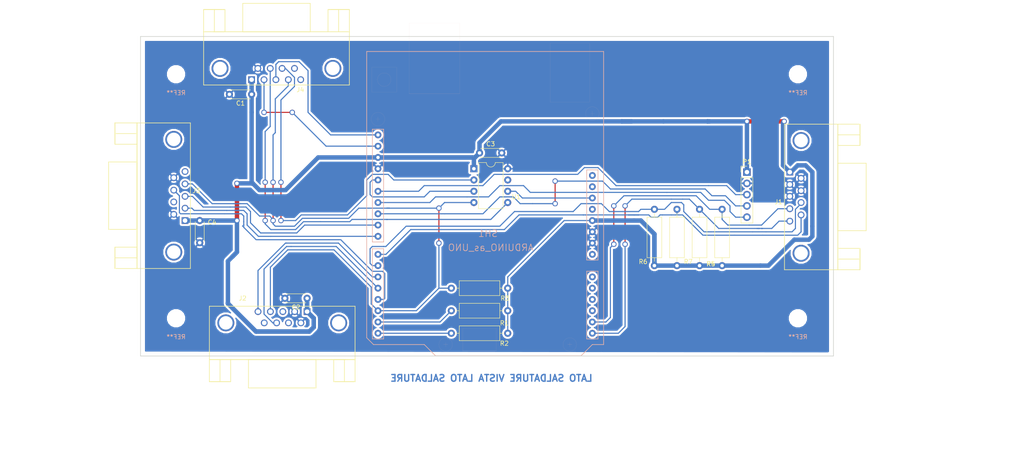
<source format=kicad_pcb>
(kicad_pcb (version 4) (host pcbnew 4.0.2-stable)

  (general
    (links 64)
    (no_connects 0)
    (area 39.000001 37.773799 269.757143 145.679001)
    (thickness 1.6)
    (drawings 39)
    (tracks 426)
    (zones 0)
    (modules 22)
    (nets 24)
  )

  (page A4)
  (layers
    (0 F.Cu signal)
    (31 B.Cu signal)
    (32 B.Adhes user)
    (34 B.Paste user)
    (35 F.Paste user)
    (36 B.SilkS user)
    (37 F.SilkS user)
    (38 B.Mask user)
    (39 F.Mask user)
    (40 Dwgs.User user)
    (41 Cmts.User user)
    (42 Eco1.User user)
    (43 Eco2.User user hide)
    (44 Edge.Cuts user)
    (45 Margin user)
    (46 B.CrtYd user)
    (48 B.Fab user)
  )

  (setup
    (last_trace_width 0.25)
    (user_trace_width 0.25)
    (user_trace_width 0.4)
    (user_trace_width 0.6)
    (user_trace_width 0.8)
    (user_trace_width 1)
    (trace_clearance 0.2)
    (zone_clearance 0.45)
    (zone_45_only yes)
    (trace_min 0.24)
    (segment_width 0.2)
    (edge_width 0.15)
    (via_size 1.2)
    (via_drill 0.8)
    (via_min_size 1.2)
    (via_min_drill 0.8)
    (user_via 1.2 0.8)
    (uvia_size 1.2)
    (uvia_drill 0.8)
    (uvias_allowed no)
    (uvia_min_size 1.2)
    (uvia_min_drill 0.8)
    (pcb_text_width 0.3)
    (pcb_text_size 1.5 1.5)
    (mod_edge_width 0.15)
    (mod_text_size 1 1)
    (mod_text_width 0.15)
    (pad_size 1.524 1.524)
    (pad_drill 0.762)
    (pad_to_mask_clearance 0.2)
    (aux_axis_origin 0 0)
    (grid_origin 71 66)
    (visible_elements 7FFFFFFF)
    (pcbplotparams
      (layerselection 0x01000_80000000)
      (usegerberextensions false)
      (excludeedgelayer true)
      (linewidth 0.100000)
      (plotframeref false)
      (viasonmask false)
      (mode 1)
      (useauxorigin false)
      (hpglpennumber 1)
      (hpglpenspeed 20)
      (hpglpendiameter 15)
      (hpglpenoverlay 2)
      (psnegative false)
      (psa4output false)
      (plotreference true)
      (plotvalue true)
      (plotinvisibletext false)
      (padsonsilk false)
      (subtractmaskfromsilk false)
      (outputformat 1)
      (mirror false)
      (drillshape 0)
      (scaleselection 1)
      (outputdirectory Fabric/))
  )

  (net 0 "")
  (net 1 +5V)
  (net 2 GND)
  (net 3 /SDA)
  (net 4 /SCL)
  (net 5 /psbSBOpen)
  (net 6 /psbSBClose)
  (net 7 /DHTdata)
  (net 8 /PosReed)
  (net 9 /cmdSBOpen)
  (net 10 /cmdSBclose)
  (net 11 /WindSwitch)
  (net 12 /SP2)
  (net 13 /SP1)
  (net 14 /TX)
  (net 15 /RX)
  (net 16 "Net-(SH1-PadRST)")
  (net 17 /Pin2)
  (net 18 /DispData)
  (net 19 /DispClock)
  (net 20 /DispLoad)
  (net 21 /SDA2)
  (net 22 /SCL2)
  (net 23 "Net-(SH1-Pad13)")

  (net_class Default "Questo è il gruppo di collegamenti predefinito"
    (clearance 0.2)
    (trace_width 0.25)
    (via_dia 1.2)
    (via_drill 0.8)
    (uvia_dia 1.2)
    (uvia_drill 0.8)
    (add_net /DHTdata)
    (add_net /DispClock)
    (add_net /DispData)
    (add_net /DispLoad)
    (add_net /Pin2)
    (add_net /PosReed)
    (add_net /RX)
    (add_net /SCL)
    (add_net /SCL2)
    (add_net /SDA)
    (add_net /SDA2)
    (add_net /SP1)
    (add_net /SP2)
    (add_net /TX)
    (add_net /WindSwitch)
    (add_net /cmdSBOpen)
    (add_net /cmdSBclose)
    (add_net /psbSBClose)
    (add_net /psbSBOpen)
    (add_net "Net-(SH1-Pad13)")
    (add_net "Net-(SH1-PadRST)")
  )

  (net_class Pow ""
    (clearance 0.2)
    (trace_width 0.4)
    (via_dia 1.2)
    (via_drill 0.8)
    (uvia_dia 1.2)
    (uvia_drill 0.8)
    (add_net +5V)
    (add_net GND)
  )

  (net_class Powbig ""
    (clearance 0.2)
    (trace_width 0.6)
    (via_dia 1.2)
    (via_drill 0.8)
    (uvia_dia 1.2)
    (uvia_drill 0.8)
  )

  (module Capacitors_ThroughHole:C_Disc_D4.3mm_W1.9mm_P5.00mm (layer F.Cu) (tedit 58DD45C1) (tstamp 58DA97C9)
    (at 96.012 59.032 180)
    (descr "C, Disc series, Radial, pin pitch=5.00mm, , diameter*width=4.3*1.9mm^2, Capacitor, http://www.vishay.com/docs/45233/krseries.pdf")
    (tags "C Disc series Radial pin pitch 5.00mm  diameter 4.3mm width 1.9mm Capacitor")
    (path /58D83D11)
    (fp_text reference C1 (at 2.5 -2.01 180) (layer F.SilkS)
      (effects (font (size 1 1) (thickness 0.15)))
    )
    (fp_text value 100nF (at 8.89 -0.127 180) (layer F.Fab)
      (effects (font (size 1 1) (thickness 0.15)))
    )
    (fp_line (start 0.35 -0.95) (end 0.35 0.95) (layer F.Fab) (width 0.1))
    (fp_line (start 0.35 0.95) (end 4.65 0.95) (layer F.Fab) (width 0.1))
    (fp_line (start 4.65 0.95) (end 4.65 -0.95) (layer F.Fab) (width 0.1))
    (fp_line (start 4.65 -0.95) (end 0.35 -0.95) (layer F.Fab) (width 0.1))
    (fp_line (start 0.29 -1.01) (end 4.71 -1.01) (layer F.SilkS) (width 0.12))
    (fp_line (start 0.29 1.01) (end 4.71 1.01) (layer F.SilkS) (width 0.12))
    (fp_line (start 0.29 -1.01) (end 0.29 -0.996) (layer F.SilkS) (width 0.12))
    (fp_line (start 0.29 0.996) (end 0.29 1.01) (layer F.SilkS) (width 0.12))
    (fp_line (start 4.71 -1.01) (end 4.71 -0.996) (layer F.SilkS) (width 0.12))
    (fp_line (start 4.71 0.996) (end 4.71 1.01) (layer F.SilkS) (width 0.12))
    (fp_line (start -1.05 -1.3) (end -1.05 1.3) (layer F.CrtYd) (width 0.05))
    (fp_line (start -1.05 1.3) (end 6.05 1.3) (layer F.CrtYd) (width 0.05))
    (fp_line (start 6.05 1.3) (end 6.05 -1.3) (layer F.CrtYd) (width 0.05))
    (fp_line (start 6.05 -1.3) (end -1.05 -1.3) (layer F.CrtYd) (width 0.05))
    (pad 1 thru_hole circle (at 0 0 180) (size 1.6 1.6) (drill 0.8) (layers *.Cu *.Mask)
      (net 1 +5V))
    (pad 2 thru_hole circle (at 5 0 180) (size 1.6 1.6) (drill 0.8) (layers *.Cu *.Mask)
      (net 2 GND))
    (model Capacitors_THT.3dshapes/C_Disc_D4.3mm_W1.9mm_P5.00mm.wrl
      (at (xyz 0 0 0))
      (scale (xyz 0.393701 0.393701 0.393701))
      (rotate (xyz 0 0 0))
    )
  )

  (module Capacitors_ThroughHole:C_Disc_D4.3mm_W1.9mm_P5.00mm (layer F.Cu) (tedit 58DD4666) (tstamp 58DA97CF)
    (at 108.5 105 180)
    (descr "C, Disc series, Radial, pin pitch=5.00mm, , diameter*width=4.3*1.9mm^2, Capacitor, http://www.vishay.com/docs/45233/krseries.pdf")
    (tags "C Disc series Radial pin pitch 5.00mm  diameter 4.3mm width 1.9mm Capacitor")
    (path /58D83E55)
    (fp_text reference C2 (at 2.5 -2.01 180) (layer F.SilkS)
      (effects (font (size 1 1) (thickness 0.15)))
    )
    (fp_text value 100nF (at 8.89 -0.254 180) (layer F.Fab)
      (effects (font (size 1 1) (thickness 0.15)))
    )
    (fp_line (start 0.35 -0.95) (end 0.35 0.95) (layer F.Fab) (width 0.1))
    (fp_line (start 0.35 0.95) (end 4.65 0.95) (layer F.Fab) (width 0.1))
    (fp_line (start 4.65 0.95) (end 4.65 -0.95) (layer F.Fab) (width 0.1))
    (fp_line (start 4.65 -0.95) (end 0.35 -0.95) (layer F.Fab) (width 0.1))
    (fp_line (start 0.29 -1.01) (end 4.71 -1.01) (layer F.SilkS) (width 0.12))
    (fp_line (start 0.29 1.01) (end 4.71 1.01) (layer F.SilkS) (width 0.12))
    (fp_line (start 0.29 -1.01) (end 0.29 -0.996) (layer F.SilkS) (width 0.12))
    (fp_line (start 0.29 0.996) (end 0.29 1.01) (layer F.SilkS) (width 0.12))
    (fp_line (start 4.71 -1.01) (end 4.71 -0.996) (layer F.SilkS) (width 0.12))
    (fp_line (start 4.71 0.996) (end 4.71 1.01) (layer F.SilkS) (width 0.12))
    (fp_line (start -1.05 -1.3) (end -1.05 1.3) (layer F.CrtYd) (width 0.05))
    (fp_line (start -1.05 1.3) (end 6.05 1.3) (layer F.CrtYd) (width 0.05))
    (fp_line (start 6.05 1.3) (end 6.05 -1.3) (layer F.CrtYd) (width 0.05))
    (fp_line (start 6.05 -1.3) (end -1.05 -1.3) (layer F.CrtYd) (width 0.05))
    (pad 1 thru_hole circle (at 0 0 180) (size 1.6 1.6) (drill 0.8) (layers *.Cu *.Mask)
      (net 1 +5V))
    (pad 2 thru_hole circle (at 5 0 180) (size 1.6 1.6) (drill 0.8) (layers *.Cu *.Mask)
      (net 2 GND))
    (model Capacitors_THT.3dshapes/C_Disc_D4.3mm_W1.9mm_P5.00mm.wrl
      (at (xyz 0 0 0))
      (scale (xyz 0.393701 0.393701 0.393701))
      (rotate (xyz 0 0 0))
    )
  )

  (module Capacitors_ThroughHole:C_Disc_D4.3mm_W1.9mm_P5.00mm (layer F.Cu) (tedit 58DD458E) (tstamp 58DA97D5)
    (at 147.32 72.24)
    (descr "C, Disc series, Radial, pin pitch=5.00mm, , diameter*width=4.3*1.9mm^2, Capacitor, http://www.vishay.com/docs/45233/krseries.pdf")
    (tags "C Disc series Radial pin pitch 5.00mm  diameter 4.3mm width 1.9mm Capacitor")
    (path /58D83F13)
    (fp_text reference C3 (at 2.5 -2.01) (layer F.SilkS)
      (effects (font (size 1 1) (thickness 0.15)))
    )
    (fp_text value 100nF (at -1.905 -2.159) (layer F.Fab)
      (effects (font (size 1 1) (thickness 0.15)))
    )
    (fp_line (start 0.35 -0.95) (end 0.35 0.95) (layer F.Fab) (width 0.1))
    (fp_line (start 0.35 0.95) (end 4.65 0.95) (layer F.Fab) (width 0.1))
    (fp_line (start 4.65 0.95) (end 4.65 -0.95) (layer F.Fab) (width 0.1))
    (fp_line (start 4.65 -0.95) (end 0.35 -0.95) (layer F.Fab) (width 0.1))
    (fp_line (start 0.29 -1.01) (end 4.71 -1.01) (layer F.SilkS) (width 0.12))
    (fp_line (start 0.29 1.01) (end 4.71 1.01) (layer F.SilkS) (width 0.12))
    (fp_line (start 0.29 -1.01) (end 0.29 -0.996) (layer F.SilkS) (width 0.12))
    (fp_line (start 0.29 0.996) (end 0.29 1.01) (layer F.SilkS) (width 0.12))
    (fp_line (start 4.71 -1.01) (end 4.71 -0.996) (layer F.SilkS) (width 0.12))
    (fp_line (start 4.71 0.996) (end 4.71 1.01) (layer F.SilkS) (width 0.12))
    (fp_line (start -1.05 -1.3) (end -1.05 1.3) (layer F.CrtYd) (width 0.05))
    (fp_line (start -1.05 1.3) (end 6.05 1.3) (layer F.CrtYd) (width 0.05))
    (fp_line (start 6.05 1.3) (end 6.05 -1.3) (layer F.CrtYd) (width 0.05))
    (fp_line (start 6.05 -1.3) (end -1.05 -1.3) (layer F.CrtYd) (width 0.05))
    (pad 1 thru_hole circle (at 0 0) (size 1.6 1.6) (drill 0.8) (layers *.Cu *.Mask)
      (net 1 +5V))
    (pad 2 thru_hole circle (at 5 0) (size 1.6 1.6) (drill 0.8) (layers *.Cu *.Mask)
      (net 2 GND))
    (model Capacitors_THT.3dshapes/C_Disc_D4.3mm_W1.9mm_P5.00mm.wrl
      (at (xyz 0 0 0))
      (scale (xyz 0.393701 0.393701 0.393701))
      (rotate (xyz 0 0 0))
    )
  )

  (module Capacitors_ThroughHole:C_Disc_D4.3mm_W1.9mm_P5.00mm (layer F.Cu) (tedit 58DD4661) (tstamp 58DA97DB)
    (at 84.328 87.48 270)
    (descr "C, Disc series, Radial, pin pitch=5.00mm, , diameter*width=4.3*1.9mm^2, Capacitor, http://www.vishay.com/docs/45233/krseries.pdf")
    (tags "C Disc series Radial pin pitch 5.00mm  diameter 4.3mm width 1.9mm Capacitor")
    (path /58D83C5D)
    (fp_text reference C4 (at 0.381 -2.794 540) (layer F.SilkS)
      (effects (font (size 1 1) (thickness 0.15)))
    )
    (fp_text value 100nF (at 2.921 -4.064 540) (layer F.Fab)
      (effects (font (size 1 1) (thickness 0.15)))
    )
    (fp_line (start 0.35 -0.95) (end 0.35 0.95) (layer F.Fab) (width 0.1))
    (fp_line (start 0.35 0.95) (end 4.65 0.95) (layer F.Fab) (width 0.1))
    (fp_line (start 4.65 0.95) (end 4.65 -0.95) (layer F.Fab) (width 0.1))
    (fp_line (start 4.65 -0.95) (end 0.35 -0.95) (layer F.Fab) (width 0.1))
    (fp_line (start 0.29 -1.01) (end 4.71 -1.01) (layer F.SilkS) (width 0.12))
    (fp_line (start 0.29 1.01) (end 4.71 1.01) (layer F.SilkS) (width 0.12))
    (fp_line (start 0.29 -1.01) (end 0.29 -0.996) (layer F.SilkS) (width 0.12))
    (fp_line (start 0.29 0.996) (end 0.29 1.01) (layer F.SilkS) (width 0.12))
    (fp_line (start 4.71 -1.01) (end 4.71 -0.996) (layer F.SilkS) (width 0.12))
    (fp_line (start 4.71 0.996) (end 4.71 1.01) (layer F.SilkS) (width 0.12))
    (fp_line (start -1.05 -1.3) (end -1.05 1.3) (layer F.CrtYd) (width 0.05))
    (fp_line (start -1.05 1.3) (end 6.05 1.3) (layer F.CrtYd) (width 0.05))
    (fp_line (start 6.05 1.3) (end 6.05 -1.3) (layer F.CrtYd) (width 0.05))
    (fp_line (start 6.05 -1.3) (end -1.05 -1.3) (layer F.CrtYd) (width 0.05))
    (pad 1 thru_hole circle (at 0 0 270) (size 1.6 1.6) (drill 0.8) (layers *.Cu *.Mask)
      (net 1 +5V))
    (pad 2 thru_hole circle (at 5 0 270) (size 1.6 1.6) (drill 0.8) (layers *.Cu *.Mask)
      (net 2 GND))
    (model Capacitors_THT.3dshapes/C_Disc_D4.3mm_W1.9mm_P5.00mm.wrl
      (at (xyz 0 0 0))
      (scale (xyz 0.393701 0.393701 0.393701))
      (rotate (xyz 0 0 0))
    )
  )

  (module Resistors_ThroughHole:R_Axial_DIN0309_L9.0mm_D3.2mm_P12.70mm_Horizontal (layer F.Cu) (tedit 58DD4531) (tstamp 58DA981D)
    (at 153.67 107.8 180)
    (descr "Resistor, Axial_DIN0309 series, Axial, Horizontal, pin pitch=12.7mm, 0.5W = 1/2W, length*diameter=9*3.2mm^2, http://cdn-reichelt.de/documents/datenblatt/B400/1_4W%23YAG.pdf")
    (tags "Resistor Axial_DIN0309 series Axial Horizontal pin pitch 12.7mm 0.5W = 1/2W length 9mm diameter 3.2mm")
    (path /58D85705)
    (fp_text reference R1 (at 0.762 -2.794 180) (layer F.SilkS)
      (effects (font (size 1 1) (thickness 0.15)))
    )
    (fp_text value 10kR (at 6.35 2.66 180) (layer F.Fab)
      (effects (font (size 1 1) (thickness 0.15)))
    )
    (fp_line (start 1.85 -1.6) (end 1.85 1.6) (layer F.Fab) (width 0.1))
    (fp_line (start 1.85 1.6) (end 10.85 1.6) (layer F.Fab) (width 0.1))
    (fp_line (start 10.85 1.6) (end 10.85 -1.6) (layer F.Fab) (width 0.1))
    (fp_line (start 10.85 -1.6) (end 1.85 -1.6) (layer F.Fab) (width 0.1))
    (fp_line (start 0 0) (end 1.85 0) (layer F.Fab) (width 0.1))
    (fp_line (start 12.7 0) (end 10.85 0) (layer F.Fab) (width 0.1))
    (fp_line (start 1.79 -1.66) (end 1.79 1.66) (layer F.SilkS) (width 0.12))
    (fp_line (start 1.79 1.66) (end 10.91 1.66) (layer F.SilkS) (width 0.12))
    (fp_line (start 10.91 1.66) (end 10.91 -1.66) (layer F.SilkS) (width 0.12))
    (fp_line (start 10.91 -1.66) (end 1.79 -1.66) (layer F.SilkS) (width 0.12))
    (fp_line (start 0.98 0) (end 1.79 0) (layer F.SilkS) (width 0.12))
    (fp_line (start 11.72 0) (end 10.91 0) (layer F.SilkS) (width 0.12))
    (fp_line (start -1.05 -1.95) (end -1.05 1.95) (layer F.CrtYd) (width 0.05))
    (fp_line (start -1.05 1.95) (end 13.75 1.95) (layer F.CrtYd) (width 0.05))
    (fp_line (start 13.75 1.95) (end 13.75 -1.95) (layer F.CrtYd) (width 0.05))
    (fp_line (start 13.75 -1.95) (end -1.05 -1.95) (layer F.CrtYd) (width 0.05))
    (pad 1 thru_hole circle (at 0 0 180) (size 1.6 1.6) (drill 0.8) (layers *.Cu *.Mask)
      (net 1 +5V))
    (pad 2 thru_hole oval (at 12.7 0 180) (size 1.6 1.6) (drill 0.8) (layers *.Cu *.Mask)
      (net 14 /TX))
    (model Resistors_THT.3dshapes/R_Axial_DIN0309_L9.0mm_D3.2mm_P12.70mm_Horizontal.wrl
      (at (xyz 0 0 0))
      (scale (xyz 0.393701 0.393701 0.393701))
      (rotate (xyz 0 0 0))
    )
  )

  (module Resistors_ThroughHole:R_Axial_DIN0309_L9.0mm_D3.2mm_P12.70mm_Horizontal (layer F.Cu) (tedit 58DD452B) (tstamp 58DA9823)
    (at 153.67 112.88 180)
    (descr "Resistor, Axial_DIN0309 series, Axial, Horizontal, pin pitch=12.7mm, 0.5W = 1/2W, length*diameter=9*3.2mm^2, http://cdn-reichelt.de/documents/datenblatt/B400/1_4W%23YAG.pdf")
    (tags "Resistor Axial_DIN0309 series Axial Horizontal pin pitch 12.7mm 0.5W = 1/2W length 9mm diameter 3.2mm")
    (path /58D856FF)
    (fp_text reference R2 (at 0.762 -2.286 180) (layer F.SilkS)
      (effects (font (size 1 1) (thickness 0.15)))
    )
    (fp_text value 10kR (at 6.35 2.66 180) (layer F.Fab)
      (effects (font (size 1 1) (thickness 0.15)))
    )
    (fp_line (start 1.85 -1.6) (end 1.85 1.6) (layer F.Fab) (width 0.1))
    (fp_line (start 1.85 1.6) (end 10.85 1.6) (layer F.Fab) (width 0.1))
    (fp_line (start 10.85 1.6) (end 10.85 -1.6) (layer F.Fab) (width 0.1))
    (fp_line (start 10.85 -1.6) (end 1.85 -1.6) (layer F.Fab) (width 0.1))
    (fp_line (start 0 0) (end 1.85 0) (layer F.Fab) (width 0.1))
    (fp_line (start 12.7 0) (end 10.85 0) (layer F.Fab) (width 0.1))
    (fp_line (start 1.79 -1.66) (end 1.79 1.66) (layer F.SilkS) (width 0.12))
    (fp_line (start 1.79 1.66) (end 10.91 1.66) (layer F.SilkS) (width 0.12))
    (fp_line (start 10.91 1.66) (end 10.91 -1.66) (layer F.SilkS) (width 0.12))
    (fp_line (start 10.91 -1.66) (end 1.79 -1.66) (layer F.SilkS) (width 0.12))
    (fp_line (start 0.98 0) (end 1.79 0) (layer F.SilkS) (width 0.12))
    (fp_line (start 11.72 0) (end 10.91 0) (layer F.SilkS) (width 0.12))
    (fp_line (start -1.05 -1.95) (end -1.05 1.95) (layer F.CrtYd) (width 0.05))
    (fp_line (start -1.05 1.95) (end 13.75 1.95) (layer F.CrtYd) (width 0.05))
    (fp_line (start 13.75 1.95) (end 13.75 -1.95) (layer F.CrtYd) (width 0.05))
    (fp_line (start 13.75 -1.95) (end -1.05 -1.95) (layer F.CrtYd) (width 0.05))
    (pad 1 thru_hole circle (at 0 0 180) (size 1.6 1.6) (drill 0.8) (layers *.Cu *.Mask)
      (net 1 +5V))
    (pad 2 thru_hole oval (at 12.7 0 180) (size 1.6 1.6) (drill 0.8) (layers *.Cu *.Mask)
      (net 15 /RX))
    (model Resistors_THT.3dshapes/R_Axial_DIN0309_L9.0mm_D3.2mm_P12.70mm_Horizontal.wrl
      (at (xyz 0 0 0))
      (scale (xyz 0.393701 0.393701 0.393701))
      (rotate (xyz 0 0 0))
    )
  )

  (module Resistors_ThroughHole:R_Axial_DIN0309_L9.0mm_D3.2mm_P12.70mm_Horizontal (layer F.Cu) (tedit 58DD4548) (tstamp 58DA9829)
    (at 153.67 102.72 180)
    (descr "Resistor, Axial_DIN0309 series, Axial, Horizontal, pin pitch=12.7mm, 0.5W = 1/2W, length*diameter=9*3.2mm^2, http://cdn-reichelt.de/documents/datenblatt/B400/1_4W%23YAG.pdf")
    (tags "Resistor Axial_DIN0309 series Axial Horizontal pin pitch 12.7mm 0.5W = 1/2W length 9mm diameter 3.2mm")
    (path /58D8638C)
    (fp_text reference R3 (at 0.635 -2.286 180) (layer F.SilkS)
      (effects (font (size 1 1) (thickness 0.15)))
    )
    (fp_text value 10kR (at 6.35 2.66 180) (layer F.Fab)
      (effects (font (size 1 1) (thickness 0.15)))
    )
    (fp_line (start 1.85 -1.6) (end 1.85 1.6) (layer F.Fab) (width 0.1))
    (fp_line (start 1.85 1.6) (end 10.85 1.6) (layer F.Fab) (width 0.1))
    (fp_line (start 10.85 1.6) (end 10.85 -1.6) (layer F.Fab) (width 0.1))
    (fp_line (start 10.85 -1.6) (end 1.85 -1.6) (layer F.Fab) (width 0.1))
    (fp_line (start 0 0) (end 1.85 0) (layer F.Fab) (width 0.1))
    (fp_line (start 12.7 0) (end 10.85 0) (layer F.Fab) (width 0.1))
    (fp_line (start 1.79 -1.66) (end 1.79 1.66) (layer F.SilkS) (width 0.12))
    (fp_line (start 1.79 1.66) (end 10.91 1.66) (layer F.SilkS) (width 0.12))
    (fp_line (start 10.91 1.66) (end 10.91 -1.66) (layer F.SilkS) (width 0.12))
    (fp_line (start 10.91 -1.66) (end 1.79 -1.66) (layer F.SilkS) (width 0.12))
    (fp_line (start 0.98 0) (end 1.79 0) (layer F.SilkS) (width 0.12))
    (fp_line (start 11.72 0) (end 10.91 0) (layer F.SilkS) (width 0.12))
    (fp_line (start -1.05 -1.95) (end -1.05 1.95) (layer F.CrtYd) (width 0.05))
    (fp_line (start -1.05 1.95) (end 13.75 1.95) (layer F.CrtYd) (width 0.05))
    (fp_line (start 13.75 1.95) (end 13.75 -1.95) (layer F.CrtYd) (width 0.05))
    (fp_line (start 13.75 -1.95) (end -1.05 -1.95) (layer F.CrtYd) (width 0.05))
    (pad 1 thru_hole circle (at 0 0 180) (size 1.6 1.6) (drill 0.8) (layers *.Cu *.Mask)
      (net 1 +5V))
    (pad 2 thru_hole oval (at 12.7 0 180) (size 1.6 1.6) (drill 0.8) (layers *.Cu *.Mask)
      (net 17 /Pin2))
    (model Resistors_THT.3dshapes/R_Axial_DIN0309_L9.0mm_D3.2mm_P12.70mm_Horizontal.wrl
      (at (xyz 0 0 0))
      (scale (xyz 0.393701 0.393701 0.393701))
      (rotate (xyz 0 0 0))
    )
  )

  (module Resistors_ThroughHole:R_Axial_DIN0309_L9.0mm_D3.2mm_P12.70mm_Horizontal (layer F.Cu) (tedit 58DD462A) (tstamp 58DA982F)
    (at 196.85 97.64 90)
    (descr "Resistor, Axial_DIN0309 series, Axial, Horizontal, pin pitch=12.7mm, 0.5W = 1/2W, length*diameter=9*3.2mm^2, http://cdn-reichelt.de/documents/datenblatt/B400/1_4W%23YAG.pdf")
    (tags "Resistor Axial_DIN0309 series Axial Horizontal pin pitch 12.7mm 0.5W = 1/2W length 9mm diameter 3.2mm")
    (path /58D85028)
    (fp_text reference R4 (at 0.381 2.54 360) (layer F.SilkS)
      (effects (font (size 1 1) (thickness 0.15)))
    )
    (fp_text value 10kR (at 7.366 4.445 360) (layer F.Fab)
      (effects (font (size 1 1) (thickness 0.15)))
    )
    (fp_line (start 1.85 -1.6) (end 1.85 1.6) (layer F.Fab) (width 0.1))
    (fp_line (start 1.85 1.6) (end 10.85 1.6) (layer F.Fab) (width 0.1))
    (fp_line (start 10.85 1.6) (end 10.85 -1.6) (layer F.Fab) (width 0.1))
    (fp_line (start 10.85 -1.6) (end 1.85 -1.6) (layer F.Fab) (width 0.1))
    (fp_line (start 0 0) (end 1.85 0) (layer F.Fab) (width 0.1))
    (fp_line (start 12.7 0) (end 10.85 0) (layer F.Fab) (width 0.1))
    (fp_line (start 1.79 -1.66) (end 1.79 1.66) (layer F.SilkS) (width 0.12))
    (fp_line (start 1.79 1.66) (end 10.91 1.66) (layer F.SilkS) (width 0.12))
    (fp_line (start 10.91 1.66) (end 10.91 -1.66) (layer F.SilkS) (width 0.12))
    (fp_line (start 10.91 -1.66) (end 1.79 -1.66) (layer F.SilkS) (width 0.12))
    (fp_line (start 0.98 0) (end 1.79 0) (layer F.SilkS) (width 0.12))
    (fp_line (start 11.72 0) (end 10.91 0) (layer F.SilkS) (width 0.12))
    (fp_line (start -1.05 -1.95) (end -1.05 1.95) (layer F.CrtYd) (width 0.05))
    (fp_line (start -1.05 1.95) (end 13.75 1.95) (layer F.CrtYd) (width 0.05))
    (fp_line (start 13.75 1.95) (end 13.75 -1.95) (layer F.CrtYd) (width 0.05))
    (fp_line (start 13.75 -1.95) (end -1.05 -1.95) (layer F.CrtYd) (width 0.05))
    (pad 1 thru_hole circle (at 0 0 90) (size 1.6 1.6) (drill 0.8) (layers *.Cu *.Mask)
      (net 1 +5V))
    (pad 2 thru_hole oval (at 12.7 0 90) (size 1.6 1.6) (drill 0.8) (layers *.Cu *.Mask)
      (net 4 /SCL))
    (model Resistors_THT.3dshapes/R_Axial_DIN0309_L9.0mm_D3.2mm_P12.70mm_Horizontal.wrl
      (at (xyz 0 0 0))
      (scale (xyz 0.393701 0.393701 0.393701))
      (rotate (xyz 0 0 0))
    )
  )

  (module Resistors_ThroughHole:R_Axial_DIN0309_L9.0mm_D3.2mm_P12.70mm_Horizontal (layer F.Cu) (tedit 58DD4631) (tstamp 58DA9835)
    (at 201.93 97.64 90)
    (descr "Resistor, Axial_DIN0309 series, Axial, Horizontal, pin pitch=12.7mm, 0.5W = 1/2W, length*diameter=9*3.2mm^2, http://cdn-reichelt.de/documents/datenblatt/B400/1_4W%23YAG.pdf")
    (tags "Resistor Axial_DIN0309 series Axial Horizontal pin pitch 12.7mm 0.5W = 1/2W length 9mm diameter 3.2mm")
    (path /58D85022)
    (fp_text reference R5 (at 0.381 -2.54 360) (layer F.SilkS)
      (effects (font (size 1 1) (thickness 0.15)))
    )
    (fp_text value 10kR (at 7.366 -4.445 360) (layer F.Fab)
      (effects (font (size 1 1) (thickness 0.15)))
    )
    (fp_line (start 1.85 -1.6) (end 1.85 1.6) (layer F.Fab) (width 0.1))
    (fp_line (start 1.85 1.6) (end 10.85 1.6) (layer F.Fab) (width 0.1))
    (fp_line (start 10.85 1.6) (end 10.85 -1.6) (layer F.Fab) (width 0.1))
    (fp_line (start 10.85 -1.6) (end 1.85 -1.6) (layer F.Fab) (width 0.1))
    (fp_line (start 0 0) (end 1.85 0) (layer F.Fab) (width 0.1))
    (fp_line (start 12.7 0) (end 10.85 0) (layer F.Fab) (width 0.1))
    (fp_line (start 1.79 -1.66) (end 1.79 1.66) (layer F.SilkS) (width 0.12))
    (fp_line (start 1.79 1.66) (end 10.91 1.66) (layer F.SilkS) (width 0.12))
    (fp_line (start 10.91 1.66) (end 10.91 -1.66) (layer F.SilkS) (width 0.12))
    (fp_line (start 10.91 -1.66) (end 1.79 -1.66) (layer F.SilkS) (width 0.12))
    (fp_line (start 0.98 0) (end 1.79 0) (layer F.SilkS) (width 0.12))
    (fp_line (start 11.72 0) (end 10.91 0) (layer F.SilkS) (width 0.12))
    (fp_line (start -1.05 -1.95) (end -1.05 1.95) (layer F.CrtYd) (width 0.05))
    (fp_line (start -1.05 1.95) (end 13.75 1.95) (layer F.CrtYd) (width 0.05))
    (fp_line (start 13.75 1.95) (end 13.75 -1.95) (layer F.CrtYd) (width 0.05))
    (fp_line (start 13.75 -1.95) (end -1.05 -1.95) (layer F.CrtYd) (width 0.05))
    (pad 1 thru_hole circle (at 0 0 90) (size 1.6 1.6) (drill 0.8) (layers *.Cu *.Mask)
      (net 1 +5V))
    (pad 2 thru_hole oval (at 12.7 0 90) (size 1.6 1.6) (drill 0.8) (layers *.Cu *.Mask)
      (net 3 /SDA))
    (model Resistors_THT.3dshapes/R_Axial_DIN0309_L9.0mm_D3.2mm_P12.70mm_Horizontal.wrl
      (at (xyz 0 0 0))
      (scale (xyz 0.393701 0.393701 0.393701))
      (rotate (xyz 0 0 0))
    )
  )

  (module Resistors_ThroughHole:R_Axial_DIN0309_L9.0mm_D3.2mm_P12.70mm_Horizontal (layer F.Cu) (tedit 58DD4607) (tstamp 58DA983B)
    (at 186.69 97.64 90)
    (descr "Resistor, Axial_DIN0309 series, Axial, Horizontal, pin pitch=12.7mm, 0.5W = 1/2W, length*diameter=9*3.2mm^2, http://cdn-reichelt.de/documents/datenblatt/B400/1_4W%23YAG.pdf")
    (tags "Resistor Axial_DIN0309 series Axial Horizontal pin pitch 12.7mm 0.5W = 1/2W length 9mm diameter 3.2mm")
    (path /58D84FD2)
    (fp_text reference R6 (at 0.889 -2.54 360) (layer F.SilkS)
      (effects (font (size 1 1) (thickness 0.15)))
    )
    (fp_text value 10kR (at 6.604 -4.445 360) (layer F.Fab)
      (effects (font (size 1 1) (thickness 0.15)))
    )
    (fp_line (start 1.85 -1.6) (end 1.85 1.6) (layer F.Fab) (width 0.1))
    (fp_line (start 1.85 1.6) (end 10.85 1.6) (layer F.Fab) (width 0.1))
    (fp_line (start 10.85 1.6) (end 10.85 -1.6) (layer F.Fab) (width 0.1))
    (fp_line (start 10.85 -1.6) (end 1.85 -1.6) (layer F.Fab) (width 0.1))
    (fp_line (start 0 0) (end 1.85 0) (layer F.Fab) (width 0.1))
    (fp_line (start 12.7 0) (end 10.85 0) (layer F.Fab) (width 0.1))
    (fp_line (start 1.79 -1.66) (end 1.79 1.66) (layer F.SilkS) (width 0.12))
    (fp_line (start 1.79 1.66) (end 10.91 1.66) (layer F.SilkS) (width 0.12))
    (fp_line (start 10.91 1.66) (end 10.91 -1.66) (layer F.SilkS) (width 0.12))
    (fp_line (start 10.91 -1.66) (end 1.79 -1.66) (layer F.SilkS) (width 0.12))
    (fp_line (start 0.98 0) (end 1.79 0) (layer F.SilkS) (width 0.12))
    (fp_line (start 11.72 0) (end 10.91 0) (layer F.SilkS) (width 0.12))
    (fp_line (start -1.05 -1.95) (end -1.05 1.95) (layer F.CrtYd) (width 0.05))
    (fp_line (start -1.05 1.95) (end 13.75 1.95) (layer F.CrtYd) (width 0.05))
    (fp_line (start 13.75 1.95) (end 13.75 -1.95) (layer F.CrtYd) (width 0.05))
    (fp_line (start 13.75 -1.95) (end -1.05 -1.95) (layer F.CrtYd) (width 0.05))
    (pad 1 thru_hole circle (at 0 0 90) (size 1.6 1.6) (drill 0.8) (layers *.Cu *.Mask)
      (net 1 +5V))
    (pad 2 thru_hole oval (at 12.7 0 90) (size 1.6 1.6) (drill 0.8) (layers *.Cu *.Mask)
      (net 5 /psbSBOpen))
    (model Resistors_THT.3dshapes/R_Axial_DIN0309_L9.0mm_D3.2mm_P12.70mm_Horizontal.wrl
      (at (xyz 0 0 0))
      (scale (xyz 0.393701 0.393701 0.393701))
      (rotate (xyz 0 0 0))
    )
  )

  (module Resistors_ThroughHole:R_Axial_DIN0309_L9.0mm_D3.2mm_P12.70mm_Horizontal (layer F.Cu) (tedit 58DD4636) (tstamp 58DA9841)
    (at 191.77 97.64 90)
    (descr "Resistor, Axial_DIN0309 series, Axial, Horizontal, pin pitch=12.7mm, 0.5W = 1/2W, length*diameter=9*3.2mm^2, http://cdn-reichelt.de/documents/datenblatt/B400/1_4W%23YAG.pdf")
    (tags "Resistor Axial_DIN0309 series Axial Horizontal pin pitch 12.7mm 0.5W = 1/2W length 9mm diameter 3.2mm")
    (path /58D84DCB)
    (fp_text reference R7 (at 0.889 2.54 360) (layer F.SilkS)
      (effects (font (size 1 1) (thickness 0.15)))
    )
    (fp_text value 10kR (at 6.604 4.445 360) (layer F.Fab)
      (effects (font (size 1 1) (thickness 0.15)))
    )
    (fp_line (start 1.85 -1.6) (end 1.85 1.6) (layer F.Fab) (width 0.1))
    (fp_line (start 1.85 1.6) (end 10.85 1.6) (layer F.Fab) (width 0.1))
    (fp_line (start 10.85 1.6) (end 10.85 -1.6) (layer F.Fab) (width 0.1))
    (fp_line (start 10.85 -1.6) (end 1.85 -1.6) (layer F.Fab) (width 0.1))
    (fp_line (start 0 0) (end 1.85 0) (layer F.Fab) (width 0.1))
    (fp_line (start 12.7 0) (end 10.85 0) (layer F.Fab) (width 0.1))
    (fp_line (start 1.79 -1.66) (end 1.79 1.66) (layer F.SilkS) (width 0.12))
    (fp_line (start 1.79 1.66) (end 10.91 1.66) (layer F.SilkS) (width 0.12))
    (fp_line (start 10.91 1.66) (end 10.91 -1.66) (layer F.SilkS) (width 0.12))
    (fp_line (start 10.91 -1.66) (end 1.79 -1.66) (layer F.SilkS) (width 0.12))
    (fp_line (start 0.98 0) (end 1.79 0) (layer F.SilkS) (width 0.12))
    (fp_line (start 11.72 0) (end 10.91 0) (layer F.SilkS) (width 0.12))
    (fp_line (start -1.05 -1.95) (end -1.05 1.95) (layer F.CrtYd) (width 0.05))
    (fp_line (start -1.05 1.95) (end 13.75 1.95) (layer F.CrtYd) (width 0.05))
    (fp_line (start 13.75 1.95) (end 13.75 -1.95) (layer F.CrtYd) (width 0.05))
    (fp_line (start 13.75 -1.95) (end -1.05 -1.95) (layer F.CrtYd) (width 0.05))
    (pad 1 thru_hole circle (at 0 0 90) (size 1.6 1.6) (drill 0.8) (layers *.Cu *.Mask)
      (net 1 +5V))
    (pad 2 thru_hole oval (at 12.7 0 90) (size 1.6 1.6) (drill 0.8) (layers *.Cu *.Mask)
      (net 6 /psbSBClose))
    (model Resistors_THT.3dshapes/R_Axial_DIN0309_L9.0mm_D3.2mm_P12.70mm_Horizontal.wrl
      (at (xyz 0 0 0))
      (scale (xyz 0.393701 0.393701 0.393701))
      (rotate (xyz 0 0 0))
    )
  )

  (module Housings_DIP:DIP-8_W7.62mm (layer F.Cu) (tedit 58DD463F) (tstamp 58DA9871)
    (at 146.05 75.796)
    (descr "8-lead dip package, row spacing 7.62 mm (300 mils)")
    (tags "DIL DIP PDIP 2.54mm 7.62mm 300mil")
    (path /58D82896)
    (fp_text reference U1 (at 9.525 6.35) (layer F.SilkS)
      (effects (font (size 1 1) (thickness 0.15)))
    )
    (fp_text value PIC12F675-I/P (at 3.175 10.795) (layer F.Fab)
      (effects (font (size 1 1) (thickness 0.15)))
    )
    (fp_arc (start 3.81 -1.39) (end 2.81 -1.39) (angle -180) (layer F.SilkS) (width 0.12))
    (fp_line (start 1.635 -1.27) (end 6.985 -1.27) (layer F.Fab) (width 0.1))
    (fp_line (start 6.985 -1.27) (end 6.985 8.89) (layer F.Fab) (width 0.1))
    (fp_line (start 6.985 8.89) (end 0.635 8.89) (layer F.Fab) (width 0.1))
    (fp_line (start 0.635 8.89) (end 0.635 -0.27) (layer F.Fab) (width 0.1))
    (fp_line (start 0.635 -0.27) (end 1.635 -1.27) (layer F.Fab) (width 0.1))
    (fp_line (start 2.81 -1.39) (end 1.04 -1.39) (layer F.SilkS) (width 0.12))
    (fp_line (start 1.04 -1.39) (end 1.04 9.01) (layer F.SilkS) (width 0.12))
    (fp_line (start 1.04 9.01) (end 6.58 9.01) (layer F.SilkS) (width 0.12))
    (fp_line (start 6.58 9.01) (end 6.58 -1.39) (layer F.SilkS) (width 0.12))
    (fp_line (start 6.58 -1.39) (end 4.81 -1.39) (layer F.SilkS) (width 0.12))
    (fp_line (start -1.1 -1.6) (end -1.1 9.2) (layer F.CrtYd) (width 0.05))
    (fp_line (start -1.1 9.2) (end 8.7 9.2) (layer F.CrtYd) (width 0.05))
    (fp_line (start 8.7 9.2) (end 8.7 -1.6) (layer F.CrtYd) (width 0.05))
    (fp_line (start 8.7 -1.6) (end -1.1 -1.6) (layer F.CrtYd) (width 0.05))
    (pad 1 thru_hole rect (at 0 0) (size 1.6 1.6) (drill 0.8) (layers *.Cu *.Mask)
      (net 1 +5V))
    (pad 5 thru_hole oval (at 7.62 7.62) (size 1.6 1.6) (drill 0.8) (layers *.Cu *.Mask)
      (net 12 /SP2))
    (pad 2 thru_hole oval (at 0 2.54) (size 1.6 1.6) (drill 0.8) (layers *.Cu *.Mask)
      (net 13 /SP1))
    (pad 6 thru_hole oval (at 7.62 5.08) (size 1.6 1.6) (drill 0.8) (layers *.Cu *.Mask)
      (net 16 "Net-(SH1-PadRST)"))
    (pad 3 thru_hole oval (at 0 5.08) (size 1.6 1.6) (drill 0.8) (layers *.Cu *.Mask)
      (net 23 "Net-(SH1-Pad13)"))
    (pad 7 thru_hole oval (at 7.62 2.54) (size 1.6 1.6) (drill 0.8) (layers *.Cu *.Mask))
    (pad 4 thru_hole oval (at 0 7.62) (size 1.6 1.6) (drill 0.8) (layers *.Cu *.Mask)
      (net 17 /Pin2))
    (pad 8 thru_hole oval (at 7.62 0) (size 1.6 1.6) (drill 0.8) (layers *.Cu *.Mask)
      (net 2 GND))
    (model Housings_DIP.3dshapes/DIP-8_W7.62mm.wrl
      (at (xyz 0 0 0))
      (scale (xyz 1 1 1))
      (rotate (xyz 0 0 0))
    )
  )

  (module SHIELD_ARDUINO:ARDUINO_as_UNO_R3_CONTOUR (layer B.Cu) (tedit 58DD4586) (tstamp 58DAA4B4)
    (at 148.59 83.67 270)
    (path /58D77C53)
    (fp_text reference SH1 (at 6.731 -0.635 540) (layer B.SilkS)
      (effects (font (size 1.5 1.5) (thickness 0.15)) (justify mirror))
    )
    (fp_text value ARDUINO_as_UNO (at 9.906 -1.27 540) (layer B.SilkS)
      (effects (font (size 1.5 1.5) (thickness 0.15)) (justify mirror))
    )
    (fp_line (start -20.32 -23.622) (end -20.32 -24.638) (layer B.SilkS) (width 0.01))
    (fp_line (start -20.828 -24.13) (end -19.812 -24.13) (layer B.SilkS) (width 0.01))
    (fp_line (start -30.734 25.527) (end -25.146 25.527) (layer B.SilkS) (width 0.01))
    (fp_line (start -25.146 25.527) (end -25.146 19.939) (layer B.SilkS) (width 0.01))
    (fp_line (start -25.146 19.939) (end -30.734 19.939) (layer B.SilkS) (width 0.01))
    (fp_line (start -30.734 19.939) (end -30.734 25.527) (layer B.SilkS) (width 0.01))
    (fp_circle (center -27.94 22.733) (end -29.464 22.733) (layer B.SilkS) (width 0.01))
    (fp_line (start -34.29 -26.67) (end -34.29 26.67) (layer B.SilkS) (width 0.15))
    (fp_line (start -36.195 -14.605) (end -22.86 -14.605) (layer B.SilkS) (width 0.01))
    (fp_line (start -22.86 -14.605) (end -22.86 -23.495) (layer B.SilkS) (width 0.01))
    (fp_line (start -22.86 -23.495) (end -36.195 -23.495) (layer B.SilkS) (width 0.01))
    (fp_line (start -36.195 -23.495) (end -36.195 -14.605) (layer B.SilkS) (width 0.01))
    (fp_line (start -40.64 17.145) (end -24.765 17.145) (layer B.SilkS) (width 0.01))
    (fp_line (start -24.765 17.145) (end -24.765 5.715) (layer B.SilkS) (width 0.01))
    (fp_line (start -24.765 5.715) (end -40.64 5.715) (layer B.SilkS) (width 0.01))
    (fp_line (start -40.64 5.715) (end -40.64 17.145) (layer B.SilkS) (width 0.01))
    (fp_line (start 28.067 5.08) (end 28.067 -2.54) (layer B.SilkS) (width 0.01))
    (fp_line (start 28.067 -2.54) (end 33.147 -2.54) (layer B.SilkS) (width 0.01))
    (fp_line (start 28.067 5.08) (end 33.147 5.08) (layer B.SilkS) (width 0.01))
    (fp_line (start 33.147 5.08) (end 33.147 -2.54) (layer B.SilkS) (width 0.01))
    (fp_line (start 31.75 -24.13) (end 31.75 -26.67) (layer B.SilkS) (width 0.15))
    (fp_line (start 31.75 -26.67) (end -34.29 -26.67) (layer B.SilkS) (width 0.15))
    (fp_line (start 34.29 11.176) (end 34.29 -21.59) (layer B.SilkS) (width 0.15))
    (fp_line (start 34.29 -21.59) (end 31.75 -24.13) (layer B.SilkS) (width 0.15))
    (fp_line (start 31.75 13.716) (end 34.29 11.176) (layer B.SilkS) (width 0.15))
    (fp_line (start 31.75 25.146) (end 31.75 13.716) (layer B.SilkS) (width 0.15))
    (fp_line (start 31.75 25.146) (end 30.226 26.67) (layer B.SilkS) (width 0.15))
    (fp_line (start -34.29 26.67) (end 30.226 26.67) (layer B.SilkS) (width 0.15))
    (fp_circle (center -20.32 -24.13) (end -18.796 -24.13) (layer B.SilkS) (width 0.01))
    (fp_circle (center 31.75 -19.05) (end 33.274 -19.05) (layer B.SilkS) (width 0.01))
    (fp_line (start 31.242 -19.05) (end 32.258 -19.05) (layer B.SilkS) (width 0.01))
    (fp_line (start 31.75 -18.542) (end 31.75 -19.558) (layer B.SilkS) (width 0.01))
    (fp_circle (center 31.75 8.89) (end 33.274 8.89) (layer B.SilkS) (width 0.01))
    (fp_line (start 32.258 8.89) (end 31.242 8.89) (layer B.SilkS) (width 0.01))
    (fp_line (start 31.75 9.398) (end 31.75 8.382) (layer B.SilkS) (width 0.01))
    (fp_line (start 8.636 25.4) (end 8.636 22.86) (layer B.SilkS) (width 0.15))
    (fp_line (start 8.636 22.86) (end -16.764 22.86) (layer B.SilkS) (width 0.15))
    (fp_line (start -16.764 22.86) (end -16.764 25.4) (layer B.SilkS) (width 0.15))
    (fp_line (start -16.764 25.4) (end 8.636 25.4) (layer B.SilkS) (width 0.15))
    (fp_circle (center -19.05 24.13) (end -17.526 24.13) (layer B.SilkS) (width 0.01))
    (fp_line (start -19.558 24.13) (end -18.542 24.13) (layer B.SilkS) (width 0.01))
    (fp_line (start -19.05 24.638) (end -19.05 23.622) (layer B.SilkS) (width 0.01))
    (fp_line (start 10.16 25.4) (end 30.48 25.4) (layer B.SilkS) (width 0.15))
    (fp_line (start 30.48 25.4) (end 30.48 22.86) (layer B.SilkS) (width 0.15))
    (fp_line (start 30.48 22.86) (end 10.16 22.86) (layer B.SilkS) (width 0.15))
    (fp_line (start 10.16 22.86) (end 10.16 25.4) (layer B.SilkS) (width 0.15))
    (fp_line (start 15.24 -22.86) (end 30.48 -22.86) (layer B.SilkS) (width 0.15))
    (fp_line (start 30.48 -22.86) (end 30.48 -25.4) (layer B.SilkS) (width 0.15))
    (fp_line (start 30.48 -25.4) (end 15.24 -25.4) (layer B.SilkS) (width 0.15))
    (fp_line (start 15.24 -25.4) (end 15.24 -22.86) (layer B.SilkS) (width 0.15))
    (fp_line (start -7.62 -25.4) (end -7.62 -22.86) (layer B.SilkS) (width 0.15))
    (fp_line (start -7.62 -22.86) (end 12.7 -22.86) (layer B.SilkS) (width 0.15))
    (fp_line (start 12.7 -22.86) (end 12.7 -25.4) (layer B.SilkS) (width 0.15))
    (fp_line (start 12.7 -25.4) (end -7.62 -25.4) (layer B.SilkS) (width 0.15))
    (pad NC thru_hole circle (at -6.35 -24.13 270) (size 1.524 1.524) (drill 0.762) (layers *.Cu *.Mask))
    (pad RST thru_hole circle (at -1.27 -24.13 270) (size 1.524 1.524) (drill 0.762) (layers *.Cu *.Mask)
      (net 16 "Net-(SH1-PadRST)"))
    (pad 3V3 thru_hole circle (at 1.27 -24.13 270) (size 1.524 1.524) (drill 0.762) (layers *.Cu *.Mask))
    (pad 5V thru_hole circle (at 3.81 -24.13 270) (size 1.524 1.524) (drill 0.762) (layers *.Cu *.Mask)
      (net 1 +5V))
    (pad GND1 thru_hole circle (at 6.35 -24.13 270) (size 1.524 1.524) (drill 0.762) (layers *.Cu *.Mask)
      (net 2 GND))
    (pad GND2 thru_hole circle (at 8.89 -24.13 270) (size 1.524 1.524) (drill 0.762) (layers *.Cu *.Mask)
      (net 2 GND))
    (pad VIN thru_hole circle (at 11.43 -24.13 270) (size 1.524 1.524) (drill 0.762) (layers *.Cu *.Mask))
    (pad A0 thru_hole circle (at 16.51 -24.13 270) (size 1.524 1.524) (drill 0.762) (layers *.Cu *.Mask))
    (pad A1 thru_hole circle (at 19.05 -24.13 270) (size 1.524 1.524) (drill 0.762) (layers *.Cu *.Mask))
    (pad A2 thru_hole circle (at 21.59 -24.13 270) (size 1.524 1.524) (drill 0.762) (layers *.Cu *.Mask))
    (pad A3 thru_hole circle (at 24.13 -24.13 270) (size 1.524 1.524) (drill 0.762) (layers *.Cu *.Mask))
    (pad A4/1 thru_hole circle (at 26.67 -24.13 270) (size 1.524 1.524) (drill 0.762) (layers *.Cu *.Mask)
      (net 3 /SDA))
    (pad A5/1 thru_hole circle (at 29.21 -24.13 270) (size 1.524 1.524) (drill 0.762) (layers *.Cu *.Mask)
      (net 4 /SCL))
    (pad 0 thru_hole circle (at 29.21 24.13 270) (size 1.524 1.524) (drill 0.762) (layers *.Cu *.Mask)
      (net 15 /RX))
    (pad 1 thru_hole circle (at 26.67 24.13 270) (size 1.524 1.524) (drill 0.762) (layers *.Cu *.Mask)
      (net 14 /TX))
    (pad 2 thru_hole circle (at 24.13 24.13 270) (size 1.524 1.524) (drill 0.762) (layers *.Cu *.Mask)
      (net 17 /Pin2))
    (pad 3 thru_hole circle (at 21.59 24.13 270) (size 1.524 1.524) (drill 0.762) (layers *.Cu *.Mask)
      (net 11 /WindSwitch))
    (pad 4 thru_hole circle (at 19.05 24.13 270) (size 1.524 1.524) (drill 0.762) (layers *.Cu *.Mask)
      (net 8 /PosReed))
    (pad 5 thru_hole circle (at 16.51 24.13 270) (size 1.524 1.524) (drill 0.762) (layers *.Cu *.Mask)
      (net 7 /DHTdata))
    (pad 6 thru_hole circle (at 13.97 24.13 270) (size 1.524 1.524) (drill 0.762) (layers *.Cu *.Mask)
      (net 5 /psbSBOpen))
    (pad 7 thru_hole circle (at 11.43 24.13 270) (size 1.524 1.524) (drill 0.762) (layers *.Cu *.Mask)
      (net 6 /psbSBClose))
    (pad 8 thru_hole circle (at 7.366 24.13 270) (size 1.524 1.524) (drill 0.762) (layers *.Cu *.Mask)
      (net 9 /cmdSBOpen))
    (pad 9 thru_hole circle (at 4.826 24.13 270) (size 1.524 1.524) (drill 0.762) (layers *.Cu *.Mask)
      (net 10 /cmdSBclose))
    (pad 10 thru_hole circle (at 2.286 24.13 270) (size 1.524 1.524) (drill 0.762) (layers *.Cu *.Mask)
      (net 20 /DispLoad))
    (pad 11 thru_hole circle (at -0.254 24.13 270) (size 1.524 1.524) (drill 0.762) (layers *.Cu *.Mask)
      (net 19 /DispClock))
    (pad 12 thru_hole circle (at -2.794 24.13 270) (size 1.524 1.524) (drill 0.762) (layers *.Cu *.Mask)
      (net 18 /DispData))
    (pad 13 thru_hole circle (at -5.334 24.13 270) (size 1.524 1.524) (drill 0.762) (layers *.Cu *.Mask)
      (net 23 "Net-(SH1-Pad13)"))
    (pad GND3 thru_hole circle (at -7.874 24.13 270) (size 1.524 1.524) (drill 0.762) (layers *.Cu *.Mask)
      (net 2 GND))
    (pad AREF thru_hole circle (at -10.414 24.13 270) (size 1.524 1.524) (drill 0.762) (layers *.Cu *.Mask)
      (net 1 +5V))
    (pad A4/2 thru_hole circle (at -12.954 24.13 270) (size 1.524 1.524) (drill 0.762) (layers *.Cu *.Mask)
      (net 21 /SDA2))
    (pad A5/2 thru_hole circle (at -15.494 24.13 270) (size 1.524 1.524) (drill 0.762) (layers *.Cu *.Mask)
      (net 22 /SCL2))
    (pad IREF thru_hole circle (at -3.81 -24.13 270) (size 1.524 1.524) (drill 0.762) (layers *.Cu *.Mask))
    (model Bureau/Librairie_kicad_arduino/Library_3D_shield_arduino/Shield_Arduino/Arduino_Uno/arduino_UNO_header.wrl
      (at (xyz 0 0 0))
      (scale (xyz 1 1 1))
      (rotate (xyz 0 0 0))
    )
  )

  (module Pin_Headers:Pin_Header_Straight_1x05_Pitch2.54mm (layer F.Cu) (tedit 58CD4EC1) (tstamp 58DF7A5C)
    (at 207.518 76.558)
    (descr "Through hole straight pin header, 1x05, 2.54mm pitch, single row")
    (tags "Through hole pin header THT 1x05 2.54mm single row")
    (path /58DF67B1)
    (fp_text reference P1 (at 0 -2.33) (layer F.SilkS)
      (effects (font (size 1 1) (thickness 0.15)))
    )
    (fp_text value CONN_01X05 (at 0 12.49) (layer F.Fab)
      (effects (font (size 1 1) (thickness 0.15)))
    )
    (fp_line (start -1.27 -1.27) (end -1.27 11.43) (layer F.Fab) (width 0.1))
    (fp_line (start -1.27 11.43) (end 1.27 11.43) (layer F.Fab) (width 0.1))
    (fp_line (start 1.27 11.43) (end 1.27 -1.27) (layer F.Fab) (width 0.1))
    (fp_line (start 1.27 -1.27) (end -1.27 -1.27) (layer F.Fab) (width 0.1))
    (fp_line (start -1.33 1.27) (end -1.33 11.49) (layer F.SilkS) (width 0.12))
    (fp_line (start -1.33 11.49) (end 1.33 11.49) (layer F.SilkS) (width 0.12))
    (fp_line (start 1.33 11.49) (end 1.33 1.27) (layer F.SilkS) (width 0.12))
    (fp_line (start 1.33 1.27) (end -1.33 1.27) (layer F.SilkS) (width 0.12))
    (fp_line (start -1.33 0) (end -1.33 -1.33) (layer F.SilkS) (width 0.12))
    (fp_line (start -1.33 -1.33) (end 0 -1.33) (layer F.SilkS) (width 0.12))
    (fp_line (start -1.8 -1.8) (end -1.8 11.95) (layer F.CrtYd) (width 0.05))
    (fp_line (start -1.8 11.95) (end 1.8 11.95) (layer F.CrtYd) (width 0.05))
    (fp_line (start 1.8 11.95) (end 1.8 -1.8) (layer F.CrtYd) (width 0.05))
    (fp_line (start 1.8 -1.8) (end -1.8 -1.8) (layer F.CrtYd) (width 0.05))
    (fp_text user %R (at 0 -2.33) (layer F.Fab)
      (effects (font (size 1 1) (thickness 0.15)))
    )
    (pad 1 thru_hole rect (at 0 0) (size 1.7 1.7) (drill 1) (layers *.Cu *.Mask)
      (net 1 +5V))
    (pad 2 thru_hole oval (at 0 2.54) (size 1.7 1.7) (drill 1) (layers *.Cu *.Mask)
      (net 2 GND))
    (pad 3 thru_hole oval (at 0 5.08) (size 1.7 1.7) (drill 1) (layers *.Cu *.Mask)
      (net 18 /DispData))
    (pad 4 thru_hole oval (at 0 7.62) (size 1.7 1.7) (drill 1) (layers *.Cu *.Mask)
      (net 20 /DispLoad))
    (pad 5 thru_hole oval (at 0 10.16) (size 1.7 1.7) (drill 1) (layers *.Cu *.Mask)
      (net 19 /DispClock))
    (model ${KISYS3DMOD}/Pin_Headers.3dshapes/Pin_Header_Straight_1x05_Pitch2.54mm.wrl
      (at (xyz 0 -0.2 0))
      (scale (xyz 1 1 1))
      (rotate (xyz 0 0 90))
    )
  )

  (module Mounting_Holes:MountingHole_3.2mm_M3 (layer B.Cu) (tedit 56D1B4CB) (tstamp 58E0001F)
    (at 79 109.5)
    (descr "Mounting Hole 3.2mm, no annular, M3")
    (tags "mounting hole 3.2mm no annular m3")
    (fp_text reference REF** (at 0 4.2) (layer B.SilkS)
      (effects (font (size 1 1) (thickness 0.15)) (justify mirror))
    )
    (fp_text value MountingHole_3.2mm_M3 (at 0 -4.2) (layer B.Fab)
      (effects (font (size 1 1) (thickness 0.15)) (justify mirror))
    )
    (fp_circle (center 0 0) (end 3.2 0) (layer Cmts.User) (width 0.15))
    (fp_circle (center 0 0) (end 3.45 0) (layer B.CrtYd) (width 0.05))
    (pad 1 np_thru_hole circle (at 0 0) (size 3.2 3.2) (drill 3.2) (layers *.Cu *.Mask))
  )

  (module Mounting_Holes:MountingHole_3.2mm_M3 (layer B.Cu) (tedit 58E0DA45) (tstamp 58E00048)
    (at 79 54.5)
    (descr "Mounting Hole 3.2mm, no annular, M3")
    (tags "mounting hole 3.2mm no annular m3")
    (fp_text reference REF** (at 0 4.2) (layer B.SilkS)
      (effects (font (size 1 1) (thickness 0.15)) (justify mirror))
    )
    (fp_text value MountingHole_3.2mm_M3 (at -0.2 -5.88) (layer B.Fab)
      (effects (font (size 1 1) (thickness 0.15)) (justify mirror))
    )
    (fp_circle (center 0 0) (end 3.2 0) (layer Cmts.User) (width 0.15))
    (fp_circle (center 0 0) (end 3.45 0) (layer B.CrtYd) (width 0.05))
    (pad 1 np_thru_hole circle (at 0 0) (size 3.2 3.2) (drill 3.2) (layers *.Cu *.Mask))
  )

  (module Mounting_Holes:MountingHole_3.2mm_M3 (layer B.Cu) (tedit 58E0DAA1) (tstamp 58E00067)
    (at 219 54.5)
    (descr "Mounting Hole 3.2mm, no annular, M3")
    (tags "mounting hole 3.2mm no annular m3")
    (fp_text reference REF** (at 0 4.2) (layer B.SilkS)
      (effects (font (size 1 1) (thickness 0.15)) (justify mirror))
    )
    (fp_text value MountingHole_3.2mm_M3 (at -0.02 -7.38) (layer B.Fab)
      (effects (font (size 1 1) (thickness 0.15)) (justify mirror))
    )
    (fp_circle (center 0 0) (end 3.2 0) (layer Cmts.User) (width 0.15))
    (fp_circle (center 0 0) (end 3.45 0) (layer B.CrtYd) (width 0.05))
    (pad 1 np_thru_hole circle (at 0 0) (size 3.2 3.2) (drill 3.2) (layers *.Cu *.Mask))
  )

  (module Mounting_Holes:MountingHole_3.2mm_M3 (layer B.Cu) (tedit 56D1B4CB) (tstamp 58E0008F)
    (at 219 109.5)
    (descr "Mounting Hole 3.2mm, no annular, M3")
    (tags "mounting hole 3.2mm no annular m3")
    (fp_text reference REF** (at 0 4.2) (layer B.SilkS)
      (effects (font (size 1 1) (thickness 0.15)) (justify mirror))
    )
    (fp_text value MountingHole_3.2mm_M3 (at 0 -4.2) (layer B.Fab)
      (effects (font (size 1 1) (thickness 0.15)) (justify mirror))
    )
    (fp_circle (center 0 0) (end 3.2 0) (layer Cmts.User) (width 0.15))
    (fp_circle (center 0 0) (end 3.45 0) (layer B.CrtYd) (width 0.05))
    (pad 1 np_thru_hole circle (at 0 0) (size 3.2 3.2) (drill 3.2) (layers *.Cu *.Mask))
  )

  (module SUNBlind:DB9FCsmall (layer F.Cu) (tedit 58E14F2E) (tstamp 58E15ECC)
    (at 217.17 76.558 270)
    (descr "Connecteur DB9 femelle couche")
    (tags "CONN DB9")
    (path /58D77E0F)
    (fp_text reference J1 (at 6.731 2.54 540) (layer F.SilkS)
      (effects (font (size 1 1) (thickness 0.15)))
    )
    (fp_text value DB9 (at 23.876 -4.445 540) (layer F.Fab)
      (effects (font (size 1 1) (thickness 0.15)))
    )
    (fp_line (start -10.8 1.2) (end 22 1.2) (layer F.CrtYd) (width 0.15))
    (fp_line (start 22 1.2) (end 22 -17.2) (layer F.CrtYd) (width 0.15))
    (fp_line (start 22 -17.2) (end -10.8 -17.2) (layer F.CrtYd) (width 0.15))
    (fp_line (start -10.8 -17.2) (end -10.8 1.2) (layer F.CrtYd) (width 0.15))
    (fp_line (start -10.8 -15.8) (end -6 -15.8) (layer F.SilkS) (width 0.15))
    (fp_line (start -6 -15.8) (end -6 -10.8) (layer F.SilkS) (width 0.15))
    (fp_line (start 22 -15.8) (end 17.2 -15.8) (layer F.SilkS) (width 0.15))
    (fp_line (start 17.2 -15.8) (end 17.2 -10.8) (layer F.SilkS) (width 0.15))
    (fp_line (start -8.4 -15.8) (end -8.4 -10.8) (layer F.SilkS) (width 0.15))
    (fp_line (start -10.8 -10.8) (end -10.8 -15.8) (layer F.SilkS) (width 0.15))
    (fp_line (start -10.8 -15.8) (end -6.2 -15.8) (layer F.SilkS) (width 0.15))
    (fp_line (start -6.2 -10.8) (end -8.6 -10.8) (layer F.SilkS) (width 0.15))
    (fp_line (start 19.6 -15.8) (end 19.6 -10.8) (layer F.SilkS) (width 0.15))
    (fp_line (start 22 -10.8) (end 22 -15.8) (layer F.SilkS) (width 0.15))
    (fp_line (start 22 -15.8) (end 17.4 -15.8) (layer F.SilkS) (width 0.15))
    (fp_line (start -2 -10.8) (end -2 -17.2) (layer F.SilkS) (width 0.15))
    (fp_line (start -2 -17.2) (end 13.2 -17.2) (layer F.SilkS) (width 0.15))
    (fp_line (start 13.2 -17.2) (end 13.2 -10.8) (layer F.SilkS) (width 0.15))
    (fp_line (start 13.2 -10.8) (end -2 -10.8) (layer F.SilkS) (width 0.15))
    (fp_line (start -10.8 -10.8) (end 22 -10.8) (layer F.SilkS) (width 0.15))
    (fp_line (start 22 -10.8) (end 22 1.2) (layer F.SilkS) (width 0.15))
    (fp_line (start 22 1.2) (end -10.8 1.2) (layer F.SilkS) (width 0.15))
    (fp_line (start -10.8 1.2) (end -10.8 -10.8) (layer F.SilkS) (width 0.15))
    (fp_line (start -2 -10.8) (end -2 -17.2) (layer F.Fab) (width 0.15))
    (fp_line (start -2 -17.2) (end 13.2 -17.2) (layer F.Fab) (width 0.15))
    (fp_line (start 13.2 -17.2) (end 13.2 -10.8) (layer F.Fab) (width 0.15))
    (fp_line (start 22 1.2) (end -10.8 1.2) (layer F.Fab) (width 0.15))
    (fp_line (start -10.8 1.2) (end -10.8 -10.8) (layer F.Fab) (width 0.15))
    (fp_line (start -10.8 -10.8) (end 22 -10.8) (layer F.Fab) (width 0.15))
    (fp_line (start 22 -10.8) (end 22 1.2) (layer F.Fab) (width 0.15))
    (fp_line (start 21.91 -10.82) (end -10.74 -10.82) (layer F.SilkS) (width 0.12))
    (fp_line (start 21.84 -10.76) (end -10.67 -10.76) (layer F.Fab) (width 0.1))
    (fp_line (start -2.03 -10.8) (end -2.03 -17.2) (layer F.Fab) (width 0.1))
    (fp_line (start -2.03 -17.2) (end 13.21 -17.2) (layer F.Fab) (width 0.1))
    (fp_line (start 13.21 -17.2) (end 13.21 -10.76) (layer F.Fab) (width 0.1))
    (fp_line (start 22.09 1.27) (end -10.92 1.27) (layer F.CrtYd) (width 0.05))
    (pad "" thru_hole circle (at 18.29 -2.54 270) (size 3.81 3.81) (drill 3.05) (layers *.Cu *.Mask))
    (pad "" thru_hole circle (at -7.11 -2.54 270) (size 3.81 3.81) (drill 3.05) (layers *.Cu *.Mask))
    (pad 1 thru_hole rect (at 0 0 270) (size 1.52 1.52) (drill 1.02) (layers *.Cu *.Mask)
      (net 1 +5V))
    (pad 2 thru_hole circle (at 2.79 0 270) (size 1.52 1.52) (drill 1.02) (layers *.Cu *.Mask)
      (net 2 GND))
    (pad 3 thru_hole circle (at 5.46 0 270) (size 1.52 1.52) (drill 1.02) (layers *.Cu *.Mask)
      (net 2 GND))
    (pad 4 thru_hole circle (at 8.26 0 270) (size 1.52 1.52) (drill 1.02) (layers *.Cu *.Mask)
      (net 3 /SDA))
    (pad 5 thru_hole circle (at 11.05 0 270) (size 1.52 1.52) (drill 1.02) (layers *.Cu *.Mask)
      (net 4 /SCL))
    (pad 6 thru_hole circle (at 1.4 -2.54 270) (size 1.52 1.52) (drill 1.02) (layers *.Cu *.Mask)
      (net 2 GND))
    (pad 7 thru_hole circle (at 4.19 -2.54 270) (size 1.52 1.52) (drill 1.02) (layers *.Cu *.Mask)
      (net 2 GND))
    (pad 8 thru_hole circle (at 6.86 -2.54 270) (size 1.52 1.52) (drill 1.02) (layers *.Cu *.Mask)
      (net 5 /psbSBOpen))
    (pad 9 thru_hole circle (at 9.65 -2.54 270) (size 1.52 1.52) (drill 1.02) (layers *.Cu *.Mask)
      (net 6 /psbSBClose))
    (model Connectors.3dshapes/DB9FC.wrl
      (at (xyz 0.2086614173228347 0.05314960629921261 0))
      (scale (xyz 1 1 1))
      (rotate (xyz 0 0 0))
    )
  )

  (module SUNBlind:DB9FCsmall (layer F.Cu) (tedit 58E16285) (tstamp 58E15EFE)
    (at 108.5 108 180)
    (descr "Connecteur DB9 femelle couche")
    (tags "CONN DB9")
    (path /58D77F7A)
    (fp_text reference J2 (at 14.5 3 180) (layer F.SilkS)
      (effects (font (size 1 1) (thickness 0.15)))
    )
    (fp_text value DB9 (at 23.876 -4.445 450) (layer F.Fab)
      (effects (font (size 1 1) (thickness 0.15)))
    )
    (fp_line (start -10.8 1.2) (end 22 1.2) (layer F.CrtYd) (width 0.15))
    (fp_line (start 22 1.2) (end 22 -17.2) (layer F.CrtYd) (width 0.15))
    (fp_line (start 22 -17.2) (end -10.8 -17.2) (layer F.CrtYd) (width 0.15))
    (fp_line (start -10.8 -17.2) (end -10.8 1.2) (layer F.CrtYd) (width 0.15))
    (fp_line (start -10.8 -15.8) (end -6 -15.8) (layer F.SilkS) (width 0.15))
    (fp_line (start -6 -15.8) (end -6 -10.8) (layer F.SilkS) (width 0.15))
    (fp_line (start 22 -15.8) (end 17.2 -15.8) (layer F.SilkS) (width 0.15))
    (fp_line (start 17.2 -15.8) (end 17.2 -10.8) (layer F.SilkS) (width 0.15))
    (fp_line (start -8.4 -15.8) (end -8.4 -10.8) (layer F.SilkS) (width 0.15))
    (fp_line (start -10.8 -10.8) (end -10.8 -15.8) (layer F.SilkS) (width 0.15))
    (fp_line (start -10.8 -15.8) (end -6.2 -15.8) (layer F.SilkS) (width 0.15))
    (fp_line (start -6.2 -10.8) (end -8.6 -10.8) (layer F.SilkS) (width 0.15))
    (fp_line (start 19.6 -15.8) (end 19.6 -10.8) (layer F.SilkS) (width 0.15))
    (fp_line (start 22 -10.8) (end 22 -15.8) (layer F.SilkS) (width 0.15))
    (fp_line (start 22 -15.8) (end 17.4 -15.8) (layer F.SilkS) (width 0.15))
    (fp_line (start -2 -10.8) (end -2 -17.2) (layer F.SilkS) (width 0.15))
    (fp_line (start -2 -17.2) (end 13.2 -17.2) (layer F.SilkS) (width 0.15))
    (fp_line (start 13.2 -17.2) (end 13.2 -10.8) (layer F.SilkS) (width 0.15))
    (fp_line (start 13.2 -10.8) (end -2 -10.8) (layer F.SilkS) (width 0.15))
    (fp_line (start -10.8 -10.8) (end 22 -10.8) (layer F.SilkS) (width 0.15))
    (fp_line (start 22 -10.8) (end 22 1.2) (layer F.SilkS) (width 0.15))
    (fp_line (start 22 1.2) (end -10.8 1.2) (layer F.SilkS) (width 0.15))
    (fp_line (start -10.8 1.2) (end -10.8 -10.8) (layer F.SilkS) (width 0.15))
    (fp_line (start -2 -10.8) (end -2 -17.2) (layer F.Fab) (width 0.15))
    (fp_line (start -2 -17.2) (end 13.2 -17.2) (layer F.Fab) (width 0.15))
    (fp_line (start 13.2 -17.2) (end 13.2 -10.8) (layer F.Fab) (width 0.15))
    (fp_line (start 22 1.2) (end -10.8 1.2) (layer F.Fab) (width 0.15))
    (fp_line (start -10.8 1.2) (end -10.8 -10.8) (layer F.Fab) (width 0.15))
    (fp_line (start -10.8 -10.8) (end 22 -10.8) (layer F.Fab) (width 0.15))
    (fp_line (start 22 -10.8) (end 22 1.2) (layer F.Fab) (width 0.15))
    (fp_line (start 21.91 -10.82) (end -10.74 -10.82) (layer F.SilkS) (width 0.12))
    (fp_line (start 21.84 -10.76) (end -10.67 -10.76) (layer F.Fab) (width 0.1))
    (fp_line (start -2.03 -10.8) (end -2.03 -17.2) (layer F.Fab) (width 0.1))
    (fp_line (start -2.03 -17.2) (end 13.21 -17.2) (layer F.Fab) (width 0.1))
    (fp_line (start 13.21 -17.2) (end 13.21 -10.76) (layer F.Fab) (width 0.1))
    (fp_line (start 22.09 1.27) (end -10.92 1.27) (layer F.CrtYd) (width 0.05))
    (pad "" thru_hole circle (at 18.29 -2.54 180) (size 3.81 3.81) (drill 3.05) (layers *.Cu *.Mask))
    (pad "" thru_hole circle (at -7.11 -2.54 180) (size 3.81 3.81) (drill 3.05) (layers *.Cu *.Mask))
    (pad 1 thru_hole rect (at 0 0 180) (size 1.52 1.52) (drill 1.02) (layers *.Cu *.Mask)
      (net 1 +5V))
    (pad 2 thru_hole circle (at 2.79 0 180) (size 1.52 1.52) (drill 1.02) (layers *.Cu *.Mask)
      (net 2 GND))
    (pad 3 thru_hole circle (at 5.46 0 180) (size 1.52 1.52) (drill 1.02) (layers *.Cu *.Mask))
    (pad 4 thru_hole circle (at 8.26 0 180) (size 1.52 1.52) (drill 1.02) (layers *.Cu *.Mask)
      (net 17 /Pin2))
    (pad 5 thru_hole circle (at 11.05 0 180) (size 1.52 1.52) (drill 1.02) (layers *.Cu *.Mask)
      (net 7 /DHTdata))
    (pad 6 thru_hole circle (at 1.4 -2.54 180) (size 1.52 1.52) (drill 1.02) (layers *.Cu *.Mask)
      (net 2 GND))
    (pad 7 thru_hole circle (at 4.19 -2.54 180) (size 1.52 1.52) (drill 1.02) (layers *.Cu *.Mask))
    (pad 8 thru_hole circle (at 6.86 -2.54 180) (size 1.52 1.52) (drill 1.02) (layers *.Cu *.Mask)
      (net 8 /PosReed))
    (pad 9 thru_hole circle (at 9.65 -2.54 180) (size 1.52 1.52) (drill 1.02) (layers *.Cu *.Mask))
    (model Connectors.3dshapes/DB9FC.wrl
      (at (xyz 0.2086614173228347 0.05314960629921261 0))
      (scale (xyz 1 1 1))
      (rotate (xyz 0 0 0))
    )
  )

  (module SUNBlind:DB9FCsmall (layer F.Cu) (tedit 58E14F2E) (tstamp 58E15F30)
    (at 81.026 87.48 90)
    (descr "Connecteur DB9 femelle couche")
    (tags "CONN DB9")
    (path /58D77F80)
    (fp_text reference J3 (at 6.731 2.54 360) (layer F.SilkS)
      (effects (font (size 1 1) (thickness 0.15)))
    )
    (fp_text value DB9 (at 23.876 -4.445 360) (layer F.Fab)
      (effects (font (size 1 1) (thickness 0.15)))
    )
    (fp_line (start -10.8 1.2) (end 22 1.2) (layer F.CrtYd) (width 0.15))
    (fp_line (start 22 1.2) (end 22 -17.2) (layer F.CrtYd) (width 0.15))
    (fp_line (start 22 -17.2) (end -10.8 -17.2) (layer F.CrtYd) (width 0.15))
    (fp_line (start -10.8 -17.2) (end -10.8 1.2) (layer F.CrtYd) (width 0.15))
    (fp_line (start -10.8 -15.8) (end -6 -15.8) (layer F.SilkS) (width 0.15))
    (fp_line (start -6 -15.8) (end -6 -10.8) (layer F.SilkS) (width 0.15))
    (fp_line (start 22 -15.8) (end 17.2 -15.8) (layer F.SilkS) (width 0.15))
    (fp_line (start 17.2 -15.8) (end 17.2 -10.8) (layer F.SilkS) (width 0.15))
    (fp_line (start -8.4 -15.8) (end -8.4 -10.8) (layer F.SilkS) (width 0.15))
    (fp_line (start -10.8 -10.8) (end -10.8 -15.8) (layer F.SilkS) (width 0.15))
    (fp_line (start -10.8 -15.8) (end -6.2 -15.8) (layer F.SilkS) (width 0.15))
    (fp_line (start -6.2 -10.8) (end -8.6 -10.8) (layer F.SilkS) (width 0.15))
    (fp_line (start 19.6 -15.8) (end 19.6 -10.8) (layer F.SilkS) (width 0.15))
    (fp_line (start 22 -10.8) (end 22 -15.8) (layer F.SilkS) (width 0.15))
    (fp_line (start 22 -15.8) (end 17.4 -15.8) (layer F.SilkS) (width 0.15))
    (fp_line (start -2 -10.8) (end -2 -17.2) (layer F.SilkS) (width 0.15))
    (fp_line (start -2 -17.2) (end 13.2 -17.2) (layer F.SilkS) (width 0.15))
    (fp_line (start 13.2 -17.2) (end 13.2 -10.8) (layer F.SilkS) (width 0.15))
    (fp_line (start 13.2 -10.8) (end -2 -10.8) (layer F.SilkS) (width 0.15))
    (fp_line (start -10.8 -10.8) (end 22 -10.8) (layer F.SilkS) (width 0.15))
    (fp_line (start 22 -10.8) (end 22 1.2) (layer F.SilkS) (width 0.15))
    (fp_line (start 22 1.2) (end -10.8 1.2) (layer F.SilkS) (width 0.15))
    (fp_line (start -10.8 1.2) (end -10.8 -10.8) (layer F.SilkS) (width 0.15))
    (fp_line (start -2 -10.8) (end -2 -17.2) (layer F.Fab) (width 0.15))
    (fp_line (start -2 -17.2) (end 13.2 -17.2) (layer F.Fab) (width 0.15))
    (fp_line (start 13.2 -17.2) (end 13.2 -10.8) (layer F.Fab) (width 0.15))
    (fp_line (start 22 1.2) (end -10.8 1.2) (layer F.Fab) (width 0.15))
    (fp_line (start -10.8 1.2) (end -10.8 -10.8) (layer F.Fab) (width 0.15))
    (fp_line (start -10.8 -10.8) (end 22 -10.8) (layer F.Fab) (width 0.15))
    (fp_line (start 22 -10.8) (end 22 1.2) (layer F.Fab) (width 0.15))
    (fp_line (start 21.91 -10.82) (end -10.74 -10.82) (layer F.SilkS) (width 0.12))
    (fp_line (start 21.84 -10.76) (end -10.67 -10.76) (layer F.Fab) (width 0.1))
    (fp_line (start -2.03 -10.8) (end -2.03 -17.2) (layer F.Fab) (width 0.1))
    (fp_line (start -2.03 -17.2) (end 13.21 -17.2) (layer F.Fab) (width 0.1))
    (fp_line (start 13.21 -17.2) (end 13.21 -10.76) (layer F.Fab) (width 0.1))
    (fp_line (start 22.09 1.27) (end -10.92 1.27) (layer F.CrtYd) (width 0.05))
    (pad "" thru_hole circle (at 18.29 -2.54 90) (size 3.81 3.81) (drill 3.05) (layers *.Cu *.Mask))
    (pad "" thru_hole circle (at -7.11 -2.54 90) (size 3.81 3.81) (drill 3.05) (layers *.Cu *.Mask))
    (pad 1 thru_hole rect (at 0 0 90) (size 1.52 1.52) (drill 1.02) (layers *.Cu *.Mask)
      (net 1 +5V))
    (pad 2 thru_hole circle (at 2.79 0 90) (size 1.52 1.52) (drill 1.02) (layers *.Cu *.Mask)
      (net 9 /cmdSBOpen))
    (pad 3 thru_hole circle (at 5.46 0 90) (size 1.52 1.52) (drill 1.02) (layers *.Cu *.Mask)
      (net 10 /cmdSBclose))
    (pad 4 thru_hole circle (at 8.26 0 90) (size 1.52 1.52) (drill 1.02) (layers *.Cu *.Mask)
      (net 17 /Pin2))
    (pad 5 thru_hole circle (at 11.05 0 90) (size 1.52 1.52) (drill 1.02) (layers *.Cu *.Mask))
    (pad 6 thru_hole circle (at 1.4 -2.54 90) (size 1.52 1.52) (drill 1.02) (layers *.Cu *.Mask)
      (net 2 GND))
    (pad 7 thru_hole circle (at 4.19 -2.54 90) (size 1.52 1.52) (drill 1.02) (layers *.Cu *.Mask))
    (pad 8 thru_hole circle (at 6.86 -2.54 90) (size 1.52 1.52) (drill 1.02) (layers *.Cu *.Mask)
      (net 11 /WindSwitch))
    (pad 9 thru_hole circle (at 9.65 -2.54 90) (size 1.52 1.52) (drill 1.02) (layers *.Cu *.Mask)
      (net 2 GND))
    (model Connectors.3dshapes/DB9FC.wrl
      (at (xyz 0.2086614173228347 0.05314960629921261 0))
      (scale (xyz 1 1 1))
      (rotate (xyz 0 0 0))
    )
  )

  (module SUNBlind:DB9FCsmall (layer F.Cu) (tedit 58E1638B) (tstamp 58E15F62)
    (at 96.012 55.73)
    (descr "Connecteur DB9 femelle couche")
    (tags "CONN DB9")
    (path /58D77F86)
    (fp_text reference J4 (at 10.988 2.27 180) (layer F.SilkS)
      (effects (font (size 1 1) (thickness 0.15)))
    )
    (fp_text value DB9 (at 23.876 -4.445 270) (layer F.Fab)
      (effects (font (size 1 1) (thickness 0.15)))
    )
    (fp_line (start -10.8 1.2) (end 22 1.2) (layer F.CrtYd) (width 0.15))
    (fp_line (start 22 1.2) (end 22 -17.2) (layer F.CrtYd) (width 0.15))
    (fp_line (start 22 -17.2) (end -10.8 -17.2) (layer F.CrtYd) (width 0.15))
    (fp_line (start -10.8 -17.2) (end -10.8 1.2) (layer F.CrtYd) (width 0.15))
    (fp_line (start -10.8 -15.8) (end -6 -15.8) (layer F.SilkS) (width 0.15))
    (fp_line (start -6 -15.8) (end -6 -10.8) (layer F.SilkS) (width 0.15))
    (fp_line (start 22 -15.8) (end 17.2 -15.8) (layer F.SilkS) (width 0.15))
    (fp_line (start 17.2 -15.8) (end 17.2 -10.8) (layer F.SilkS) (width 0.15))
    (fp_line (start -8.4 -15.8) (end -8.4 -10.8) (layer F.SilkS) (width 0.15))
    (fp_line (start -10.8 -10.8) (end -10.8 -15.8) (layer F.SilkS) (width 0.15))
    (fp_line (start -10.8 -15.8) (end -6.2 -15.8) (layer F.SilkS) (width 0.15))
    (fp_line (start -6.2 -10.8) (end -8.6 -10.8) (layer F.SilkS) (width 0.15))
    (fp_line (start 19.6 -15.8) (end 19.6 -10.8) (layer F.SilkS) (width 0.15))
    (fp_line (start 22 -10.8) (end 22 -15.8) (layer F.SilkS) (width 0.15))
    (fp_line (start 22 -15.8) (end 17.4 -15.8) (layer F.SilkS) (width 0.15))
    (fp_line (start -2 -10.8) (end -2 -17.2) (layer F.SilkS) (width 0.15))
    (fp_line (start -2 -17.2) (end 13.2 -17.2) (layer F.SilkS) (width 0.15))
    (fp_line (start 13.2 -17.2) (end 13.2 -10.8) (layer F.SilkS) (width 0.15))
    (fp_line (start 13.2 -10.8) (end -2 -10.8) (layer F.SilkS) (width 0.15))
    (fp_line (start -10.8 -10.8) (end 22 -10.8) (layer F.SilkS) (width 0.15))
    (fp_line (start 22 -10.8) (end 22 1.2) (layer F.SilkS) (width 0.15))
    (fp_line (start 22 1.2) (end -10.8 1.2) (layer F.SilkS) (width 0.15))
    (fp_line (start -10.8 1.2) (end -10.8 -10.8) (layer F.SilkS) (width 0.15))
    (fp_line (start -2 -10.8) (end -2 -17.2) (layer F.Fab) (width 0.15))
    (fp_line (start -2 -17.2) (end 13.2 -17.2) (layer F.Fab) (width 0.15))
    (fp_line (start 13.2 -17.2) (end 13.2 -10.8) (layer F.Fab) (width 0.15))
    (fp_line (start 22 1.2) (end -10.8 1.2) (layer F.Fab) (width 0.15))
    (fp_line (start -10.8 1.2) (end -10.8 -10.8) (layer F.Fab) (width 0.15))
    (fp_line (start -10.8 -10.8) (end 22 -10.8) (layer F.Fab) (width 0.15))
    (fp_line (start 22 -10.8) (end 22 1.2) (layer F.Fab) (width 0.15))
    (fp_line (start 21.91 -10.82) (end -10.74 -10.82) (layer F.SilkS) (width 0.12))
    (fp_line (start 21.84 -10.76) (end -10.67 -10.76) (layer F.Fab) (width 0.1))
    (fp_line (start -2.03 -10.8) (end -2.03 -17.2) (layer F.Fab) (width 0.1))
    (fp_line (start -2.03 -17.2) (end 13.21 -17.2) (layer F.Fab) (width 0.1))
    (fp_line (start 13.21 -17.2) (end 13.21 -10.76) (layer F.Fab) (width 0.1))
    (fp_line (start 22.09 1.27) (end -10.92 1.27) (layer F.CrtYd) (width 0.05))
    (pad "" thru_hole circle (at 18.29 -2.54) (size 3.81 3.81) (drill 3.05) (layers *.Cu *.Mask))
    (pad "" thru_hole circle (at -7.11 -2.54) (size 3.81 3.81) (drill 3.05) (layers *.Cu *.Mask))
    (pad 1 thru_hole rect (at 0 0) (size 1.52 1.52) (drill 1.02) (layers *.Cu *.Mask)
      (net 1 +5V))
    (pad 2 thru_hole circle (at 2.79 0) (size 1.52 1.52) (drill 1.02) (layers *.Cu *.Mask)
      (net 21 /SDA2))
    (pad 3 thru_hole circle (at 5.46 0) (size 1.52 1.52) (drill 1.02) (layers *.Cu *.Mask)
      (net 22 /SCL2))
    (pad 4 thru_hole circle (at 8.26 0) (size 1.52 1.52) (drill 1.02) (layers *.Cu *.Mask)
      (net 17 /Pin2))
    (pad 5 thru_hole circle (at 11.05 0) (size 1.52 1.52) (drill 1.02) (layers *.Cu *.Mask))
    (pad 6 thru_hole circle (at 1.4 -2.54) (size 1.52 1.52) (drill 1.02) (layers *.Cu *.Mask)
      (net 2 GND))
    (pad 7 thru_hole circle (at 4.19 -2.54) (size 1.52 1.52) (drill 1.02) (layers *.Cu *.Mask)
      (net 12 /SP2))
    (pad 8 thru_hole circle (at 6.86 -2.54) (size 1.52 1.52) (drill 1.02) (layers *.Cu *.Mask)
      (net 13 /SP1))
    (pad 9 thru_hole circle (at 9.65 -2.54) (size 1.52 1.52) (drill 1.02) (layers *.Cu *.Mask))
    (model Connectors.3dshapes/DB9FC.wrl
      (at (xyz 0.2086614173228347 0.05314960629921261 0))
      (scale (xyz 1 1 1))
      (rotate (xyz 0 0 0))
    )
  )

  (gr_text "LATO SALDATURE VISTA LATO SALDATURE\n" (at 150 123) (layer B.Cu)
    (effects (font (size 1.5 1.5) (thickness 0.3)) (justify mirror))
  )
  (gr_text "Dimensioni DSUB9F 90°\n31,0 mm\n12,6 mm\n" (at 256 96) (layer Dwgs.User)
    (effects (font (size 1.5 1.5) (thickness 0.3)))
  )
  (dimension 76 (width 0.3) (layer Dwgs.User)
    (gr_text "76,000 mm" (at 45.65 82 270) (layer Dwgs.User)
      (effects (font (size 1.5 1.5) (thickness 0.3)))
    )
    (feature1 (pts (xy 69 120) (xy 44.3 120)))
    (feature2 (pts (xy 69 44) (xy 44.3 44)))
    (crossbar (pts (xy 47 44) (xy 47 120)))
    (arrow1a (pts (xy 47 120) (xy 47.586421 118.873496)))
    (arrow1b (pts (xy 47 120) (xy 46.413579 118.873496)))
    (arrow2a (pts (xy 47 44) (xy 47.586421 45.126504)))
    (arrow2b (pts (xy 47 44) (xy 46.413579 45.126504)))
  )
  (dimension 38 (width 0.3) (layer Dwgs.User)
    (gr_text "38,000 mm" (at 58.65 63 270) (layer Dwgs.User)
      (effects (font (size 1.5 1.5) (thickness 0.3)))
    )
    (feature1 (pts (xy 69 82) (xy 57.3 82)))
    (feature2 (pts (xy 69 44) (xy 57.3 44)))
    (crossbar (pts (xy 60 44) (xy 60 82)))
    (arrow1a (pts (xy 60 82) (xy 60.586421 80.873496)))
    (arrow1b (pts (xy 60 82) (xy 59.413579 80.873496)))
    (arrow2a (pts (xy 60 44) (xy 60.586421 45.126504)))
    (arrow2b (pts (xy 60 44) (xy 59.413579 45.126504)))
  )
  (dimension 38 (width 0.3) (layer Dwgs.User)
    (gr_text "38,000 mm" (at 58.65 101 270) (layer Dwgs.User)
      (effects (font (size 1.5 1.5) (thickness 0.3)))
    )
    (feature1 (pts (xy 69 120) (xy 57.3 120)))
    (feature2 (pts (xy 69 82) (xy 57.3 82)))
    (crossbar (pts (xy 60 82) (xy 60 120)))
    (arrow1a (pts (xy 60 120) (xy 60.586421 118.873496)))
    (arrow1b (pts (xy 60 120) (xy 59.413579 118.873496)))
    (arrow2a (pts (xy 60 82) (xy 60.586421 83.126504)))
    (arrow2b (pts (xy 60 82) (xy 59.413579 83.126504)))
  )
  (dimension 34.163 (width 0.3) (layer Dwgs.User)
    (gr_text "34 mm" (at 86.0425 144.329) (layer Dwgs.User)
      (effects (font (size 1.5 1.5) (thickness 0.3)))
    )
    (feature1 (pts (xy 68.961 117.706) (xy 68.961 145.679)))
    (feature2 (pts (xy 103.124 117.706) (xy 103.124 145.679)))
    (crossbar (pts (xy 103.124 142.979) (xy 68.961 142.979)))
    (arrow1a (pts (xy 68.961 142.979) (xy 70.087504 143.565421)))
    (arrow1b (pts (xy 68.961 142.979) (xy 70.087504 142.392579)))
    (arrow2a (pts (xy 103.124 142.979) (xy 101.997496 143.565421)))
    (arrow2b (pts (xy 103.124 142.979) (xy 101.997496 142.392579)))
  )
  (dimension 160 (width 0.3) (layer Dwgs.User)
    (gr_text "160,000 mm" (at 149 141.35) (layer Dwgs.User)
      (effects (font (size 1.5 1.5) (thickness 0.3)))
    )
    (feature1 (pts (xy 229 120) (xy 229 142.7)))
    (feature2 (pts (xy 69 120) (xy 69 142.7)))
    (crossbar (pts (xy 69 140) (xy 229 140)))
    (arrow1a (pts (xy 229 140) (xy 227.873496 139.413579)))
    (arrow1b (pts (xy 229 140) (xy 227.873496 140.586421)))
    (arrow2a (pts (xy 69 140) (xy 70.126504 139.413579)))
    (arrow2b (pts (xy 69 140) (xy 70.126504 140.586421)))
  )
  (gr_line (start 103.124 117.96) (end 103.124 45.824) (angle 90) (layer Dwgs.User) (width 0.2))
  (dimension 156 (width 0.3) (layer Dwgs.User)
    (gr_text "156,000 mm" (at 149 136.35) (layer Dwgs.User)
      (effects (font (size 1.5 1.5) (thickness 0.3)))
    )
    (feature1 (pts (xy 227 109.5) (xy 227 137.7)))
    (feature2 (pts (xy 71 109.5) (xy 71 137.7)))
    (crossbar (pts (xy 71 135) (xy 227 135)))
    (arrow1a (pts (xy 227 135) (xy 225.873496 134.413579)))
    (arrow1b (pts (xy 227 135) (xy 225.873496 135.586421)))
    (arrow2a (pts (xy 71 135) (xy 72.126504 134.413579)))
    (arrow2b (pts (xy 71 135) (xy 72.126504 135.586421)))
  )
  (dimension 72 (width 0.3) (layer Dwgs.User)
    (gr_text "72,000 mm" (at 51.65 82 270) (layer Dwgs.User)
      (effects (font (size 1.5 1.5) (thickness 0.3)))
    )
    (feature1 (pts (xy 79 118) (xy 50.3 118)))
    (feature2 (pts (xy 79 46) (xy 50.3 46)))
    (crossbar (pts (xy 53 46) (xy 53 118)))
    (arrow1a (pts (xy 53 118) (xy 53.586421 116.873496)))
    (arrow1b (pts (xy 53 118) (xy 52.413579 116.873496)))
    (arrow2a (pts (xy 53 46) (xy 53.586421 47.126504)))
    (arrow2b (pts (xy 53 46) (xy 52.413579 47.126504)))
  )
  (gr_line (start 69 44) (end 69 120) (angle 90) (layer Dwgs.User) (width 0.2))
  (gr_line (start 229 44) (end 69 44) (angle 90) (layer Dwgs.User) (width 0.2))
  (gr_line (start 229 120) (end 229 44) (angle 90) (layer Dwgs.User) (width 0.2))
  (gr_line (start 69 120) (end 229 120) (angle 90) (layer Dwgs.User) (width 0.2))
  (gr_line (start 149 82) (end 68.75 82) (angle 90) (layer Dwgs.User) (width 0.2))
  (gr_line (start 149 82) (end 229.75 82) (angle 90) (layer Dwgs.User) (width 0.2))
  (dimension 8 (width 0.3) (layer Dwgs.User)
    (gr_text "8,000 mm" (at 223 39.65) (layer Dwgs.User)
      (effects (font (size 1.5 1.5) (thickness 0.3)))
    )
    (feature1 (pts (xy 227 54.5) (xy 227 38.3)))
    (feature2 (pts (xy 219 54.5) (xy 219 38.3)))
    (crossbar (pts (xy 219 41) (xy 227 41)))
    (arrow1a (pts (xy 227 41) (xy 225.873496 40.413579)))
    (arrow1b (pts (xy 227 41) (xy 225.873496 41.586421)))
    (arrow2a (pts (xy 219 41) (xy 220.126504 40.413579)))
    (arrow2b (pts (xy 219 41) (xy 220.126504 41.586421)))
  )
  (dimension 8.5 (width 0.3) (layer Dwgs.User)
    (gr_text "8,500 mm" (at 233.35 50.25 270) (layer Dwgs.User)
      (effects (font (size 1.5 1.5) (thickness 0.3)))
    )
    (feature1 (pts (xy 219 54.5) (xy 234.7 54.5)))
    (feature2 (pts (xy 219 46) (xy 234.7 46)))
    (crossbar (pts (xy 232 46) (xy 232 54.5)))
    (arrow1a (pts (xy 232 54.5) (xy 232.586421 53.373496)))
    (arrow1b (pts (xy 232 54.5) (xy 231.413579 53.373496)))
    (arrow2a (pts (xy 232 46) (xy 232.586421 47.126504)))
    (arrow2b (pts (xy 232 46) (xy 231.413579 47.126504)))
  )
  (dimension 8.5 (width 0.3) (layer Dwgs.User)
    (gr_text "8,500 mm" (at 232.85 113.75 270) (layer Dwgs.User)
      (effects (font (size 1.5 1.5) (thickness 0.3)))
    )
    (feature1 (pts (xy 219 118) (xy 234.2 118)))
    (feature2 (pts (xy 219 109.5) (xy 234.2 109.5)))
    (crossbar (pts (xy 231.5 109.5) (xy 231.5 118)))
    (arrow1a (pts (xy 231.5 118) (xy 232.086421 116.873496)))
    (arrow1b (pts (xy 231.5 118) (xy 230.913579 116.873496)))
    (arrow2a (pts (xy 231.5 109.5) (xy 232.086421 110.626504)))
    (arrow2b (pts (xy 231.5 109.5) (xy 230.913579 110.626504)))
  )
  (dimension 8 (width 0.3) (layer Dwgs.User)
    (gr_text "8,000 mm" (at 223 122.35) (layer Dwgs.User)
      (effects (font (size 1.5 1.5) (thickness 0.3)))
    )
    (feature1 (pts (xy 227 109.5) (xy 227 123.7)))
    (feature2 (pts (xy 219 109.5) (xy 219 123.7)))
    (crossbar (pts (xy 219 121) (xy 227 121)))
    (arrow1a (pts (xy 227 121) (xy 225.873496 120.413579)))
    (arrow1b (pts (xy 227 121) (xy 225.873496 121.586421)))
    (arrow2a (pts (xy 219 121) (xy 220.126504 120.413579)))
    (arrow2b (pts (xy 219 121) (xy 220.126504 121.586421)))
  )
  (dimension 8 (width 0.3) (layer Dwgs.User)
    (gr_text "8,000 mm" (at 75 39.65) (layer Dwgs.User)
      (effects (font (size 1.5 1.5) (thickness 0.3)))
    )
    (feature1 (pts (xy 79 54.5) (xy 79 38.3)))
    (feature2 (pts (xy 71 54.5) (xy 71 38.3)))
    (crossbar (pts (xy 71 41) (xy 79 41)))
    (arrow1a (pts (xy 79 41) (xy 77.873496 40.413579)))
    (arrow1b (pts (xy 79 41) (xy 77.873496 41.586421)))
    (arrow2a (pts (xy 71 41) (xy 72.126504 40.413579)))
    (arrow2b (pts (xy 71 41) (xy 72.126504 41.586421)))
  )
  (dimension 8.5 (width 0.3) (layer Dwgs.User)
    (gr_text "8,500 mm" (at 66.15 50.25 270) (layer Dwgs.User)
      (effects (font (size 1.5 1.5) (thickness 0.3)))
    )
    (feature1 (pts (xy 79 54.5) (xy 64.8 54.5)))
    (feature2 (pts (xy 79 46) (xy 64.8 46)))
    (crossbar (pts (xy 67.5 46) (xy 67.5 54.5)))
    (arrow1a (pts (xy 67.5 54.5) (xy 68.086421 53.373496)))
    (arrow1b (pts (xy 67.5 54.5) (xy 66.913579 53.373496)))
    (arrow2a (pts (xy 67.5 46) (xy 68.086421 47.126504)))
    (arrow2b (pts (xy 67.5 46) (xy 66.913579 47.126504)))
  )
  (gr_line (start 79 109.5) (end 79 54.5) (angle 90) (layer Dwgs.User) (width 0.2))
  (dimension 8.5 (width 0.3) (layer Dwgs.User)
    (gr_text "8,500 mm" (at 66.65 113.75 270) (layer Dwgs.User)
      (effects (font (size 1.5 1.5) (thickness 0.3)))
    )
    (feature1 (pts (xy 79 118) (xy 65.3 118)))
    (feature2 (pts (xy 79 109.5) (xy 65.3 109.5)))
    (crossbar (pts (xy 68 109.5) (xy 68 118)))
    (arrow1a (pts (xy 68 118) (xy 68.586421 116.873496)))
    (arrow1b (pts (xy 68 118) (xy 67.413579 116.873496)))
    (arrow2a (pts (xy 68 109.5) (xy 68.586421 110.626504)))
    (arrow2b (pts (xy 68 109.5) (xy 67.413579 110.626504)))
  )
  (dimension 8 (width 0.3) (layer Dwgs.User)
    (gr_text "8,000 mm" (at 75 122.85) (layer Dwgs.User)
      (effects (font (size 1.5 1.5) (thickness 0.3)))
    )
    (feature1 (pts (xy 71 109.5) (xy 71 124.2)))
    (feature2 (pts (xy 79 109.5) (xy 79 124.2)))
    (crossbar (pts (xy 79 121.5) (xy 71 121.5)))
    (arrow1a (pts (xy 71 121.5) (xy 72.126504 122.086421)))
    (arrow1b (pts (xy 71 121.5) (xy 72.126504 120.913579)))
    (arrow2a (pts (xy 79 121.5) (xy 77.873496 122.086421)))
    (arrow2b (pts (xy 79 121.5) (xy 77.873496 120.913579)))
  )
  (gr_line (start 227 46) (end 227 118) (angle 90) (layer Edge.Cuts) (width 0.15) (tstamp 58E0D7A3))
  (gr_line (start 71 46) (end 227 46) (angle 90) (layer Edge.Cuts) (width 0.15) (tstamp 58E0D771))
  (gr_line (start 71 118) (end 227 46) (angle 90) (layer Dwgs.User) (width 0.2))
  (gr_line (start 227 118) (end 71 46) (angle 90) (layer Dwgs.User) (width 0.2))
  (gr_line (start 86.614 37.8738) (end 86.614 125.9864) (angle 90) (layer Dwgs.User) (width 0.2))
  (gr_line (start 71 46) (end 71 118) (angle 90) (layer Edge.Cuts) (width 0.15))
  (gr_line (start 71 118) (end 227 118) (angle 90) (layer Edge.Cuts) (width 0.15))
  (gr_line (start 83.82 53.594) (end 86.36 53.594) (angle 90) (layer Eco2.User) (width 0.2))
  (gr_line (start 158.75 53.594) (end 83.82 53.594) (angle 90) (layer Eco2.User) (width 0.2))
  (gr_line (start 101.6 53.594) (end 158.75 53.594) (angle 90) (layer Eco2.User) (width 0.2))
  (gr_line (start 87.63 53.594) (end 101.6 53.594) (angle 90) (layer Eco2.User) (width 0.2))
  (gr_line (start 104.14 70.104) (end 87.63 53.594) (angle 90) (layer Eco2.User) (width 0.2))
  (gr_line (start 121.92 52.324) (end 104.14 70.104) (angle 90) (layer Eco2.User) (width 0.2))
  (gr_line (start 85.09 52.324) (end 121.92 52.324) (angle 90) (layer Eco2.User) (width 0.2))

  (segment (start 96.012 55.73) (end 96.012 59.032) (width 1) (layer B.Cu) (net 1))
  (segment (start 96.012 59.032) (end 96.012 63.096) (width 1) (layer B.Cu) (net 1) (tstamp 58E1617F))
  (segment (start 96.012 63.096) (end 96.012 79.098) (width 1) (layer B.Cu) (net 1) (tstamp 58E16180))
  (segment (start 96.012 79.098) (end 96.266 79.098) (width 1) (layer B.Cu) (net 1) (tstamp 58E16181))
  (segment (start 108.5 105) (end 108.5 108) (width 1) (layer B.Cu) (net 1))
  (segment (start 108.5 108) (end 110 109.5) (width 1) (layer B.Cu) (net 1) (tstamp 58E15FFE))
  (segment (start 110 109.5) (end 110 111.5) (width 1) (layer B.Cu) (net 1) (tstamp 58E15FFF))
  (segment (start 110 111.5) (end 109 112.5) (width 1) (layer B.Cu) (net 1) (tstamp 58E16000))
  (segment (start 109 112.5) (end 97 112.5) (width 1) (layer B.Cu) (net 1) (tstamp 58E16001))
  (segment (start 97 112.5) (end 90.678 106.178) (width 1) (layer B.Cu) (net 1) (tstamp 58E16002))
  (segment (start 90.678 106.178) (end 97 112.5) (width 1) (layer B.Cu) (net 1) (tstamp 58E15FF8))
  (segment (start 91.694 95.608) (end 90.678 96.624) (width 1) (layer B.Cu) (net 1) (tstamp 58DD3C11))
  (segment (start 90.678 96.624) (end 90.678 106) (width 1) (layer B.Cu) (net 1))
  (segment (start 110 111.5) (end 110 109.5) (width 1) (layer B.Cu) (net 1) (tstamp 58E15FED))
  (segment (start 109 112.5) (end 110 111.5) (width 1) (layer B.Cu) (net 1) (tstamp 58E15FEC))
  (segment (start 97 112.5) (end 109 112.5) (width 1) (layer B.Cu) (net 1) (tstamp 58E15FEB))
  (segment (start 110 109.5) (end 108.5 108) (width 1) (layer B.Cu) (net 1) (tstamp 58E15FEE))
  (segment (start 90.678 106) (end 90.678 106.178) (width 1) (layer B.Cu) (net 1))
  (segment (start 222.25 88.75) (end 222.25 91.036) (width 1) (layer B.Cu) (net 1))
  (segment (start 212.344 97.64) (end 210.566 97.64) (width 1) (layer B.Cu) (net 1) (tstamp 58E1527F))
  (segment (start 218.186 91.798) (end 212.344 97.64) (width 1) (layer B.Cu) (net 1) (tstamp 58E1527C))
  (segment (start 221.488 91.798) (end 218.186 91.798) (width 1) (layer B.Cu) (net 1) (tstamp 58E15276))
  (segment (start 222.25 91.036) (end 221.488 91.798) (width 1) (layer B.Cu) (net 1) (tstamp 58E15270))
  (segment (start 217.17 76.558) (end 217.424 76.558) (width 1) (layer B.Cu) (net 1))
  (segment (start 217.424 76.558) (end 218.948 75.034) (width 1) (layer B.Cu) (net 1) (tstamp 58E151E9))
  (segment (start 210.566 97.64) (end 201.93 97.64) (width 1) (layer B.Cu) (net 1) (tstamp 58E1522A))
  (segment (start 222.25 76.558) (end 222.25 88.75) (width 1) (layer B.Cu) (net 1) (tstamp 58E151F6))
  (segment (start 220.726 75.034) (end 222.25 76.558) (width 1) (layer B.Cu) (net 1) (tstamp 58E151F0))
  (segment (start 218.948 75.034) (end 220.726 75.034) (width 1) (layer B.Cu) (net 1) (tstamp 58E151ED))
  (segment (start 207.518 65.128) (end 207.518 76.558) (width 1) (layer B.Cu) (net 1))
  (segment (start 198.628 65.128) (end 207.518 65.128) (width 1) (layer B.Cu) (net 1))
  (segment (start 215.646 75.034) (end 217.17 76.558) (width 1) (layer B.Cu) (net 1) (tstamp 58E151DA))
  (segment (start 215.646 65.382) (end 215.646 75.034) (width 1) (layer B.Cu) (net 1) (tstamp 58E151D7))
  (segment (start 215.9 65.128) (end 215.646 65.382) (width 1) (layer B.Cu) (net 1) (tstamp 58E151D6))
  (via (at 215.9 65.128) (size 1.2) (drill 0.8) (layers F.Cu B.Cu) (net 1))
  (segment (start 207.518 65.128) (end 215.9 65.128) (width 1) (layer F.Cu) (net 1) (tstamp 58E151CD))
  (via (at 207.518 65.128) (size 1.2) (drill 0.8) (layers F.Cu B.Cu) (net 1))
  (segment (start 84.328 87.48) (end 87.5284 87.48) (width 1) (layer B.Cu) (net 1) (status 10))
  (segment (start 87.5284 87.48) (end 81.026 87.48) (width 1) (layer B.Cu) (net 1) (tstamp 58E0B580) (status 20))
  (segment (start 153.67 102.72) (end 153.67 100.18) (width 0.25) (layer B.Cu) (net 1))
  (segment (start 166.37 87.48) (end 172.72 87.48) (width 0.25) (layer B.Cu) (net 1) (tstamp 58E0019F))
  (segment (start 153.67 100.18) (end 166.37 87.48) (width 0.25) (layer B.Cu) (net 1) (tstamp 58E00199))
  (segment (start 153.67 107.8) (end 153.67 102.72) (width 0.25) (layer B.Cu) (net 1))
  (segment (start 153.67 112.88) (end 153.67 107.8) (width 0.25) (layer B.Cu) (net 1))
  (segment (start 147.32 72.24) (end 147.32 69.954) (width 1) (layer B.Cu) (net 1))
  (segment (start 147.32 69.954) (end 152.146 65.128) (width 1) (layer B.Cu) (net 1) (tstamp 58DFB790))
  (segment (start 199.136 65.128) (end 198.628 65.128) (width 1) (layer B.Cu) (net 1) (tstamp 58DFB27A))
  (segment (start 198.628 65.128) (end 188.722 65.128) (width 1) (layer B.Cu) (net 1) (tstamp 58E151C5))
  (segment (start 179.324 65.128) (end 188.722 65.128) (width 1) (layer B.Cu) (net 1))
  (segment (start 152.146 65.128) (end 179.324 65.128) (width 1) (layer B.Cu) (net 1) (tstamp 58DFB794))
  (segment (start 179.324 65.128) (end 181.61 65.128) (width 1) (layer B.Cu) (net 1) (tstamp 58DFAF74))
  (segment (start 124.46 73.256) (end 146.304 73.256) (width 1) (layer B.Cu) (net 1))
  (segment (start 146.304 73.256) (end 147.32 72.24) (width 1) (layer B.Cu) (net 1) (tstamp 58DFA25D))
  (segment (start 92.71 79.098) (end 96.266 79.098) (width 1) (layer B.Cu) (net 1))
  (segment (start 145.796 73.256) (end 146.05 73.51) (width 1) (layer B.Cu) (net 1) (tstamp 58DF9C0D))
  (segment (start 110.998 73.256) (end 145.796 73.256) (width 1) (layer B.Cu) (net 1) (tstamp 58DF9C02))
  (segment (start 103.632 80.622) (end 110.998 73.256) (width 1) (layer B.Cu) (net 1) (tstamp 58DF9BFF))
  (segment (start 97.79 80.622) (end 103.632 80.622) (width 1) (layer B.Cu) (net 1) (tstamp 58DF9BFE))
  (segment (start 96.266 79.098) (end 97.79 80.622) (width 1) (layer B.Cu) (net 1) (tstamp 58DF9BFC))
  (segment (start 92.71 79.098) (end 92.71 87.48) (width 1) (layer F.Cu) (net 1) (tstamp 58DD3591))
  (via (at 92.71 87.48) (size 1.2) (drill 0.8) (layers F.Cu B.Cu) (net 1))
  (via (at 92.71 79.098) (size 1.2) (drill 0.8) (layers F.Cu B.Cu) (net 1))
  (segment (start 201.93 97.64) (end 196.85 97.64) (width 1) (layer B.Cu) (net 1))
  (segment (start 191.77 97.64) (end 196.85 97.64) (width 1) (layer B.Cu) (net 1))
  (segment (start 92.71 87.48) (end 92.71 94.592) (width 1) (layer B.Cu) (net 1))
  (segment (start 92.71 94.592) (end 91.694 95.608) (width 1) (layer B.Cu) (net 1) (tstamp 58DD3C0A))
  (segment (start 92.71 87.48) (end 84.328 87.48) (width 1) (layer B.Cu) (net 1) (status 20))
  (segment (start 92.456 94.846) (end 91.694 95.608) (width 1) (layer B.Cu) (net 1) (tstamp 58DD3546))
  (segment (start 172.72 87.48) (end 182.118 87.48) (width 1) (layer B.Cu) (net 1))
  (segment (start 182.118 87.48) (end 183.642 87.48) (width 1) (layer B.Cu) (net 1) (tstamp 58DF9FF6))
  (segment (start 183.642 87.48) (end 186.69 90.528) (width 1) (layer B.Cu) (net 1) (tstamp 58DC0C82))
  (segment (start 186.69 90.528) (end 186.69 97.64) (width 1) (layer B.Cu) (net 1) (tstamp 58DC0C85))
  (segment (start 147.32 72.24) (end 146.05 73.51) (width 1) (layer B.Cu) (net 1) (tstamp 58DC08A7))
  (segment (start 146.05 73.51) (end 146.05 75.796) (width 1) (layer B.Cu) (net 1) (tstamp 58DC08A9) (status 20))
  (segment (start 108.5 105) (end 108.5 108) (width 1) (layer B.Cu) (net 1) (status 10))
  (segment (start 186.69 97.64) (end 186.69 90.528) (width 1) (layer B.Cu) (net 1))
  (segment (start 186.69 90.528) (end 183.642 87.48) (width 1) (layer B.Cu) (net 1) (tstamp 58DC04C6))
  (segment (start 191.77 97.64) (end 186.69 97.64) (width 1) (layer B.Cu) (net 1))
  (segment (start 152.32 72.24) (end 152.146 72.24) (width 0.25) (layer B.Cu) (net 2))
  (segment (start 152.32 72.24) (end 152.32 72.16) (width 0.25) (layer B.Cu) (net 2))
  (segment (start 124.46 75.542) (end 124.46 75.796) (width 0.25) (layer B.Cu) (net 2) (tstamp 58DC180F))
  (segment (start 217.17 84.818) (end 214.498 84.818) (width 0.25) (layer B.Cu) (net 3))
  (segment (start 214.498 84.818) (end 210.82 88.496) (width 0.25) (layer B.Cu) (net 3) (tstamp 58E15339))
  (segment (start 210.82 88.496) (end 208.026 88.496) (width 0.25) (layer B.Cu) (net 3) (tstamp 58E15343))
  (segment (start 208.026 88.496) (end 203.2 88.496) (width 0.25) (layer B.Cu) (net 3) (tstamp 58E152E0))
  (segment (start 203.2 88.496) (end 201.93 87.226) (width 0.25) (layer B.Cu) (net 3) (tstamp 58DFACEC))
  (segment (start 201.93 87.226) (end 201.93 84.94) (width 0.25) (layer B.Cu) (net 3) (tstamp 58DFACF0))
  (segment (start 217.17 84.818) (end 216.53 84.818) (width 0.25) (layer B.Cu) (net 3))
  (segment (start 217.17 84.818) (end 216.784 84.818) (width 0.25) (layer B.Cu) (net 3) (status 30))
  (segment (start 217.17 84.818) (end 217.1396 84.818) (width 0.25) (layer B.Cu) (net 3) (status 30))
  (segment (start 176.784 109.324) (end 175.768 110.34) (width 0.25) (layer B.Cu) (net 3) (tstamp 58DABFBE))
  (segment (start 196.088 81.892) (end 189.738 81.892) (width 0.25) (layer B.Cu) (net 3) (tstamp 58DF7C1B))
  (segment (start 199.136 84.94) (end 196.088 81.892) (width 0.25) (layer B.Cu) (net 3) (tstamp 58DF7C1A))
  (segment (start 201.93 84.94) (end 199.136 84.94) (width 0.25) (layer B.Cu) (net 3))
  (segment (start 179.832 81.892) (end 177.546 84.178) (width 0.25) (layer B.Cu) (net 3) (tstamp 58DFA34A))
  (segment (start 189.738 81.892) (end 179.832 81.892) (width 0.25) (layer B.Cu) (net 3))
  (segment (start 177.546 84.178) (end 177.546 92.814) (width 0.25) (layer F.Cu) (net 3) (tstamp 58DABFA7))
  (via (at 177.546 84.178) (size 1.2) (drill 0.8) (layers F.Cu B.Cu) (net 3))
  (segment (start 176.784 93.576) (end 176.784 109.324) (width 0.25) (layer B.Cu) (net 3) (tstamp 58DABFB8))
  (segment (start 177.546 92.814) (end 176.784 93.576) (width 0.25) (layer B.Cu) (net 3) (tstamp 58DABFB7))
  (via (at 177.546 92.814) (size 1.2) (drill 0.8) (layers F.Cu B.Cu) (net 3))
  (segment (start 175.768 110.34) (end 172.72 110.34) (width 0.25) (layer B.Cu) (net 3) (tstamp 58DABFC1))
  (segment (start 217.17 87.608) (end 214.756 87.608) (width 0.25) (layer B.Cu) (net 4))
  (segment (start 213.106 89.258) (end 210.82 89.258) (width 0.25) (layer B.Cu) (net 4) (tstamp 58E152C3))
  (segment (start 214.756 87.608) (end 213.106 89.258) (width 0.25) (layer B.Cu) (net 4) (tstamp 58E152BC))
  (segment (start 217.17 87.608) (end 217.17 87.734) (width 0.25) (layer B.Cu) (net 4) (status 30))
  (segment (start 211.074 89.258) (end 210.82 89.258) (width 0.25) (layer B.Cu) (net 4) (tstamp 58E13FC8))
  (segment (start 210.82 89.258) (end 210.058 89.258) (width 0.25) (layer B.Cu) (net 4) (tstamp 58E152C7))
  (segment (start 210.312 89.258) (end 210.058 89.258) (width 0.25) (layer B.Cu) (net 4) (tstamp 58DFACDA))
  (segment (start 210.058 89.258) (end 209.804 89.258) (width 0.25) (layer B.Cu) (net 4) (tstamp 58E13FCC))
  (segment (start 209.804 89.258) (end 201.168 89.258) (width 0.25) (layer B.Cu) (net 4) (tstamp 58E0B5E4))
  (segment (start 201.168 89.258) (end 196.85 84.94) (width 0.25) (layer B.Cu) (net 4) (tstamp 58DFACDC))
  (segment (start 193.04 82.654) (end 194.564 82.654) (width 0.25) (layer B.Cu) (net 4))
  (segment (start 194.564 82.654) (end 196.85 84.94) (width 0.25) (layer B.Cu) (net 4) (tstamp 58DFA364))
  (segment (start 190.5 82.654) (end 181.61 82.654) (width 0.25) (layer B.Cu) (net 4))
  (segment (start 181.61 82.654) (end 180.086 84.178) (width 0.25) (layer B.Cu) (net 4) (tstamp 58DFA351))
  (segment (start 193.04 82.654) (end 190.5 82.654) (width 0.25) (layer B.Cu) (net 4) (tstamp 58DF7BBA))
  (segment (start 180.086 84.178) (end 180.086 92.814) (width 0.25) (layer F.Cu) (net 4))
  (via (at 180.086 92.814) (size 1.2) (drill 0.8) (layers F.Cu B.Cu) (net 4))
  (segment (start 180.086 92.814) (end 180.086 111.356) (width 0.25) (layer B.Cu) (net 4) (tstamp 58DC054D))
  (segment (start 180.086 84.178) (end 179.832 84.432) (width 0.25) (layer F.Cu) (net 4) (tstamp 58DC0549))
  (via (at 180.086 84.178) (size 1.2) (drill 0.8) (layers F.Cu B.Cu) (net 4))
  (segment (start 178.562 112.88) (end 172.72 112.88) (width 0.25) (layer B.Cu) (net 4) (tstamp 58DC0550))
  (segment (start 180.086 111.356) (end 178.562 112.88) (width 0.25) (layer B.Cu) (net 4) (tstamp 58DC054E))
  (segment (start 219.71 83.418) (end 219.71 83.67) (width 0.25) (layer B.Cu) (net 5))
  (segment (start 219.71 83.67) (end 218.44 84.94) (width 0.25) (layer B.Cu) (net 5) (tstamp 58E1529C))
  (segment (start 217.678 90.02) (end 211.836 90.02) (width 0.25) (layer B.Cu) (net 5) (tstamp 58E152A5))
  (segment (start 218.44 89.258) (end 217.678 90.02) (width 0.25) (layer B.Cu) (net 5) (tstamp 58E152A3))
  (segment (start 218.44 84.94) (end 218.44 89.258) (width 0.25) (layer B.Cu) (net 5) (tstamp 58E152A0))
  (segment (start 219.71 83.418) (end 219.708 83.418) (width 0.25) (layer B.Cu) (net 5) (status 30))
  (segment (start 193.294 83.924) (end 193.294 85.448) (width 0.25) (layer B.Cu) (net 5))
  (segment (start 190.5 83.416) (end 188.976 84.94) (width 0.25) (layer B.Cu) (net 5) (tstamp 58DF7B8D))
  (segment (start 188.976 84.94) (end 186.69 84.94) (width 0.25) (layer B.Cu) (net 5) (tstamp 58DC0612))
  (segment (start 193.294 83.924) (end 192.786 83.416) (width 0.25) (layer B.Cu) (net 5) (tstamp 58DF7B89))
  (segment (start 192.786 83.416) (end 190.5 83.416) (width 0.25) (layer B.Cu) (net 5) (tstamp 58DF7B8A))
  (segment (start 193.294 85.448) (end 197.866 90.02) (width 0.25) (layer B.Cu) (net 5) (tstamp 58DF7BA4))
  (segment (start 197.866 90.02) (end 199.39 90.02) (width 0.25) (layer B.Cu) (net 5) (tstamp 58DF7BA5))
  (segment (start 199.39 90.02) (end 208.788 90.02) (width 0.25) (layer B.Cu) (net 5) (tstamp 58DF7BA6))
  (segment (start 208.788 90.02) (end 211.836 90.02) (width 0.25) (layer B.Cu) (net 5) (tstamp 58DF7BA7))
  (segment (start 219.7608 83.6192) (end 219.71 83.67) (width 0.25) (layer B.Cu) (net 5) (tstamp 58E0B5CF) (status 30))
  (segment (start 184.15 84.94) (end 183.642 84.94) (width 0.25) (layer B.Cu) (net 5))
  (segment (start 176.53 85.448) (end 174.752 83.67) (width 0.25) (layer B.Cu) (net 5) (tstamp 58DF9CC2))
  (segment (start 183.134 85.448) (end 176.53 85.448) (width 0.25) (layer B.Cu) (net 5) (tstamp 58DF9CC1))
  (segment (start 183.642 84.94) (end 183.134 85.448) (width 0.25) (layer B.Cu) (net 5) (tstamp 58DF9CC0))
  (segment (start 184.912 84.94) (end 184.15 84.94) (width 0.25) (layer B.Cu) (net 5))
  (segment (start 155.194 85.448) (end 168.402 85.448) (width 0.25) (layer B.Cu) (net 5))
  (segment (start 168.402 85.448) (end 170.18 83.67) (width 0.25) (layer B.Cu) (net 5) (tstamp 58DF82C5))
  (segment (start 151.892 88.75) (end 130.81 88.75) (width 0.25) (layer B.Cu) (net 5))
  (segment (start 130.81 88.75) (end 129.032 90.528) (width 0.25) (layer B.Cu) (net 5) (tstamp 58DD4A98))
  (segment (start 171.45 83.67) (end 174.752 83.67) (width 0.25) (layer B.Cu) (net 5) (tstamp 58DAB8E9))
  (segment (start 171.45 83.67) (end 170.18 83.67) (width 0.25) (layer B.Cu) (net 5))
  (segment (start 155.194 85.448) (end 151.892 88.75) (width 0.25) (layer B.Cu) (net 5) (tstamp 58DF82C3))
  (segment (start 127.508 92.052) (end 129.032 90.528) (width 0.25) (layer B.Cu) (net 5) (tstamp 58DC2544))
  (segment (start 186.69 84.94) (end 184.912 84.94) (width 0.25) (layer B.Cu) (net 5))
  (segment (start 125.73 93.322) (end 126.238 93.322) (width 0.25) (layer B.Cu) (net 5))
  (segment (start 127.508 92.052) (end 127.508 92.052) (width 0.25) (layer B.Cu) (net 5) (tstamp 58DC2541))
  (segment (start 126.238 93.322) (end 127.508 92.052) (width 0.25) (layer B.Cu) (net 5) (tstamp 58DC2534))
  (segment (start 123.19 93.322) (end 125.73 93.322) (width 0.25) (layer B.Cu) (net 5) (tstamp 58DAB8C3))
  (segment (start 122.682 93.83) (end 123.19 93.322) (width 0.25) (layer B.Cu) (net 5) (tstamp 58DAB8BF))
  (segment (start 122.682 97.132) (end 122.682 93.83) (width 0.25) (layer B.Cu) (net 5) (tstamp 58DAB8BD))
  (segment (start 123.19 97.64) (end 122.682 97.132) (width 0.25) (layer B.Cu) (net 5) (tstamp 58DAB8BA))
  (segment (start 124.46 97.64) (end 123.19 97.64) (width 0.25) (layer B.Cu) (net 5))
  (segment (start 219.71 86.208) (end 219.71 90.02) (width 0.25) (layer B.Cu) (net 6))
  (segment (start 218.948 90.782) (end 211.074 90.782) (width 0.25) (layer B.Cu) (net 6) (tstamp 58E15291))
  (segment (start 219.71 90.02) (end 218.948 90.782) (width 0.25) (layer B.Cu) (net 6) (tstamp 58E1528A))
  (segment (start 204.724 90.782) (end 211.074 90.782) (width 0.25) (layer B.Cu) (net 6) (tstamp 58DF7B75))
  (segment (start 193.04 86.21) (end 191.77 86.21) (width 0.25) (layer B.Cu) (net 6))
  (segment (start 193.04 86.21) (end 195.834 89.004) (width 0.25) (layer B.Cu) (net 6) (tstamp 58DF7BA1))
  (segment (start 197.612 90.782) (end 204.724 90.782) (width 0.25) (layer B.Cu) (net 6) (tstamp 58DF7B99))
  (segment (start 195.834 89.004) (end 197.612 90.782) (width 0.25) (layer B.Cu) (net 6) (tstamp 58DF7B98))
  (segment (start 152.908 89.512) (end 131.826 89.512) (width 0.25) (layer B.Cu) (net 6))
  (segment (start 180.848 86.21) (end 171.196 86.21) (width 0.25) (layer B.Cu) (net 6) (tstamp 58DABBE3))
  (segment (start 131.318 90.02) (end 126.238 95.1) (width 0.25) (layer B.Cu) (net 6) (tstamp 58DD4AA4))
  (segment (start 126.238 95.1) (end 124.46 95.1) (width 0.25) (layer B.Cu) (net 6) (tstamp 58DC258A))
  (segment (start 170.688 86.21) (end 170.688 86.21) (width 0.25) (layer B.Cu) (net 6) (tstamp 58DD4A85))
  (segment (start 170.688 86.21) (end 156.21 86.21) (width 0.25) (layer B.Cu) (net 6) (tstamp 58DD4A86))
  (segment (start 156.21 86.21) (end 152.908 89.512) (width 0.25) (layer B.Cu) (net 6) (tstamp 58DD4A88))
  (segment (start 171.196 86.21) (end 170.688 86.21) (width 0.25) (layer B.Cu) (net 6))
  (segment (start 131.826 89.512) (end 131.318 90.02) (width 0.25) (layer B.Cu) (net 6) (tstamp 58DD4AA0))
  (segment (start 190.5 86.21) (end 191.77 86.21) (width 0.25) (layer B.Cu) (net 6))
  (segment (start 191.77 86.21) (end 191.77 84.94) (width 0.25) (layer B.Cu) (net 6) (tstamp 58DF7B9C))
  (segment (start 185.42 86.21) (end 185.928 86.718) (width 0.25) (layer B.Cu) (net 6))
  (segment (start 187.452 86.718) (end 187.96 86.21) (width 0.25) (layer B.Cu) (net 6) (tstamp 58DC05E7))
  (segment (start 185.928 86.718) (end 187.452 86.718) (width 0.25) (layer B.Cu) (net 6) (tstamp 58DC05E4))
  (segment (start 188.468 86.21) (end 190.5 86.21) (width 0.25) (layer B.Cu) (net 6))
  (segment (start 188.468 86.21) (end 187.96 86.21) (width 0.25) (layer B.Cu) (net 6) (tstamp 58DABBD9))
  (segment (start 183.134 86.21) (end 180.848 86.21) (width 0.25) (layer B.Cu) (net 6))
  (segment (start 185.42 86.21) (end 183.134 86.21) (width 0.25) (layer B.Cu) (net 6) (tstamp 58DC05E2))
  (segment (start 183.134 86.21) (end 182.118 86.21) (width 0.25) (layer B.Cu) (net 6) (tstamp 58DABBDF))
  (segment (start 182.118 86.21) (end 180.848 86.21) (width 0.25) (layer B.Cu) (net 6) (tstamp 58DABB8A))
  (segment (start 124.46 95.1) (end 124.46 95.1) (width 0.25) (layer B.Cu) (net 6) (tstamp 58DAB934))
  (segment (start 97.45 108) (end 97.45 98.742) (width 0.25) (layer B.Cu) (net 7))
  (segment (start 103.632 92.56) (end 103.886 92.56) (width 0.25) (layer B.Cu) (net 7) (tstamp 58E1602E))
  (segment (start 97.45 98.742) (end 103.632 92.56) (width 0.25) (layer B.Cu) (net 7) (tstamp 58E1602C))
  (segment (start 115.57 92.56) (end 117.094 94.084) (width 0.25) (layer B.Cu) (net 7) (tstamp 58DFBA89))
  (segment (start 103.886 92.56) (end 115.57 92.56) (width 0.25) (layer B.Cu) (net 7) (tstamp 58E16031))
  (segment (start 117.094 94.084) (end 123.19 100.18) (width 0.25) (layer B.Cu) (net 7) (tstamp 58DD4F05))
  (segment (start 123.19 100.18) (end 124.46 100.18) (width 0.25) (layer B.Cu) (net 7))
  (segment (start 101.586 110.594) (end 100.838 110.594) (width 0.25) (layer B.Cu) (net 8))
  (segment (start 121.92 100.18) (end 118.364 96.624) (width 0.25) (layer B.Cu) (net 8) (tstamp 58DD4F3A))
  (segment (start 118.364 96.624) (end 116.586 94.846) (width 0.25) (layer B.Cu) (net 8) (tstamp 58DD4F3F))
  (segment (start 121.92 100.18) (end 124.46 102.72) (width 0.25) (layer B.Cu) (net 8))
  (segment (start 115.062 93.322) (end 104.902 93.322) (width 0.25) (layer B.Cu) (net 8) (tstamp 58DFBA8E))
  (segment (start 116.586 94.846) (end 115.062 93.322) (width 0.25) (layer B.Cu) (net 8))
  (segment (start 98.806 108.308) (end 98.806 106.53) (width 0.25) (layer B.Cu) (net 8) (tstamp 58E1600F))
  (segment (start 98.806 106.53) (end 98.806 98.402) (width 0.25) (layer B.Cu) (net 8) (tstamp 58E16010))
  (segment (start 98.806 98.402) (end 103.886 93.322) (width 0.25) (layer B.Cu) (net 8) (tstamp 58E16011))
  (segment (start 103.886 93.322) (end 104.902 93.322) (width 0.25) (layer B.Cu) (net 8) (tstamp 58E16012))
  (segment (start 98.806 108.562) (end 100.838 110.594) (width 0.25) (layer B.Cu) (net 8) (tstamp 58E16018))
  (segment (start 98.806 108.308) (end 98.806 108.562) (width 0.25) (layer B.Cu) (net 8))
  (segment (start 101.586 110.594) (end 101.64 110.54) (width 0.25) (layer B.Cu) (net 8) (tstamp 58E16029))
  (segment (start 90.424 85.194) (end 83.058 85.194) (width 0.25) (layer B.Cu) (net 9))
  (segment (start 82.554 84.69) (end 81.026 84.69) (width 0.25) (layer B.Cu) (net 9) (tstamp 58E16098))
  (segment (start 83.058 85.194) (end 82.554 84.69) (width 0.25) (layer B.Cu) (net 9) (tstamp 58E16097))
  (segment (start 81.1316 84.5844) (end 81.026 84.69) (width 0.25) (layer B.Cu) (net 9) (tstamp 58E0B36F) (status 30))
  (segment (start 94.996 85.956) (end 94.996 88.496) (width 0.25) (layer B.Cu) (net 9))
  (segment (start 97.536 91.036) (end 100.33 91.036) (width 0.25) (layer B.Cu) (net 9) (tstamp 58DF912C))
  (segment (start 94.996 88.496) (end 97.536 91.036) (width 0.25) (layer B.Cu) (net 9) (tstamp 58DF9129))
  (segment (start 100.33 91.036) (end 124.46 91.036) (width 0.25) (layer B.Cu) (net 9) (tstamp 58DF9130))
  (segment (start 94.234 85.194) (end 94.996 85.956) (width 0.25) (layer B.Cu) (net 9) (tstamp 58DF8D72))
  (segment (start 90.424 85.194) (end 94.234 85.194) (width 0.25) (layer B.Cu) (net 9) (tstamp 58E0B36C))
  (segment (start 91.186 84.432) (end 85.09 84.432) (width 0.25) (layer B.Cu) (net 10))
  (segment (start 82.678 82.02) (end 81.026 82.02) (width 0.25) (layer B.Cu) (net 10) (tstamp 58E1609F))
  (segment (start 85.09 84.432) (end 82.678 82.02) (width 0.25) (layer B.Cu) (net 10) (tstamp 58E1609D))
  (segment (start 95.504 85.194) (end 95.758 85.448) (width 0.25) (layer B.Cu) (net 10))
  (segment (start 106.172 90.274) (end 107.95 88.496) (width 0.25) (layer B.Cu) (net 10) (tstamp 58DF9144))
  (segment (start 98.044 90.274) (end 106.172 90.274) (width 0.25) (layer B.Cu) (net 10) (tstamp 58DF9140))
  (segment (start 95.758 87.988) (end 98.044 90.274) (width 0.25) (layer B.Cu) (net 10) (tstamp 58DF913A))
  (segment (start 95.758 85.448) (end 95.758 87.988) (width 0.25) (layer B.Cu) (net 10) (tstamp 58DF9134))
  (segment (start 94.742 84.432) (end 91.186 84.432) (width 0.25) (layer B.Cu) (net 10))
  (segment (start 94.742 84.432) (end 95.504 85.194) (width 0.25) (layer B.Cu) (net 10) (tstamp 58DF90D8))
  (segment (start 107.95 88.496) (end 124.46 88.496) (width 0.25) (layer B.Cu) (net 10) (tstamp 58DF9148))
  (segment (start 78.486 80.62) (end 78.486 80.622) (width 0.25) (layer B.Cu) (net 11))
  (segment (start 78.486 80.622) (end 79.756 81.892) (width 0.25) (layer B.Cu) (net 11) (tstamp 58E16094))
  (segment (start 89.916 85.956) (end 80.01 85.956) (width 0.25) (layer B.Cu) (net 11))
  (segment (start 79.756 81.892) (end 78.486 80.622) (width 0.25) (layer B.Cu) (net 11) (tstamp 58E1608F))
  (segment (start 79.756 85.702) (end 79.756 81.892) (width 0.25) (layer B.Cu) (net 11) (tstamp 58E1608E))
  (segment (start 80.01 85.956) (end 79.756 85.702) (width 0.25) (layer B.Cu) (net 11) (tstamp 58E1608D))
  (segment (start 78.486 80.62) (end 78.486 80.7744) (width 0.25) (layer B.Cu) (net 11) (status 30))
  (segment (start 89.916 85.956) (end 93.726 85.956) (width 0.25) (layer B.Cu) (net 11) (tstamp 58E0B464))
  (segment (start 93.726 85.956) (end 94.234 86.464) (width 0.25) (layer B.Cu) (net 11) (tstamp 58E0B469))
  (segment (start 94.234 86.464) (end 94.234 87.734) (width 0.25) (layer B.Cu) (net 11) (tstamp 58E0B46E))
  (segment (start 94.234 87.734) (end 94.234 88.496) (width 0.25) (layer B.Cu) (net 11) (tstamp 58E0B473))
  (segment (start 94.234 88.496) (end 93.98 88.75) (width 0.25) (layer B.Cu) (net 11) (tstamp 58E0B474))
  (segment (start 93.98 88.75) (end 94.234 88.496) (width 0.25) (layer B.Cu) (net 11) (tstamp 58E0B479))
  (segment (start 94.234 88.496) (end 94.234 89.004) (width 0.25) (layer B.Cu) (net 11) (tstamp 58E0B481))
  (segment (start 94.234 89.004) (end 97.028 91.798) (width 0.25) (layer B.Cu) (net 11) (tstamp 58E0B488))
  (segment (start 97.028 91.798) (end 99.822 91.798) (width 0.25) (layer B.Cu) (net 11) (tstamp 58E0B48A))
  (segment (start 99.822 91.798) (end 102.87 91.798) (width 0.25) (layer B.Cu) (net 11) (tstamp 58E0B48F))
  (segment (start 102.87 91.798) (end 105.41 91.798) (width 0.25) (layer B.Cu) (net 11) (tstamp 58E0B492))
  (segment (start 105.41 91.798) (end 113.284 91.798) (width 0.25) (layer B.Cu) (net 11) (tstamp 58E0B49D))
  (segment (start 113.284 91.798) (end 115.57 91.798) (width 0.25) (layer B.Cu) (net 11) (tstamp 58E0B4A0))
  (segment (start 115.57 91.798) (end 116.078 91.798) (width 0.25) (layer B.Cu) (net 11) (tstamp 58E0B4A4))
  (segment (start 116.078 91.798) (end 123.19 98.91) (width 0.25) (layer B.Cu) (net 11) (tstamp 58E0B4AA))
  (segment (start 123.19 98.91) (end 125.476 98.91) (width 0.25) (layer B.Cu) (net 11) (tstamp 58E0B4AF))
  (segment (start 125.476 98.91) (end 125.984 99.418) (width 0.25) (layer B.Cu) (net 11) (tstamp 58E0B4B6))
  (segment (start 125.984 99.418) (end 125.984 105.006) (width 0.25) (layer B.Cu) (net 11) (tstamp 58E0B4B8))
  (segment (start 125.984 105.006) (end 125.73 105.26) (width 0.25) (layer B.Cu) (net 11) (tstamp 58E0B4BB))
  (segment (start 125.73 105.26) (end 124.46 105.26) (width 0.25) (layer B.Cu) (net 11) (tstamp 58E0B4C5))
  (segment (start 100.202 53.19) (end 100.202 66.272) (width 0.25) (layer B.Cu) (net 12))
  (segment (start 99.06 88.242) (end 100.33 89.512) (width 0.25) (layer B.Cu) (net 12) (tstamp 58DF9555))
  (segment (start 99.06 78.844) (end 99.06 87.48) (width 0.25) (layer F.Cu) (net 12))
  (segment (start 118.618 87.226) (end 126.492 87.226) (width 0.25) (layer B.Cu) (net 12) (tstamp 58DF94D3))
  (segment (start 118.11 87.734) (end 118.618 87.226) (width 0.25) (layer B.Cu) (net 12) (tstamp 58DF94CF))
  (segment (start 111.506 87.734) (end 118.11 87.734) (width 0.25) (layer B.Cu) (net 12) (tstamp 58DF94CE))
  (segment (start 107.696 87.734) (end 111.506 87.734) (width 0.25) (layer B.Cu) (net 12) (tstamp 58DF94CB))
  (segment (start 105.918 89.512) (end 107.696 87.734) (width 0.25) (layer B.Cu) (net 12) (tstamp 58DF94C8))
  (segment (start 100.33 89.512) (end 105.918 89.512) (width 0.25) (layer B.Cu) (net 12) (tstamp 58DF94C5))
  (via (at 99.06 87.48) (size 1.2) (drill 0.8) (layers F.Cu B.Cu) (net 12))
  (via (at 99.06 78.844) (size 1.2) (drill 0.8) (layers F.Cu B.Cu) (net 12))
  (segment (start 99.06 87.48) (end 99.06 88.242) (width 0.25) (layer B.Cu) (net 12))
  (segment (start 99.06 67.414) (end 99.06 78.844) (width 0.25) (layer B.Cu) (net 12) (tstamp 58E1613E))
  (segment (start 100.202 66.272) (end 99.06 67.414) (width 0.25) (layer B.Cu) (net 12) (tstamp 58E1613C))
  (segment (start 100.202 53.19) (end 100.33 53.19) (width 0.25) (layer B.Cu) (net 12) (status 30))
  (segment (start 153.67 83.416) (end 153.67 83.416) (width 0.25) (layer B.Cu) (net 12))
  (segment (start 153.67 83.416) (end 149.86 87.226) (width 0.25) (layer B.Cu) (net 12) (tstamp 58DC2CFA))
  (segment (start 149.86 87.226) (end 126.492 87.226) (width 0.25) (layer B.Cu) (net 12) (tstamp 58DC26F2))
  (segment (start 126.492 87.226) (end 126.492 87.226) (width 0.25) (layer B.Cu) (net 12) (tstamp 58DC26F5))
  (segment (start 102.872 53.19) (end 103.632 53.19) (width 0.25) (layer B.Cu) (net 13))
  (segment (start 103.632 53.19) (end 105.664 55.222) (width 0.25) (layer B.Cu) (net 13) (tstamp 58E1614A))
  (segment (start 123.19 77.066) (end 121.92 78.336) (width 0.25) (layer B.Cu) (net 13))
  (via (at 102.616 87.48) (size 1.2) (drill 0.8) (layers F.Cu B.Cu) (net 13))
  (segment (start 102.616 79.352) (end 102.616 87.48) (width 0.25) (layer F.Cu) (net 13) (tstamp 58DF8F21))
  (segment (start 102.616 78.844) (end 102.616 79.352) (width 0.25) (layer F.Cu) (net 13) (tstamp 58DF8E42))
  (segment (start 146.05 78.336) (end 128.016 78.336) (width 0.25) (layer B.Cu) (net 13) (tstamp 58DF8A85))
  (segment (start 126.746 77.066) (end 128.016 78.336) (width 0.25) (layer B.Cu) (net 13) (tstamp 58DF8A7F))
  (segment (start 123.19 77.066) (end 126.746 77.066) (width 0.25) (layer B.Cu) (net 13) (tstamp 58DF974F))
  (via (at 102.616 78.844) (size 1.2) (drill 0.8) (layers F.Cu B.Cu) (net 13))
  (segment (start 121.92 78.336) (end 121.92 81.892) (width 0.25) (layer B.Cu) (net 13) (tstamp 58DF9751))
  (segment (start 121.92 81.892) (end 117.602 86.21) (width 0.25) (layer B.Cu) (net 13) (tstamp 58DF9754))
  (segment (start 117.602 86.21) (end 107.188 86.21) (width 0.25) (layer B.Cu) (net 13) (tstamp 58DF9757))
  (segment (start 107.188 86.21) (end 105.918 87.48) (width 0.25) (layer B.Cu) (net 13) (tstamp 58DF975F))
  (segment (start 105.918 87.48) (end 102.616 87.48) (width 0.25) (layer B.Cu) (net 13) (tstamp 58DF9765))
  (segment (start 102.616 78.844) (end 102.616 78.844) (width 0.25) (layer B.Cu) (net 13) (tstamp 58E16150))
  (segment (start 102.616 60.302) (end 102.616 78.844) (width 0.25) (layer B.Cu) (net 13) (tstamp 58E1614E))
  (segment (start 105.664 57.254) (end 102.616 60.302) (width 0.25) (layer B.Cu) (net 13) (tstamp 58E1614C))
  (segment (start 105.664 55.222) (end 105.664 57.254) (width 0.25) (layer B.Cu) (net 13) (tstamp 58E1614B))
  (segment (start 103.378 53.19) (end 102.872 53.19) (width 0.25) (layer B.Cu) (net 13) (tstamp 58DF8FCA) (status 30))
  (segment (start 102.872 53.19) (end 103.378 53.19) (width 0.25) (layer B.Cu) (net 13) (status 30))
  (segment (start 140.97 107.8) (end 138.43 110.34) (width 0.25) (layer B.Cu) (net 14) (status 10))
  (segment (start 138.43 110.34) (end 124.46 110.34) (width 0.25) (layer B.Cu) (net 14) (tstamp 58DAB3CE))
  (segment (start 124.46 112.88) (end 140.97 112.88) (width 0.25) (layer B.Cu) (net 15) (status 20))
  (segment (start 172.72 82.4) (end 156.972 82.4) (width 0.25) (layer B.Cu) (net 16))
  (segment (start 155.448 80.876) (end 153.67 80.876) (width 0.25) (layer B.Cu) (net 16) (tstamp 58DF7C62))
  (segment (start 156.972 82.4) (end 155.448 80.876) (width 0.25) (layer B.Cu) (net 16) (tstamp 58DF7C61))
  (segment (start 104.272 55.73) (end 104.272 57.122) (width 0.25) (layer B.Cu) (net 17))
  (via (at 100.838 78.844) (size 1.2) (drill 0.8) (layers F.Cu B.Cu) (net 17))
  (via (at 100.838 87.48) (size 1.2) (drill 0.8) (layers F.Cu B.Cu) (net 17))
  (segment (start 100.838 78.844) (end 100.838 87.48) (width 0.25) (layer F.Cu) (net 17))
  (segment (start 100.838 68.176) (end 100.838 78.844) (width 0.25) (layer B.Cu) (net 17) (tstamp 58E16147))
  (segment (start 101.346 67.668) (end 100.838 68.176) (width 0.25) (layer B.Cu) (net 17) (tstamp 58E16146))
  (segment (start 101.346 60.048) (end 101.346 67.668) (width 0.25) (layer B.Cu) (net 17) (tstamp 58E16144))
  (segment (start 104.272 57.122) (end 101.346 60.048) (width 0.25) (layer B.Cu) (net 17) (tstamp 58E16142))
  (segment (start 91.948 83.67) (end 87.122 83.67) (width 0.25) (layer B.Cu) (net 17))
  (segment (start 82.672 79.22) (end 81.026 79.22) (width 0.25) (layer B.Cu) (net 17) (tstamp 58E160AA))
  (segment (start 87.122 83.67) (end 82.672 79.22) (width 0.25) (layer B.Cu) (net 17) (tstamp 58E160A8))
  (segment (start 100.24 108) (end 100.24 97.984) (width 0.25) (layer B.Cu) (net 17))
  (segment (start 100.24 97.984) (end 104.14 94.084) (width 0.25) (layer B.Cu) (net 17) (tstamp 58E16006))
  (segment (start 81.026 79.22) (end 81.026 79.2504) (width 0.25) (layer B.Cu) (net 17) (status 30))
  (segment (start 116.078 95.608) (end 114.554 94.084) (width 0.25) (layer B.Cu) (net 17))
  (segment (start 116.078 95.608) (end 122.936 102.466) (width 0.25) (layer B.Cu) (net 17) (tstamp 58DD4E14))
  (segment (start 122.936 102.466) (end 122.936 106.276) (width 0.25) (layer B.Cu) (net 17) (tstamp 58DD4E2F))
  (segment (start 122.936 106.276) (end 124.46 107.8) (width 0.25) (layer B.Cu) (net 17) (tstamp 58DD4E34))
  (segment (start 114.554 94.084) (end 104.14 94.084) (width 0.25) (layer B.Cu) (net 17) (tstamp 58DFBAA4))
  (segment (start 100.838 87.48) (end 100.838 88.242) (width 0.25) (layer B.Cu) (net 17))
  (segment (start 117.856 86.972) (end 120.142 84.686) (width 0.25) (layer B.Cu) (net 17) (tstamp 58DF970F))
  (segment (start 107.442 86.972) (end 117.856 86.972) (width 0.25) (layer B.Cu) (net 17) (tstamp 58DF970B))
  (segment (start 105.664 88.75) (end 107.442 86.972) (width 0.25) (layer B.Cu) (net 17) (tstamp 58DF9707))
  (segment (start 101.346 88.75) (end 105.664 88.75) (width 0.25) (layer B.Cu) (net 17) (tstamp 58DF96F5))
  (segment (start 100.838 88.242) (end 101.346 88.75) (width 0.25) (layer B.Cu) (net 17) (tstamp 58DF96F4))
  (segment (start 91.948 83.67) (end 93.472 83.67) (width 0.25) (layer B.Cu) (net 17) (tstamp 58E0B322))
  (segment (start 94.996 83.67) (end 97.79 86.464) (width 0.25) (layer B.Cu) (net 17) (tstamp 58DF955C))
  (segment (start 97.79 86.464) (end 100.076 86.464) (width 0.25) (layer B.Cu) (net 17) (tstamp 58DF9561))
  (segment (start 100.076 86.464) (end 100.838 87.226) (width 0.25) (layer B.Cu) (net 17) (tstamp 58DF9563))
  (segment (start 100.838 87.48) (end 100.838 87.226) (width 0.25) (layer B.Cu) (net 17) (tstamp 58DF9565))
  (segment (start 93.472 83.67) (end 94.996 83.67) (width 0.25) (layer B.Cu) (net 17))
  (segment (start 146.05 83.416) (end 139.446 83.416) (width 0.25) (layer B.Cu) (net 17))
  (segment (start 139.446 83.416) (end 138.176 84.686) (width 0.25) (layer B.Cu) (net 17) (tstamp 58DC2CE9))
  (via (at 138.176 84.686) (size 1.2) (drill 0.8) (layers F.Cu B.Cu) (net 17))
  (via (at 138.176 92.56) (size 1.2) (drill 0.8) (layers F.Cu B.Cu) (net 17))
  (segment (start 138.176 102.72) (end 138.176 92.56) (width 0.25) (layer B.Cu) (net 17))
  (segment (start 138.176 92.56) (end 138.176 84.686) (width 0.25) (layer F.Cu) (net 17) (tstamp 58DC26A2))
  (segment (start 138.176 84.686) (end 126.492 84.686) (width 0.25) (layer B.Cu) (net 17) (tstamp 58DC268C))
  (segment (start 134.112 106.784) (end 133.096 107.8) (width 0.25) (layer B.Cu) (net 17))
  (segment (start 133.096 107.8) (end 132.334 107.8) (width 0.25) (layer B.Cu) (net 17) (tstamp 58DC0E31))
  (segment (start 127 84.686) (end 126.492 84.686) (width 0.25) (layer B.Cu) (net 17) (tstamp 58DAC1C3))
  (segment (start 126.492 84.686) (end 120.142 84.686) (width 0.25) (layer B.Cu) (net 17) (tstamp 58DC2694))
  (segment (start 127 84.686) (end 127 84.686) (width 0.25) (layer B.Cu) (net 17) (tstamp 58DAC1C8))
  (segment (start 140.97 102.72) (end 138.176 102.72) (width 0.25) (layer B.Cu) (net 17))
  (segment (start 138.176 102.72) (end 134.112 106.784) (width 0.25) (layer B.Cu) (net 17) (tstamp 58DAC13D))
  (segment (start 124.46 107.8) (end 132.334 107.8) (width 0.25) (layer B.Cu) (net 17))
  (segment (start 207.518 81.638) (end 204.978 81.638) (width 0.25) (layer B.Cu) (net 18))
  (segment (start 202.946 79.606) (end 198.882 79.606) (width 0.25) (layer B.Cu) (net 18) (tstamp 58E153AA))
  (segment (start 204.978 81.638) (end 202.946 79.606) (width 0.25) (layer B.Cu) (net 18) (tstamp 58E153A1))
  (segment (start 168.91 77.066) (end 169.418 77.066) (width 0.25) (layer B.Cu) (net 18))
  (segment (start 178.054 79.606) (end 198.882 79.606) (width 0.25) (layer B.Cu) (net 18) (tstamp 58DFAD30))
  (segment (start 173.99 75.542) (end 178.054 79.606) (width 0.25) (layer B.Cu) (net 18) (tstamp 58DFAD2C))
  (segment (start 170.942 75.542) (end 173.99 75.542) (width 0.25) (layer B.Cu) (net 18) (tstamp 58DFAD27))
  (segment (start 169.418 77.066) (end 170.942 75.542) (width 0.25) (layer B.Cu) (net 18) (tstamp 58DFAD23))
  (segment (start 150.622 77.066) (end 148.082 79.606) (width 0.25) (layer B.Cu) (net 18))
  (segment (start 152.4 77.066) (end 168.91 77.066) (width 0.25) (layer B.Cu) (net 18) (tstamp 58DF7C8B))
  (segment (start 150.622 77.066) (end 152.4 77.066) (width 0.25) (layer B.Cu) (net 18) (tstamp 58DF8362))
  (segment (start 148.082 79.606) (end 134.874 79.606) (width 0.25) (layer B.Cu) (net 18) (tstamp 58DF8364))
  (segment (start 134.874 79.606) (end 133.604 80.876) (width 0.25) (layer B.Cu) (net 18) (tstamp 58DF8365))
  (segment (start 133.604 80.876) (end 124.46 80.876) (width 0.25) (layer B.Cu) (net 18) (tstamp 58DF836D))
  (segment (start 207.518 86.718) (end 204.978 86.718) (width 0.25) (layer B.Cu) (net 19))
  (segment (start 203.708 84.178) (end 202.438 82.908) (width 0.25) (layer B.Cu) (net 19) (tstamp 58E15374))
  (segment (start 203.708 85.448) (end 203.708 84.178) (width 0.25) (layer B.Cu) (net 19) (tstamp 58E1536D))
  (segment (start 204.978 86.718) (end 203.708 85.448) (width 0.25) (layer B.Cu) (net 19) (tstamp 58E15369))
  (segment (start 189.484 81.13) (end 174.752 81.13) (width 0.25) (layer B.Cu) (net 19))
  (segment (start 136.144 83.416) (end 124.46 83.416) (width 0.25) (layer B.Cu) (net 19) (tstamp 58DF7C7C))
  (segment (start 174.752 81.13) (end 158.75 81.13) (width 0.25) (layer B.Cu) (net 19) (tstamp 58DFA348))
  (segment (start 158.75 81.13) (end 157.226 79.606) (width 0.25) (layer B.Cu) (net 19) (tstamp 58DF7C76))
  (segment (start 157.226 79.606) (end 151.892 79.606) (width 0.25) (layer B.Cu) (net 19) (tstamp 58DF7C77))
  (segment (start 151.892 79.606) (end 149.352 82.146) (width 0.25) (layer B.Cu) (net 19) (tstamp 58DF7C78))
  (segment (start 149.352 82.146) (end 144.526 82.146) (width 0.25) (layer B.Cu) (net 19) (tstamp 58DF7C79))
  (segment (start 144.526 82.146) (end 137.414 82.146) (width 0.25) (layer B.Cu) (net 19) (tstamp 58DF7C7A))
  (segment (start 137.414 82.146) (end 136.144 83.416) (width 0.25) (layer B.Cu) (net 19) (tstamp 58DF7C7B))
  (segment (start 197.104 81.13) (end 189.484 81.13) (width 0.25) (layer B.Cu) (net 19) (tstamp 58DF7C71))
  (segment (start 198.882 82.908) (end 197.104 81.13) (width 0.25) (layer B.Cu) (net 19) (tstamp 58DF7C70))
  (segment (start 202.438 82.908) (end 198.882 82.908) (width 0.25) (layer B.Cu) (net 19) (tstamp 58DF7C6F))
  (segment (start 207.518 84.178) (end 204.978 84.178) (width 0.25) (layer B.Cu) (net 20))
  (segment (start 204.978 84.178) (end 202.692 81.892) (width 0.25) (layer B.Cu) (net 20) (tstamp 58E1537B))
  (via (at 164.338 78.59) (size 1.2) (drill 0.8) (layers F.Cu B.Cu) (net 20))
  (via (at 164.338 83.67) (size 1.2) (drill 0.8) (layers F.Cu B.Cu) (net 20))
  (segment (start 148.082 85.956) (end 139.446 85.956) (width 0.25) (layer B.Cu) (net 20) (tstamp 58DF82E2))
  (segment (start 151.892 82.146) (end 148.082 85.956) (width 0.25) (layer B.Cu) (net 20) (tstamp 58DF82DA))
  (segment (start 154.94 82.146) (end 151.892 82.146) (width 0.25) (layer B.Cu) (net 20) (tstamp 58DF82D8))
  (segment (start 156.464 83.67) (end 154.94 82.146) (width 0.25) (layer B.Cu) (net 20) (tstamp 58DF82D4))
  (segment (start 159.258 83.67) (end 156.464 83.67) (width 0.25) (layer B.Cu) (net 20) (tstamp 58DF82D2))
  (segment (start 159.258 83.67) (end 164.338 83.67) (width 0.25) (layer B.Cu) (net 20) (tstamp 58DF82D1))
  (segment (start 164.338 78.59) (end 164.338 83.67) (width 0.25) (layer F.Cu) (net 20) (tstamp 58DFAD62))
  (segment (start 202.692 81.892) (end 199.644 81.892) (width 0.25) (layer B.Cu) (net 20) (tstamp 58E15387))
  (segment (start 199.644 81.892) (end 198.12 80.368) (width 0.25) (layer B.Cu) (net 20) (tstamp 58DFAD49))
  (segment (start 198.12 80.368) (end 176.784 80.368) (width 0.25) (layer B.Cu) (net 20) (tstamp 58DFAD4B))
  (segment (start 176.784 80.368) (end 175.006 78.59) (width 0.25) (layer B.Cu) (net 20) (tstamp 58DFAD4D))
  (segment (start 175.006 78.59) (end 164.338 78.59) (width 0.25) (layer B.Cu) (net 20) (tstamp 58DFAD58))
  (segment (start 124.46 85.956) (end 139.446 85.956) (width 0.25) (layer B.Cu) (net 20) (tstamp 58DF82F2))
  (segment (start 139.446 85.956) (end 139.446 85.956) (width 0.25) (layer B.Cu) (net 20) (tstamp 58DF82EE))
  (segment (start 98.802 55.73) (end 98.802 63.092) (width 0.25) (layer B.Cu) (net 21))
  (segment (start 122.174 70.716) (end 122.428 70.716) (width 0.25) (layer B.Cu) (net 21) (tstamp 58DF8BAA))
  (segment (start 123.19 70.716) (end 122.428 70.716) (width 0.25) (layer B.Cu) (net 21))
  (segment (start 123.19 70.716) (end 124.46 70.716) (width 0.25) (layer B.Cu) (net 21))
  (segment (start 105.156 63.096) (end 98.806 63.096) (width 0.25) (layer F.Cu) (net 21) (tstamp 58DACB17))
  (via (at 98.806 63.096) (size 1.2) (drill 0.8) (layers F.Cu B.Cu) (net 21))
  (via (at 105.156 63.096) (size 1.2) (drill 0.8) (layers F.Cu B.Cu) (net 21))
  (segment (start 112.776 70.716) (end 105.156 63.096) (width 0.25) (layer B.Cu) (net 21) (tstamp 58DFA3D0))
  (segment (start 122.174 70.716) (end 112.776 70.716) (width 0.25) (layer B.Cu) (net 21))
  (segment (start 98.802 63.092) (end 98.806 63.096) (width 0.25) (layer B.Cu) (net 21) (tstamp 58E16139))
  (segment (start 101.472 55.73) (end 101.472 52.302) (width 0.25) (layer B.Cu) (net 22))
  (segment (start 101.472 52.302) (end 101.854 51.92) (width 0.25) (layer B.Cu) (net 22) (tstamp 58E16117))
  (segment (start 108.712 53.698) (end 108.712 63.096) (width 0.25) (layer B.Cu) (net 22) (tstamp 58E1610D))
  (segment (start 106.68 51.666) (end 108.712 53.698) (width 0.25) (layer B.Cu) (net 22) (tstamp 58E1610B))
  (segment (start 102.108 51.666) (end 106.68 51.666) (width 0.25) (layer B.Cu) (net 22) (tstamp 58E1610A))
  (segment (start 101.472 52.302) (end 101.854 51.92) (width 0.25) (layer B.Cu) (net 22) (tstamp 58E16109))
  (segment (start 101.854 51.92) (end 102.108 51.666) (width 0.25) (layer B.Cu) (net 22) (tstamp 58E1611A))
  (segment (start 113.792 68.176) (end 124.46 68.176) (width 0.25) (layer B.Cu) (net 22) (tstamp 58DFA419))
  (segment (start 108.712 63.096) (end 113.792 68.176) (width 0.25) (layer B.Cu) (net 22) (tstamp 58E16111))
  (segment (start 101.472 55.73) (end 101.346 55.73) (width 0.25) (layer B.Cu) (net 22) (status 30))
  (segment (start 146.05 80.876) (end 136.144 80.876) (width 0.25) (layer B.Cu) (net 23))
  (segment (start 123.19 78.336) (end 124.46 78.336) (width 0.25) (layer B.Cu) (net 23) (tstamp 58DF837F))
  (segment (start 122.682 78.844) (end 123.19 78.336) (width 0.25) (layer B.Cu) (net 23) (tstamp 58DF837A))
  (segment (start 122.682 81.638) (end 122.682 78.844) (width 0.25) (layer B.Cu) (net 23) (tstamp 58DF8379))
  (segment (start 123.19 82.146) (end 122.682 81.638) (width 0.25) (layer B.Cu) (net 23) (tstamp 58DF8377))
  (segment (start 134.874 82.146) (end 123.19 82.146) (width 0.25) (layer B.Cu) (net 23) (tstamp 58DF8373))
  (segment (start 136.144 80.876) (end 134.874 82.146) (width 0.25) (layer B.Cu) (net 23) (tstamp 58DF8371))

  (zone (net 2) (net_name GND) (layer B.Cu) (tstamp 58DFA218) (hatch edge 0.508)
    (connect_pads (clearance 0.45))
    (min_thickness 0.25)
    (fill yes (arc_segments 16) (thermal_gap 0.4) (thermal_bridge_width 0.4))
    (polygon
      (pts
        (xy 226 117) (xy 226 47) (xy 72 47) (xy 72 117) (xy 225.83 117.19)
        (xy 226 117)
      )
    )
    (polygon
      (pts        (xy 200.43 88.488) (xy 200.43 83.408) (xy 215.924 83.408) (xy 215.924 88.488) (xy 200.43 88.488)
      )
    )
    (filled_polygon
      (pts
        (xy 225.875 116.952242) (xy 225.774174 117.064931) (xy 72.125 116.875154) (xy 72.125 109.930736) (xy 76.824623 109.930736)
        (xy 77.155049 110.730429) (xy 77.766353 111.3428) (xy 78.565468 111.674622) (xy 79.430736 111.675377) (xy 80.230429 111.344951)
        (xy 80.8428 110.733647) (xy 81.174622 109.934532) (xy 81.175377 109.069264) (xy 80.844951 108.269571) (xy 80.233647 107.6572)
        (xy 79.434532 107.325378) (xy 78.569264 107.324623) (xy 77.769571 107.655049) (xy 77.1572 108.266353) (xy 76.825378 109.065468)
        (xy 76.824623 109.930736) (xy 72.125 109.930736) (xy 72.125 95.081138) (xy 76.005571 95.081138) (xy 76.382332 95.992972)
        (xy 77.079359 96.691216) (xy 77.990533 97.069568) (xy 78.977138 97.070429) (xy 79.888972 96.693668) (xy 80.587216 95.996641)
        (xy 80.965568 95.085467) (xy 80.966429 94.098862) (xy 80.675132 93.393865) (xy 83.520201 93.393865) (xy 83.595827 93.615347)
        (xy 84.086039 93.809114) (xy 84.613087 93.800536) (xy 85.060173 93.615347) (xy 85.135799 93.393865) (xy 84.328 92.586066)
        (xy 83.520201 93.393865) (xy 80.675132 93.393865) (xy 80.589668 93.187028) (xy 79.892641 92.488784) (xy 79.28878 92.238039)
        (xy 82.998886 92.238039) (xy 83.007464 92.765087) (xy 83.192653 93.212173) (xy 83.414135 93.287799) (xy 84.221934 92.48)
        (xy 84.434066 92.48) (xy 85.241865 93.287799) (xy 85.463347 93.212173) (xy 85.657114 92.721961) (xy 85.648536 92.194913)
        (xy 85.463347 91.747827) (xy 85.241865 91.672201) (xy 84.434066 92.48) (xy 84.221934 92.48) (xy 83.414135 91.672201)
        (xy 83.192653 91.747827) (xy 82.998886 92.238039) (xy 79.28878 92.238039) (xy 78.981467 92.110432) (xy 77.994862 92.109571)
        (xy 77.083028 92.486332) (xy 76.384784 93.183359) (xy 76.006432 94.094533) (xy 76.005571 95.081138) (xy 72.125 95.081138)
        (xy 72.125 91.566135) (xy 83.520201 91.566135) (xy 84.328 92.373934) (xy 85.135799 91.566135) (xy 85.060173 91.344653)
        (xy 84.569961 91.150886) (xy 84.042913 91.159464) (xy 83.595827 91.344653) (xy 83.520201 91.566135) (xy 72.125 91.566135)
        (xy 72.125 86.96497) (xy 77.707096 86.96497) (xy 77.777838 87.1823) (xy 78.253575 87.369394) (xy 78.764697 87.360191)
        (xy 79.194162 87.1823) (xy 79.264904 86.96497) (xy 78.486 86.186066) (xy 77.707096 86.96497) (xy 72.125 86.96497)
        (xy 72.125 85.847575) (xy 77.196606 85.847575) (xy 77.205809 86.358697) (xy 77.3837 86.788162) (xy 77.60103 86.858904)
        (xy 78.379934 86.08) (xy 77.60103 85.301096) (xy 77.3837 85.371838) (xy 77.196606 85.847575) (xy 72.125 85.847575)
        (xy 72.125 80.884383) (xy 77.150769 80.884383) (xy 77.353582 81.375229) (xy 77.728796 81.751098) (xy 78.219287 81.954768)
        (xy 78.221615 81.95477) (xy 77.730771 82.157582) (xy 77.354902 82.532796) (xy 77.151232 83.023287) (xy 77.150769 83.554383)
        (xy 77.353582 84.045229) (xy 77.728796 84.421098) (xy 78.219287 84.624768) (xy 78.750383 84.625231) (xy 79.056 84.498953)
        (xy 79.056 84.923365) (xy 78.718425 84.790606) (xy 78.207303 84.799809) (xy 77.777838 84.9777) (xy 77.707096 85.19503)
        (xy 78.486 85.973934) (xy 78.500143 85.959792) (xy 78.606209 86.065858) (xy 78.592066 86.08) (xy 79.37097 86.858904)
        (xy 79.5883 86.788162) (xy 79.678064 86.559914) (xy 79.708091 86.579977) (xy 79.679736 86.72) (xy 79.679736 88.24)
        (xy 79.71983 88.453082) (xy 79.845761 88.648785) (xy 80.03791 88.780075) (xy 80.266 88.826264) (xy 81.786 88.826264)
        (xy 81.999082 88.78617) (xy 82.194785 88.660239) (xy 82.266692 88.555) (xy 83.458276 88.555) (xy 83.548108 88.644989)
        (xy 84.053296 88.854761) (xy 84.600305 88.855238) (xy 85.105857 88.646348) (xy 85.197365 88.555) (xy 91.635 88.555)
        (xy 91.635 94.14672) (xy 89.91786 95.86386) (xy 89.68483 96.212615) (xy 89.603 96.624) (xy 89.603 106.178)
        (xy 89.68483 106.589385) (xy 89.82414 106.797878) (xy 89.91786 106.93814) (xy 91.277809 108.298089) (xy 90.705467 108.060432)
        (xy 89.718862 108.059571) (xy 88.807028 108.436332) (xy 88.108784 109.133359) (xy 87.730432 110.044533) (xy 87.729571 111.031138)
        (xy 88.106332 111.942972) (xy 88.803359 112.641216) (xy 89.714533 113.019568) (xy 90.701138 113.020429) (xy 91.612972 112.643668)
        (xy 92.311216 111.946641) (xy 92.689568 111.035467) (xy 92.690429 110.048862) (xy 92.452325 109.472605) (xy 96.23986 113.26014)
        (xy 96.588615 113.49317) (xy 97 113.575) (xy 109 113.575) (xy 109.411385 113.49317) (xy 109.76014 113.26014)
        (xy 110.760137 112.260142) (xy 110.76014 112.26014) (xy 110.969613 111.946641) (xy 110.993171 111.911384) (xy 111.075001 111.5)
        (xy 111.075 111.499995) (xy 111.075 111.031138) (xy 113.129571 111.031138) (xy 113.506332 111.942972) (xy 114.203359 112.641216)
        (xy 115.114533 113.019568) (xy 116.101138 113.020429) (xy 117.012972 112.643668) (xy 117.711216 111.946641) (xy 118.089568 111.035467)
        (xy 118.090429 110.048862) (xy 117.713668 109.137028) (xy 117.016641 108.438784) (xy 116.105467 108.060432) (xy 115.118862 108.059571)
        (xy 114.207028 108.436332) (xy 113.508784 109.133359) (xy 113.130432 110.044533) (xy 113.129571 111.031138) (xy 111.075 111.031138)
        (xy 111.075 109.5) (xy 110.99317 109.088615) (xy 110.76014 108.73986) (xy 109.846264 107.825984) (xy 109.846264 107.24)
        (xy 109.80617 107.026918) (xy 109.680239 106.831215) (xy 109.575 106.759308) (xy 109.575 105.869724) (xy 109.664989 105.779892)
        (xy 109.874761 105.274704) (xy 109.875238 104.727695) (xy 109.666348 104.222143) (xy 109.279892 103.835011) (xy 108.774704 103.625239)
        (xy 108.227695 103.624762) (xy 107.722143 103.833652) (xy 107.335011 104.220108) (xy 107.125239 104.725296) (xy 107.124762 105.272305)
        (xy 107.333652 105.777857) (xy 107.425 105.869365) (xy 107.425 106.759412) (xy 107.331215 106.819761) (xy 107.199925 107.01191)
        (xy 107.153736 107.24) (xy 107.153736 108.76) (xy 107.19383 108.973082) (xy 107.319761 109.168785) (xy 107.51191 109.300075)
        (xy 107.74 109.346264) (xy 108.325984 109.346264) (xy 108.925 109.94528) (xy 108.925 111.054721) (xy 108.55472 111.425)
        (xy 108.064403 111.425) (xy 108.077736 111.411667) (xy 107.984972 111.318903) (xy 108.2023 111.248162) (xy 108.389394 110.772425)
        (xy 108.380191 110.261303) (xy 108.2023 109.831838) (xy 107.98497 109.761096) (xy 107.206066 110.54) (xy 107.220209 110.554143)
        (xy 107.114143 110.660209) (xy 107.1 110.646066) (xy 107.085858 110.660209) (xy 106.979792 110.554143) (xy 106.993934 110.54)
        (xy 106.21503 109.761096) (xy 105.9977 109.831838) (xy 105.810606 110.307575) (xy 105.819809 110.818697) (xy 105.9977 111.248162)
        (xy 106.215028 111.318903) (xy 106.122264 111.411667) (xy 106.135597 111.425) (xy 105.313079 111.425) (xy 105.441098 111.297204)
        (xy 105.644768 110.806713) (xy 105.645231 110.275617) (xy 105.442418 109.784771) (xy 105.312904 109.65503) (xy 106.321096 109.65503)
        (xy 107.1 110.433934) (xy 107.878904 109.65503) (xy 107.808162 109.4377) (xy 107.332425 109.250606) (xy 106.821303 109.259809)
        (xy 106.391838 109.4377) (xy 106.321096 109.65503) (xy 105.312904 109.65503) (xy 105.067204 109.408902) (xy 104.576713 109.205232)
        (xy 104.045617 109.204769) (xy 103.554771 109.407582) (xy 103.178902 109.782796) (xy 102.975232 110.273287) (xy 102.97523 110.275615)
        (xy 102.772418 109.784771) (xy 102.397204 109.408902) (xy 101.906713 109.205232) (xy 101.375617 109.204769) (xy 100.884771 109.407582)
        (xy 100.763045 109.529095) (xy 100.550235 109.316285) (xy 100.995229 109.132418) (xy 101.371098 108.757204) (xy 101.574768 108.266713)
        (xy 101.57477 108.264383) (xy 101.704769 108.264383) (xy 101.907582 108.755229) (xy 102.282796 109.131098) (xy 102.773287 109.334768)
        (xy 103.304383 109.335231) (xy 103.795229 109.132418) (xy 104.043108 108.88497) (xy 104.931096 108.88497) (xy 105.001838 109.1023)
        (xy 105.477575 109.289394) (xy 105.988697 109.280191) (xy 106.418162 109.1023) (xy 106.488904 108.88497) (xy 105.71 108.106066)
        (xy 104.931096 108.88497) (xy 104.043108 108.88497) (xy 104.171098 108.757204) (xy 104.374768 108.266713) (xy 104.375203 107.767575)
        (xy 104.420606 107.767575) (xy 104.429809 108.278697) (xy 104.6077 108.708162) (xy 104.82503 108.778904) (xy 105.603934 108)
        (xy 105.816066 108) (xy 106.59497 108.778904) (xy 106.8123 108.708162) (xy 106.999394 108.232425) (xy 106.990191 107.721303)
        (xy 106.8123 107.291838) (xy 106.59497 107.221096) (xy 105.816066 108) (xy 105.603934 108) (xy 104.82503 107.221096)
        (xy 104.6077 107.291838) (xy 104.420606 107.767575) (xy 104.375203 107.767575) (xy 104.375231 107.735617) (xy 104.172418 107.244771)
        (xy 104.042904 107.11503) (xy 104.931096 107.11503) (xy 105.71 107.893934) (xy 106.488904 107.11503) (xy 106.418162 106.8977)
        (xy 105.942425 106.710606) (xy 105.431303 106.719809) (xy 105.001838 106.8977) (xy 104.931096 107.11503) (xy 104.042904 107.11503)
        (xy 103.797204 106.868902) (xy 103.306713 106.665232) (xy 102.775617 106.664769) (xy 102.284771 106.867582) (xy 101.908902 107.242796)
        (xy 101.705232 107.733287) (xy 101.704769 108.264383) (xy 101.57477 108.264383) (xy 101.575231 107.735617) (xy 101.372418 107.244771)
        (xy 100.997204 106.868902) (xy 100.94 106.845149) (xy 100.94 105.913865) (xy 102.692201 105.913865) (xy 102.767827 106.135347)
        (xy 103.258039 106.329114) (xy 103.785087 106.320536) (xy 104.232173 106.135347) (xy 104.307799 105.913865) (xy 103.5 105.106066)
        (xy 102.692201 105.913865) (xy 100.94 105.913865) (xy 100.94 104.758039) (xy 102.170886 104.758039) (xy 102.179464 105.285087)
        (xy 102.364653 105.732173) (xy 102.586135 105.807799) (xy 103.393934 105) (xy 103.606066 105) (xy 104.413865 105.807799)
        (xy 104.635347 105.732173) (xy 104.829114 105.241961) (xy 104.820536 104.714913) (xy 104.635347 104.267827) (xy 104.413865 104.192201)
        (xy 103.606066 105) (xy 103.393934 105) (xy 102.586135 104.192201) (xy 102.364653 104.267827) (xy 102.170886 104.758039)
        (xy 100.94 104.758039) (xy 100.94 104.086135) (xy 102.692201 104.086135) (xy 103.5 104.893934) (xy 104.307799 104.086135)
        (xy 104.232173 103.864653) (xy 103.741961 103.670886) (xy 103.214913 103.679464) (xy 102.767827 103.864653) (xy 102.692201 104.086135)
        (xy 100.94 104.086135) (xy 100.94 98.27395) (xy 104.42995 94.784) (xy 114.26405 94.784) (xy 115.583023 96.102972)
        (xy 115.583025 96.102975) (xy 122.236 102.755949) (xy 122.236 106.276) (xy 122.289284 106.543879) (xy 122.441025 106.770975)
        (xy 123.146619 107.476568) (xy 123.123233 107.532888) (xy 123.122769 108.064779) (xy 123.325886 108.55636) (xy 123.701662 108.932792)
        (xy 124.032302 109.070086) (xy 123.70364 109.205886) (xy 123.327208 109.581662) (xy 123.123233 110.072888) (xy 123.122769 110.604779)
        (xy 123.325886 111.09636) (xy 123.701662 111.472792) (xy 124.032302 111.610086) (xy 123.70364 111.745886) (xy 123.327208 112.121662)
        (xy 123.123233 112.612888) (xy 123.122769 113.144779) (xy 123.325886 113.63636) (xy 123.701662 114.012792) (xy 124.192888 114.216767)
        (xy 124.724779 114.217231) (xy 125.21636 114.014114) (xy 125.592792 113.638338) (xy 125.617016 113.58) (xy 139.788864 113.58)
        (xy 139.97079 113.852272) (xy 140.416872 114.150334) (xy 140.943062 114.255) (xy 140.996938 114.255) (xy 141.523128 114.150334)
        (xy 141.96921 113.852272) (xy 142.267272 113.40619) (xy 142.371938 112.88) (xy 142.267272 112.35381) (xy 141.96921 111.907728)
        (xy 141.523128 111.609666) (xy 140.996938 111.505) (xy 140.943062 111.505) (xy 140.416872 111.609666) (xy 139.97079 111.907728)
        (xy 139.788864 112.18) (xy 125.617401 112.18) (xy 125.594114 112.12364) (xy 125.218338 111.747208) (xy 124.887698 111.609914)
        (xy 125.21636 111.474114) (xy 125.592792 111.098338) (xy 125.617016 111.04) (xy 138.43 111.04) (xy 138.697879 110.986716)
        (xy 138.924975 110.834975) (xy 140.644364 109.115585) (xy 140.943062 109.175) (xy 140.996938 109.175) (xy 141.523128 109.070334)
        (xy 141.96921 108.772272) (xy 142.267272 108.32619) (xy 142.371938 107.8) (xy 142.267272 107.27381) (xy 141.96921 106.827728)
        (xy 141.523128 106.529666) (xy 140.996938 106.425) (xy 140.943062 106.425) (xy 140.416872 106.529666) (xy 139.97079 106.827728)
        (xy 139.672728 107.27381) (xy 139.568062 107.8) (xy 139.636415 108.143635) (xy 138.14005 109.64) (xy 125.617401 109.64)
        (xy 125.594114 109.58364) (xy 125.218338 109.207208) (xy 124.887698 109.069914) (xy 125.21636 108.934114) (xy 125.592792 108.558338)
        (xy 125.617016 108.5) (xy 133.096 108.5) (xy 133.363879 108.446716) (xy 133.590975 108.294975) (xy 138.46595 103.42)
        (xy 139.788864 103.42) (xy 139.97079 103.692272) (xy 140.416872 103.990334) (xy 140.943062 104.095) (xy 140.996938 104.095)
        (xy 141.523128 103.990334) (xy 141.96921 103.692272) (xy 142.267272 103.24619) (xy 142.371938 102.72) (xy 142.267272 102.19381)
        (xy 141.96921 101.747728) (xy 141.523128 101.449666) (xy 140.996938 101.345) (xy 140.943062 101.345) (xy 140.416872 101.449666)
        (xy 139.97079 101.747728) (xy 139.788864 102.02) (xy 138.876 102.02) (xy 138.876 93.521474) (xy 139.171536 93.226453)
        (xy 139.350796 92.794747) (xy 139.351204 92.327303) (xy 139.172698 91.895285) (xy 138.842453 91.564464) (xy 138.410747 91.385204)
        (xy 137.943303 91.384796) (xy 137.511285 91.563302) (xy 137.180464 91.893547) (xy 137.001204 92.325253) (xy 137.000796 92.792697)
        (xy 137.179302 93.224715) (xy 137.476 93.52193) (xy 137.476 102.43005) (xy 132.80605 107.1) (xy 125.617401 107.1)
        (xy 125.594114 107.04364) (xy 125.218338 106.667208) (xy 124.887698 106.529914) (xy 125.21636 106.394114) (xy 125.592792 106.018338)
        (xy 125.617016 105.96) (xy 125.73 105.96) (xy 125.997879 105.906716) (xy 126.224975 105.754975) (xy 126.478975 105.500975)
        (xy 126.630716 105.273878) (xy 126.684 105.006) (xy 126.684 99.418) (xy 126.630716 99.150122) (xy 126.478975 98.923025)
        (xy 126.478972 98.923023) (xy 125.970975 98.415025) (xy 125.743879 98.263284) (xy 125.65612 98.245828) (xy 125.796767 97.907112)
        (xy 125.797231 97.375221) (xy 125.594114 96.88364) (xy 125.218338 96.507208) (xy 124.887698 96.369914) (xy 125.21636 96.234114)
        (xy 125.592792 95.858338) (xy 125.617016 95.8) (xy 126.238 95.8) (xy 126.505879 95.746716) (xy 126.732975 95.594975)
        (xy 131.812976 90.514974) (xy 132.115949 90.212) (xy 152.908 90.212) (xy 153.175879 90.158716) (xy 153.402975 90.006975)
        (xy 156.49995 86.91) (xy 165.987308 86.91) (xy 165.875025 86.985025) (xy 153.175025 99.685025) (xy 153.023284 99.912121)
        (xy 152.97 100.18) (xy 152.97 101.521482) (xy 152.892143 101.553652) (xy 152.505011 101.940108) (xy 152.295239 102.445296)
        (xy 152.294762 102.992305) (xy 152.503652 103.497857) (xy 152.890108 103.884989) (xy 152.97 103.918163) (xy 152.97 106.601482)
        (xy 152.892143 106.633652) (xy 152.505011 107.020108) (xy 152.295239 107.525296) (xy 152.294762 108.072305) (xy 152.503652 108.577857)
        (xy 152.890108 108.964989) (xy 152.97 108.998163) (xy 152.97 111.681482) (xy 152.892143 111.713652) (xy 152.505011 112.100108)
        (xy 152.295239 112.605296) (xy 152.294762 113.152305) (xy 152.503652 113.657857) (xy 152.890108 114.044989) (xy 153.395296 114.254761)
        (xy 153.942305 114.255238) (xy 154.447857 114.046348) (xy 154.834989 113.659892) (xy 155.044761 113.154704) (xy 155.045238 112.607695)
        (xy 154.836348 112.102143) (xy 154.449892 111.715011) (xy 154.37 111.681837) (xy 154.37 108.998518) (xy 154.447857 108.966348)
        (xy 154.834989 108.579892) (xy 155.044761 108.074704) (xy 155.045238 107.527695) (xy 154.836348 107.022143) (xy 154.449892 106.635011)
        (xy 154.37 106.601837) (xy 154.37 103.918518) (xy 154.447857 103.886348) (xy 154.834989 103.499892) (xy 155.044761 102.994704)
        (xy 155.045238 102.447695) (xy 154.836348 101.942143) (xy 154.449892 101.555011) (xy 154.37 101.521837) (xy 154.37 100.46995)
        (xy 154.395171 100.444779) (xy 171.382769 100.444779) (xy 171.585886 100.93636) (xy 171.961662 101.312792) (xy 172.292302 101.450086)
        (xy 171.96364 101.585886) (xy 171.587208 101.961662) (xy 171.383233 102.452888) (xy 171.382769 102.984779) (xy 171.585886 103.47636)
        (xy 171.961662 103.852792) (xy 172.292302 103.990086) (xy 171.96364 104.125886) (xy 171.587208 104.501662) (xy 171.383233 104.992888)
        (xy 171.382769 105.524779) (xy 171.585886 106.01636) (xy 171.961662 106.392792) (xy 172.292302 106.530086) (xy 171.96364 106.665886)
        (xy 171.587208 107.041662) (xy 171.383233 107.532888) (xy 171.382769 108.064779) (xy 171.585886 108.55636) (xy 171.961662 108.932792)
        (xy 172.292302 109.070086) (xy 171.96364 109.205886) (xy 171.587208 109.581662) (xy 171.383233 110.072888) (xy 171.382769 110.604779)
        (xy 171.585886 111.09636) (xy 171.961662 111.472792) (xy 172.292302 111.610086) (xy 171.96364 111.745886) (xy 171.587208 112.121662)
        (xy 171.383233 112.612888) (xy 171.382769 113.144779) (xy 171.585886 113.63636) (xy 171.961662 114.012792) (xy 172.452888 114.216767)
        (xy 172.984779 114.217231) (xy 173.47636 114.014114) (xy 173.852792 113.638338) (xy 173.877016 113.58) (xy 178.562 113.58)
        (xy 178.829879 113.526716) (xy 179.056975 113.374975) (xy 180.580972 111.850977) (xy 180.580975 111.850975) (xy 180.732716 111.623878)
        (xy 180.786 111.356) (xy 180.786 109.930736) (xy 216.824623 109.930736) (xy 217.155049 110.730429) (xy 217.766353 111.3428)
        (xy 218.565468 111.674622) (xy 219.430736 111.675377) (xy 220.230429 111.344951) (xy 220.8428 110.733647) (xy 221.174622 109.934532)
        (xy 221.175377 109.069264) (xy 220.844951 108.269571) (xy 220.233647 107.6572) (xy 219.434532 107.325378) (xy 218.569264 107.324623)
        (xy 217.769571 107.655049) (xy 217.1572 108.266353) (xy 216.825378 109.065468) (xy 216.824623 109.930736) (xy 180.786 109.930736)
        (xy 180.786 93.775474) (xy 181.081536 93.480453) (xy 181.260796 93.048747) (xy 181.261204 92.581303) (xy 181.082698 92.149285)
        (xy 180.752453 91.818464) (xy 180.320747 91.639204) (xy 179.853303 91.638796) (xy 179.421285 91.817302) (xy 179.090464 92.147547)
        (xy 178.911204 92.579253) (xy 178.910796 93.046697) (xy 179.089302 93.478715) (xy 179.386 93.77593) (xy 179.386 111.066051)
        (xy 178.27205 112.18) (xy 173.877401 112.18) (xy 173.854114 112.12364) (xy 173.478338 111.747208) (xy 173.147698 111.609914)
        (xy 173.47636 111.474114) (xy 173.852792 111.098338) (xy 173.877016 111.04) (xy 175.768 111.04) (xy 176.035879 110.986716)
        (xy 176.262975 110.834975) (xy 177.278975 109.818975) (xy 177.430716 109.591879) (xy 177.484 109.324) (xy 177.484 93.988947)
        (xy 177.778697 93.989204) (xy 178.210715 93.810698) (xy 178.541536 93.480453) (xy 178.720796 93.048747) (xy 178.721204 92.581303)
        (xy 178.542698 92.149285) (xy 178.212453 91.818464) (xy 177.780747 91.639204) (xy 177.313303 91.638796) (xy 176.881285 91.817302)
        (xy 176.550464 92.147547) (xy 176.371204 92.579253) (xy 176.370837 92.999213) (xy 176.289025 93.081025) (xy 176.137284 93.308121)
        (xy 176.131933 93.335025) (xy 176.084 93.576) (xy 176.084 109.03405) (xy 175.47805 109.64) (xy 173.877401 109.64)
        (xy 173.854114 109.58364) (xy 173.478338 109.207208) (xy 173.147698 109.069914) (xy 173.47636 108.934114) (xy 173.852792 108.558338)
        (xy 174.056767 108.067112) (xy 174.057231 107.535221) (xy 173.854114 107.04364) (xy 173.478338 106.667208) (xy 173.147698 106.529914)
        (xy 173.47636 106.394114) (xy 173.852792 106.018338) (xy 174.056767 105.527112) (xy 174.057231 104.995221) (xy 173.854114 104.50364)
        (xy 173.478338 104.127208) (xy 173.147698 103.989914) (xy 173.47636 103.854114) (xy 173.852792 103.478338) (xy 174.056767 102.987112)
        (xy 174.057231 102.455221) (xy 173.854114 101.96364) (xy 173.478338 101.587208) (xy 173.147698 101.449914) (xy 173.47636 101.314114)
        (xy 173.852792 100.938338) (xy 174.056767 100.447112) (xy 174.057231 99.915221) (xy 173.854114 99.42364) (xy 173.478338 99.047208)
        (xy 172.987112 98.843233) (xy 172.455221 98.842769) (xy 171.96364 99.045886) (xy 171.587208 99.421662) (xy 171.383233 99.912888)
        (xy 171.382769 100.444779) (xy 154.395171 100.444779) (xy 159.475171 95.364779) (xy 171.382769 95.364779) (xy 171.585886 95.85636)
        (xy 171.961662 96.232792) (xy 172.452888 96.436767) (xy 172.984779 96.437231) (xy 173.47636 96.234114) (xy 173.852792 95.858338)
        (xy 174.056767 95.367112) (xy 174.057231 94.835221) (xy 173.854114 94.34364) (xy 173.478338 93.967208) (xy 173.08827 93.805237)
        (xy 173.429362 93.663952) (xy 173.500349 93.446415) (xy 172.72 92.666066) (xy 171.939651 93.446415) (xy 172.010638 93.663952)
        (xy 172.360906 93.801739) (xy 171.96364 93.965886) (xy 171.587208 94.341662) (xy 171.383233 94.832888) (xy 171.382769 95.364779)
        (xy 159.475171 95.364779) (xy 162.512852 92.327098) (xy 171.42862 92.327098) (xy 171.437793 92.839017) (xy 171.616048 93.269362)
        (xy 171.833585 93.340349) (xy 172.613934 92.56) (xy 172.826066 92.56) (xy 173.606415 93.340349) (xy 173.823952 93.269362)
        (xy 174.01138 92.792902) (xy 174.002207 92.280983) (xy 173.823952 91.850638) (xy 173.606415 91.779651) (xy 172.826066 92.56)
        (xy 172.613934 92.56) (xy 171.833585 91.779651) (xy 171.616048 91.850638) (xy 171.42862 92.327098) (xy 162.512852 92.327098)
        (xy 163.933535 90.906415) (xy 171.939651 90.906415) (xy 172.010638 91.123952) (xy 172.421856 91.285716) (xy 172.010638 91.456048)
        (xy 171.939651 91.673585) (xy 172.72 92.453934) (xy 173.500349 91.673585) (xy 173.429362 91.456048) (xy 173.018144 91.294284)
        (xy 173.429362 91.123952) (xy 173.500349 90.906415) (xy 172.72 90.126066) (xy 171.939651 90.906415) (xy 163.933535 90.906415)
        (xy 165.052852 89.787098) (xy 171.42862 89.787098) (xy 171.437793 90.299017) (xy 171.616048 90.729362) (xy 171.833585 90.800349)
        (xy 172.613934 90.02) (xy 172.826066 90.02) (xy 173.606415 90.800349) (xy 173.823952 90.729362) (xy 174.01138 90.252902)
        (xy 174.002207 89.740983) (xy 173.823952 89.310638) (xy 173.606415 89.239651) (xy 172.826066 90.02) (xy 172.613934 90.02)
        (xy 171.833585 89.239651) (xy 171.616048 89.310638) (xy 171.42862 89.787098) (xy 165.052852 89.787098) (xy 166.65995 88.18)
        (xy 171.562599 88.18) (xy 171.585886 88.23636) (xy 171.961662 88.612792) (xy 172.35173 88.774763) (xy 172.010638 88.916048)
        (xy 171.939651 89.133585) (xy 172.72 89.913934) (xy 173.500349 89.133585) (xy 173.429362 88.916048) (xy 173.079094 88.778261)
        (xy 173.47636 88.614114) (xy 173.535577 88.555) (xy 183.19672 88.555) (xy 185.615 90.97328) (xy 185.615 96.770276)
        (xy 185.525011 96.860108) (xy 185.315239 97.365296) (xy 185.314762 97.912305) (xy 185.523652 98.417857) (xy 185.910108 98.804989)
        (xy 186.415296 99.014761) (xy 186.962305 99.015238) (xy 187.467857 98.806348) (xy 187.559365 98.715) (xy 190.900276 98.715)
        (xy 190.990108 98.804989) (xy 191.495296 99.014761) (xy 192.042305 99.015238) (xy 192.547857 98.806348) (xy 192.639365 98.715)
        (xy 195.980276 98.715) (xy 196.070108 98.804989) (xy 196.575296 99.014761) (xy 197.122305 99.015238) (xy 197.627857 98.806348)
        (xy 197.719365 98.715) (xy 201.060276 98.715) (xy 201.150108 98.804989) (xy 201.655296 99.014761) (xy 202.202305 99.015238)
        (xy 202.707857 98.806348) (xy 202.799365 98.715) (xy 212.344 98.715) (xy 212.755385 98.63317) (xy 213.10414 98.40014)
        (xy 217.286305 94.217975) (xy 217.230432 94.352533) (xy 217.229571 95.339138) (xy 217.606332 96.250972) (xy 218.303359 96.949216)
        (xy 219.214533 97.327568) (xy 220.201138 97.328429) (xy 221.112972 96.951668) (xy 221.811216 96.254641) (xy 222.189568 95.343467)
        (xy 222.190429 94.356862) (xy 221.813668 93.445028) (xy 221.242637 92.873) (xy 221.488 92.873) (xy 221.899385 92.79117)
        (xy 222.24814 92.55814) (xy 223.01014 91.79614) (xy 223.243171 91.447384) (xy 223.325 91.036) (xy 223.325 76.558)
        (xy 223.24317 76.146615) (xy 223.01014 75.79786) (xy 223.010137 75.797858) (xy 221.48614 74.27386) (xy 221.449189 74.24917)
        (xy 221.137385 74.04083) (xy 220.726 73.959) (xy 218.948 73.959) (xy 218.536615 74.04083) (xy 218.18786 74.27386)
        (xy 218.187858 74.273863) (xy 217.297 75.164721) (xy 216.721 74.58872) (xy 216.721 69.939138) (xy 217.229571 69.939138)
        (xy 217.606332 70.850972) (xy 218.303359 71.549216) (xy 219.214533 71.927568) (xy 220.201138 71.928429) (xy 221.112972 71.551668)
        (xy 221.811216 70.854641) (xy 222.189568 69.943467) (xy 222.190429 68.956862) (xy 221.813668 68.045028) (xy 221.116641 67.346784)
        (xy 220.205467 66.968432) (xy 219.218862 66.967571) (xy 218.307028 67.344332) (xy 217.608784 68.041359) (xy 217.230432 68.952533)
        (xy 217.229571 69.939138) (xy 216.721 69.939138) (xy 216.721 65.968685) (xy 216.895536 65.794453) (xy 217.074796 65.362747)
        (xy 217.075204 64.895303) (xy 216.896698 64.463285) (xy 216.566453 64.132464) (xy 216.134747 63.953204) (xy 215.667303 63.952796)
        (xy 215.235285 64.131302) (xy 214.904464 64.461547) (xy 214.759157 64.811485) (xy 214.65283 64.970615) (xy 214.571 65.382)
        (xy 214.571 75.034) (xy 214.65283 75.445385) (xy 214.816232 75.689934) (xy 214.88586 75.79414) (xy 215.823736 76.732015)
        (xy 215.823736 77.318) (xy 215.86383 77.531082) (xy 215.989761 77.726785) (xy 216.18191 77.858075) (xy 216.41 77.904264)
        (xy 217.93 77.904264) (xy 218.143082 77.86417) (xy 218.338785 77.738239) (xy 218.347437 77.725575) (xy 218.420606 77.725575)
        (xy 218.429809 78.236697) (xy 218.6077 78.666162) (xy 218.82503 78.736904) (xy 219.603934 77.958) (xy 219.816066 77.958)
        (xy 220.59497 78.736904) (xy 220.8123 78.666162) (xy 220.999394 78.190425) (xy 220.990191 77.679303) (xy 220.8123 77.249838)
        (xy 220.59497 77.179096) (xy 219.816066 77.958) (xy 219.603934 77.958) (xy 218.82503 77.179096) (xy 218.6077 77.249838)
        (xy 218.420606 77.725575) (xy 218.347437 77.725575) (xy 218.470075 77.54609) (xy 218.516264 77.318) (xy 218.516264 77.07303)
        (xy 218.931096 77.07303) (xy 219.71 77.851934) (xy 220.488904 77.07303) (xy 220.418162 76.8557) (xy 219.942425 76.668606)
        (xy 219.431303 76.677809) (xy 219.001838 76.8557) (xy 218.931096 77.07303) (xy 218.516264 77.07303) (xy 218.516264 76.986016)
        (xy 219.393279 76.109) (xy 220.28072 76.109) (xy 221.175 77.003279) (xy 221.175 90.59072) (xy 221.04272 90.723)
        (xy 219.99695 90.723) (xy 220.204975 90.514975) (xy 220.356716 90.287879) (xy 220.410001 90.02) (xy 220.41 90.019995)
        (xy 220.41 87.363238) (xy 220.465229 87.340418) (xy 220.841098 86.965204) (xy 221.044768 86.474713) (xy 221.045231 85.943617)
        (xy 220.842418 85.452771) (xy 220.467204 85.076902) (xy 219.976713 84.873232) (xy 219.497136 84.872814) (xy 219.617031 84.752919)
        (xy 219.974383 84.753231) (xy 220.465229 84.550418) (xy 220.841098 84.175204) (xy 221.044768 83.684713) (xy 221.045231 83.153617)
        (xy 220.842418 82.662771) (xy 220.467204 82.286902) (xy 219.976713 82.083232) (xy 219.445617 82.082769) (xy 218.954771 82.285582)
        (xy 218.578902 82.660796) (xy 218.375232 83.151287) (xy 218.374769 83.682383) (xy 218.472102 83.917948) (xy 218.309687 84.080363)
        (xy 218.302418 84.062771) (xy 217.927204 83.686902) (xy 217.436713 83.483232) (xy 216.905617 83.482769) (xy 216.414771 83.685582)
        (xy 216.049 84.050716) (xy 216.049 83.408) (xy 216.039152 83.359368) (xy 216.011159 83.318399) (xy 215.969432 83.291549)
        (xy 215.924 83.283) (xy 208.628799 83.283) (xy 208.553544 83.170373) (xy 208.160875 82.908) (xy 208.168402 82.90297)
        (xy 216.391096 82.90297) (xy 216.461838 83.1203) (xy 216.937575 83.307394) (xy 217.448697 83.298191) (xy 217.878162 83.1203)
        (xy 217.948904 82.90297) (xy 217.17 82.124066) (xy 216.391096 82.90297) (xy 208.168402 82.90297) (xy 208.553544 82.645627)
        (xy 208.862445 82.183324) (xy 208.941562 81.785575) (xy 215.880606 81.785575) (xy 215.889809 82.296697) (xy 216.0677 82.726162)
        (xy 216.28503 82.796904) (xy 217.063934 82.018) (xy 217.276066 82.018) (xy 218.05497 82.796904) (xy 218.2723 82.726162)
        (xy 218.459394 82.250425) (xy 218.450191 81.739303) (xy 218.406147 81.63297) (xy 218.931096 81.63297) (xy 219.001838 81.8503)
        (xy 219.477575 82.037394) (xy 219.988697 82.028191) (xy 220.418162 81.8503) (xy 220.488904 81.63297) (xy 219.71 80.854066)
        (xy 218.931096 81.63297) (xy 218.406147 81.63297) (xy 218.2723 81.309838) (xy 218.05497 81.239096) (xy 217.276066 82.018)
        (xy 217.063934 82.018) (xy 216.28503 81.239096) (xy 216.0677 81.309838) (xy 215.880606 81.785575) (xy 208.941562 81.785575)
        (xy 208.970917 81.638) (xy 208.870472 81.13303) (xy 216.391096 81.13303) (xy 217.17 81.911934) (xy 217.948904 81.13303)
        (xy 217.878162 80.9157) (xy 217.402425 80.728606) (xy 216.891303 80.737809) (xy 216.461838 80.9157) (xy 216.391096 81.13303)
        (xy 208.870472 81.13303) (xy 208.862445 81.092676) (xy 208.553544 80.630373) (xy 208.091241 80.321472) (xy 208.08795 80.320817)
        (xy 208.291178 80.23297) (xy 216.391096 80.23297) (xy 216.461838 80.4503) (xy 216.937575 80.637394) (xy 217.448697 80.628191)
        (xy 217.720574 80.515575) (xy 218.420606 80.515575) (xy 218.429809 81.026697) (xy 218.6077 81.456162) (xy 218.82503 81.526904)
        (xy 219.603934 80.748) (xy 219.816066 80.748) (xy 220.59497 81.526904) (xy 220.8123 81.456162) (xy 220.999394 80.980425)
        (xy 220.990191 80.469303) (xy 220.8123 80.039838) (xy 220.59497 79.969096) (xy 219.816066 80.748) (xy 219.603934 80.748)
        (xy 218.82503 79.969096) (xy 218.6077 80.039838) (xy 218.420606 80.515575) (xy 217.720574 80.515575) (xy 217.878162 80.4503)
        (xy 217.948904 80.23297) (xy 217.17 79.454066) (xy 216.391096 80.23297) (xy 208.291178 80.23297) (xy 208.299317 80.229452)
        (xy 208.672831 79.844328) (xy 208.862317 79.386854) (xy 208.759487 79.173) (xy 207.593 79.173) (xy 207.593 79.193)
        (xy 207.443 79.193) (xy 207.443 79.173) (xy 206.276513 79.173) (xy 206.173683 79.386854) (xy 206.363169 79.844328)
        (xy 206.736683 80.229452) (xy 206.94805 80.320817) (xy 206.944759 80.321472) (xy 206.482456 80.630373) (xy 206.276906 80.938)
        (xy 205.26795 80.938) (xy 203.445525 79.115575) (xy 215.880606 79.115575) (xy 215.889809 79.626697) (xy 216.0677 80.056162)
        (xy 216.28503 80.126904) (xy 217.063934 79.348) (xy 217.276066 79.348) (xy 218.05497 80.126904) (xy 218.2723 80.056162)
        (xy 218.348253 79.86303) (xy 218.931096 79.86303) (xy 219.71 80.641934) (xy 220.488904 79.86303) (xy 220.418162 79.6457)
        (xy 219.942425 79.458606) (xy 219.431303 79.467809) (xy 219.001838 79.6457) (xy 218.931096 79.86303) (xy 218.348253 79.86303)
        (xy 218.459394 79.580425) (xy 218.450191 79.069303) (xy 218.356441 78.84297) (xy 218.931096 78.84297) (xy 219.001838 79.0603)
        (xy 219.477575 79.247394) (xy 219.988697 79.238191) (xy 220.418162 79.0603) (xy 220.488904 78.84297) (xy 219.71 78.064066)
        (xy 218.931096 78.84297) (xy 218.356441 78.84297) (xy 218.2723 78.639838) (xy 218.05497 78.569096) (xy 217.276066 79.348)
        (xy 217.063934 79.348) (xy 216.28503 78.569096) (xy 216.0677 78.639838) (xy 215.880606 79.115575) (xy 203.445525 79.115575)
        (xy 203.440975 79.111025) (xy 203.213879 78.959284) (xy 202.946 78.906) (xy 178.34395 78.906) (xy 174.484975 75.047025)
        (xy 174.257879 74.895284) (xy 173.99 74.842) (xy 170.942 74.842) (xy 170.674122 74.895284) (xy 170.447025 75.047025)
        (xy 170.447023 75.047028) (xy 169.12805 76.366) (xy 154.845161 76.366) (xy 154.964857 76.07702) (xy 154.861392 75.871)
        (xy 153.745 75.871) (xy 153.745 75.891) (xy 153.595 75.891) (xy 153.595 75.871) (xy 152.478608 75.871)
        (xy 152.375143 76.07702) (xy 152.494839 76.366) (xy 150.622 76.366) (xy 150.354122 76.419284) (xy 150.127025 76.571025)
        (xy 150.127023 76.571028) (xy 147.79205 78.906) (xy 147.317999 78.906) (xy 147.347272 78.86219) (xy 147.451938 78.336)
        (xy 147.347272 77.80981) (xy 147.04921 77.363728) (xy 146.77763 77.182264) (xy 146.85 77.182264) (xy 147.063082 77.14217)
        (xy 147.258785 77.016239) (xy 147.390075 76.82409) (xy 147.436264 76.596) (xy 147.436264 75.51498) (xy 152.375143 75.51498)
        (xy 152.478608 75.721) (xy 153.595 75.721) (xy 153.595 74.604368) (xy 153.745 74.604368) (xy 153.745 75.721)
        (xy 154.861392 75.721) (xy 154.964857 75.51498) (xy 154.784318 75.079106) (xy 154.425152 74.707245) (xy 153.951021 74.501137)
        (xy 153.745 74.604368) (xy 153.595 74.604368) (xy 153.388979 74.501137) (xy 152.914848 74.707245) (xy 152.555682 75.079106)
        (xy 152.375143 75.51498) (xy 147.436264 75.51498) (xy 147.436264 74.996) (xy 147.39617 74.782918) (xy 147.270239 74.587215)
        (xy 147.125 74.487977) (xy 147.125 73.95528) (xy 147.465153 73.615127) (xy 147.592305 73.615238) (xy 148.097857 73.406348)
        (xy 148.350781 73.153865) (xy 151.512201 73.153865) (xy 151.587827 73.375347) (xy 152.078039 73.569114) (xy 152.605087 73.560536)
        (xy 153.052173 73.375347) (xy 153.127799 73.153865) (xy 152.32 72.346066) (xy 151.512201 73.153865) (xy 148.350781 73.153865)
        (xy 148.484989 73.019892) (xy 148.694761 72.514704) (xy 148.695211 71.998039) (xy 150.990886 71.998039) (xy 150.999464 72.525087)
        (xy 151.184653 72.972173) (xy 151.406135 73.047799) (xy 152.213934 72.24) (xy 152.426066 72.24) (xy 153.233865 73.047799)
        (xy 153.455347 72.972173) (xy 153.649114 72.481961) (xy 153.640536 71.954913) (xy 153.455347 71.507827) (xy 153.233865 71.432201)
        (xy 152.426066 72.24) (xy 152.213934 72.24) (xy 151.406135 71.432201) (xy 151.184653 71.507827) (xy 150.990886 71.998039)
        (xy 148.695211 71.998039) (xy 148.695238 71.967695) (xy 148.486348 71.462143) (xy 148.395 71.370635) (xy 148.395 71.326135)
        (xy 151.512201 71.326135) (xy 152.32 72.133934) (xy 153.127799 71.326135) (xy 153.052173 71.104653) (xy 152.561961 70.910886)
        (xy 152.034913 70.919464) (xy 151.587827 71.104653) (xy 151.512201 71.326135) (xy 148.395 71.326135) (xy 148.395 70.39928)
        (xy 152.59128 66.203) (xy 206.443 66.203) (xy 206.443 75.169499) (xy 206.259215 75.287761) (xy 206.127925 75.47991)
        (xy 206.081736 75.708) (xy 206.081736 77.408) (xy 206.12183 77.621082) (xy 206.247761 77.816785) (xy 206.43991 77.948075)
        (xy 206.668 77.994264) (xy 206.709803 77.994264) (xy 206.363169 78.351672) (xy 206.173683 78.809146) (xy 206.276513 79.023)
        (xy 207.443 79.023) (xy 207.443 79.003) (xy 207.593 79.003) (xy 207.593 79.023) (xy 208.759487 79.023)
        (xy 208.862317 78.809146) (xy 208.718956 78.46303) (xy 216.391096 78.46303) (xy 217.17 79.241934) (xy 217.948904 78.46303)
        (xy 217.878162 78.2457) (xy 217.402425 78.058606) (xy 216.891303 78.067809) (xy 216.461838 78.2457) (xy 216.391096 78.46303)
        (xy 208.718956 78.46303) (xy 208.672831 78.351672) (xy 208.326197 77.994264) (xy 208.368 77.994264) (xy 208.581082 77.95417)
        (xy 208.776785 77.828239) (xy 208.908075 77.63609) (xy 208.954264 77.408) (xy 208.954264 75.708) (xy 208.91417 75.494918)
        (xy 208.788239 75.299215) (xy 208.59609 75.167925) (xy 208.593 75.167299) (xy 208.593 65.603082) (xy 208.692796 65.362747)
        (xy 208.693204 64.895303) (xy 208.514698 64.463285) (xy 208.184453 64.132464) (xy 207.752747 63.953204) (xy 207.285303 63.952796)
        (xy 207.042791 64.053) (xy 152.146005 64.053) (xy 152.146 64.052999) (xy 151.734616 64.134829) (xy 151.38586 64.36786)
        (xy 146.55986 69.19386) (xy 146.32683 69.542615) (xy 146.245 69.954) (xy 146.245 71.370276) (xy 146.155011 71.460108)
        (xy 145.945239 71.965296) (xy 145.945126 72.094594) (xy 145.85872 72.181) (xy 125.276029 72.181) (xy 125.218338 72.123208)
        (xy 124.887698 71.985914) (xy 125.21636 71.850114) (xy 125.592792 71.474338) (xy 125.796767 70.983112) (xy 125.797231 70.451221)
        (xy 125.594114 69.95964) (xy 125.218338 69.583208) (xy 124.887698 69.445914) (xy 125.21636 69.310114) (xy 125.592792 68.934338)
        (xy 125.796767 68.443112) (xy 125.797231 67.911221) (xy 125.594114 67.41964) (xy 125.218338 67.043208) (xy 124.727112 66.839233)
        (xy 124.195221 66.838769) (xy 123.70364 67.041886) (xy 123.327208 67.417662) (xy 123.302984 67.476) (xy 114.08195 67.476)
        (xy 109.412 62.80605) (xy 109.412 53.698) (xy 109.408646 53.681138) (xy 111.821571 53.681138) (xy 112.198332 54.592972)
        (xy 112.895359 55.291216) (xy 113.806533 55.669568) (xy 114.793138 55.670429) (xy 115.704972 55.293668) (xy 116.068537 54.930736)
        (xy 216.824623 54.930736) (xy 217.155049 55.730429) (xy 217.766353 56.3428) (xy 218.565468 56.674622) (xy 219.430736 56.675377)
        (xy 220.230429 56.344951) (xy 220.8428 55.733647) (xy 221.174622 54.934532) (xy 221.175377 54.069264) (xy 220.844951 53.269571)
        (xy 220.233647 52.6572) (xy 219.434532 52.325378) (xy 218.569264 52.324623) (xy 217.769571 52.655049) (xy 217.1572 53.266353)
        (xy 216.825378 54.065468) (xy 216.824623 54.930736) (xy 116.068537 54.930736) (xy 116.403216 54.596641) (xy 116.781568 53.685467)
        (xy 116.782429 52.698862) (xy 116.405668 51.787028) (xy 115.708641 51.088784) (xy 114.797467 50.710432) (xy 113.810862 50.709571)
        (xy 112.899028 51.086332) (xy 112.200784 51.783359) (xy 111.822432 52.694533) (xy 111.821571 53.681138) (xy 109.408646 53.681138)
        (xy 109.358716 53.430122) (xy 109.358716 53.430121) (xy 109.206975 53.203025) (xy 107.174975 51.171025) (xy 106.947879 51.019284)
        (xy 106.68 50.966) (xy 102.108 50.966) (xy 101.840122 51.019284) (xy 101.736108 51.088784) (xy 101.613025 51.171025)
        (xy 101.359025 51.425025) (xy 101.359023 51.425028) (xy 100.977025 51.807025) (xy 100.841409 52.009989) (xy 100.468713 51.855232)
        (xy 99.937617 51.854769) (xy 99.446771 52.057582) (xy 99.070902 52.432796) (xy 98.867232 52.923287) (xy 98.866769 53.454383)
        (xy 99.069582 53.945229) (xy 99.444796 54.321098) (xy 99.502 54.344851) (xy 99.502 54.575149) (xy 99.068713 54.395232)
        (xy 98.537617 54.394769) (xy 98.046771 54.597582) (xy 97.670902 54.972796) (xy 97.467232 55.463287) (xy 97.466769 55.994383)
        (xy 97.669582 56.485229) (xy 98.044796 56.861098) (xy 98.102 56.884851) (xy 98.102 62.138519) (xy 97.810464 62.429547)
        (xy 97.631204 62.861253) (xy 97.630796 63.328697) (xy 97.809302 63.760715) (xy 98.139547 64.091536) (xy 98.571253 64.270796)
        (xy 99.038697 64.271204) (xy 99.470715 64.092698) (xy 99.502 64.061467) (xy 99.502 65.98205) (xy 98.565025 66.919025)
        (xy 98.413284 67.146121) (xy 98.413284 67.146122) (xy 98.36 67.414) (xy 98.36 77.882526) (xy 98.064464 78.177547)
        (xy 97.885204 78.609253) (xy 97.884796 79.076697) (xy 97.969165 79.280885) (xy 97.087 78.39872) (xy 97.087 59.901724)
        (xy 97.176989 59.811892) (xy 97.386761 59.306704) (xy 97.387238 58.759695) (xy 97.178348 58.254143) (xy 97.087 58.162635)
        (xy 97.087 56.970588) (xy 97.180785 56.910239) (xy 97.312075 56.71809) (xy 97.358264 56.49) (xy 97.358264 54.97)
        (xy 97.31817 54.756918) (xy 97.192239 54.561215) (xy 97.00009 54.429925) (xy 96.772 54.383736) (xy 95.252 54.383736)
        (xy 95.038918 54.42383) (xy 94.843215 54.549761) (xy 94.711925 54.74191) (xy 94.665736 54.97) (xy 94.665736 56.49)
        (xy 94.70583 56.703082) (xy 94.831761 56.898785) (xy 94.937 56.970692) (xy 94.937 58.162276) (xy 94.847011 58.252108)
        (xy 94.637239 58.757296) (xy 94.636762 59.304305) (xy 94.845652 59.809857) (xy 94.937 59.901365) (xy 94.937 78.023)
        (xy 93.185082 78.023) (xy 92.944747 77.923204) (xy 92.477303 77.922796) (xy 92.045285 78.101302) (xy 91.714464 78.431547)
        (xy 91.535204 78.863253) (xy 91.534796 79.330697) (xy 91.713302 79.762715) (xy 92.043547 80.093536) (xy 92.475253 80.272796)
        (xy 92.942697 80.273204) (xy 93.185209 80.173) (xy 95.82072 80.173) (xy 97.029858 81.382137) (xy 97.02986 81.38214)
        (xy 97.378615 81.61517) (xy 97.79 81.697) (xy 103.632 81.697) (xy 104.043385 81.61517) (xy 104.39214 81.38214)
        (xy 111.44328 74.331) (xy 123.643971 74.331) (xy 123.701662 74.388792) (xy 124.09173 74.550763) (xy 123.750638 74.692048)
        (xy 123.679651 74.909585) (xy 124.46 75.689934) (xy 125.240349 74.909585) (xy 125.169362 74.692048) (xy 124.819094 74.554261)
        (xy 125.21636 74.390114) (xy 125.275577 74.331) (xy 144.975 74.331) (xy 144.975 74.489673) (xy 144.841215 74.575761)
        (xy 144.709925 74.76791) (xy 144.663736 74.996) (xy 144.663736 76.596) (xy 144.70383 76.809082) (xy 144.829761 77.004785)
        (xy 145.02191 77.136075) (xy 145.25 77.182264) (xy 145.32237 77.182264) (xy 145.05079 77.363728) (xy 144.868864 77.636)
        (xy 128.30595 77.636) (xy 127.240975 76.571025) (xy 127.013879 76.419284) (xy 126.746 76.366) (xy 125.618774 76.366)
        (xy 125.75138 76.028902) (xy 125.742207 75.516983) (xy 125.563952 75.086638) (xy 125.346415 75.015651) (xy 124.566066 75.796)
        (xy 124.580209 75.810143) (xy 124.474143 75.916209) (xy 124.46 75.902066) (xy 124.445858 75.916209) (xy 124.339792 75.810143)
        (xy 124.353934 75.796) (xy 123.573585 75.015651) (xy 123.356048 75.086638) (xy 123.16862 75.563098) (xy 123.177793 76.075017)
        (xy 123.298322 76.366) (xy 123.19 76.366) (xy 122.922122 76.419284) (xy 122.74055 76.540606) (xy 122.695025 76.571025)
        (xy 121.425025 77.841025) (xy 121.273284 78.068121) (xy 121.237962 78.2457) (xy 121.22 78.336) (xy 121.22 81.60205)
        (xy 117.31205 85.51) (xy 107.188 85.51) (xy 106.920122 85.563284) (xy 106.860683 85.603) (xy 106.693025 85.715025)
        (xy 105.62805 86.78) (xy 103.577474 86.78) (xy 103.282453 86.484464) (xy 102.850747 86.305204) (xy 102.383303 86.304796)
        (xy 101.951285 86.483302) (xy 101.726899 86.707298) (xy 101.504453 86.484464) (xy 101.072747 86.305204) (xy 100.907009 86.305059)
        (xy 100.570975 85.969025) (xy 100.343879 85.817284) (xy 100.076 85.764) (xy 98.07995 85.764) (xy 95.490975 83.175025)
        (xy 95.263879 83.023284) (xy 94.996 82.97) (xy 87.411949 82.97) (xy 83.166975 78.725025) (xy 82.939879 78.573284)
        (xy 82.672 78.52) (xy 82.181238 78.52) (xy 82.158418 78.464771) (xy 81.783204 78.088902) (xy 81.292713 77.885232)
        (xy 80.761617 77.884769) (xy 80.270771 78.087582) (xy 79.894902 78.462796) (xy 79.691232 78.953287) (xy 79.690769 79.484383)
        (xy 79.893582 79.975229) (xy 80.268796 80.351098) (xy 80.759287 80.554768) (xy 81.290383 80.555231) (xy 81.781229 80.352418)
        (xy 82.157098 79.977204) (xy 82.180851 79.92) (xy 82.38205 79.92) (xy 86.194051 83.732) (xy 85.37995 83.732)
        (xy 83.172975 81.525025) (xy 82.945879 81.373284) (xy 82.678 81.32) (xy 82.181238 81.32) (xy 82.158418 81.264771)
        (xy 81.783204 80.888902) (xy 81.292713 80.685232) (xy 80.761617 80.684769) (xy 80.270771 80.887582) (xy 80.005921 81.151971)
        (xy 79.797265 80.943315) (xy 79.820768 80.886713) (xy 79.821231 80.355617) (xy 79.618418 79.864771) (xy 79.243204 79.488902)
        (xy 78.752713 79.285232) (xy 78.221617 79.284769) (xy 77.730771 79.487582) (xy 77.354902 79.862796) (xy 77.151232 80.353287)
        (xy 77.150769 80.884383) (xy 72.125 80.884383) (xy 72.125 78.71497) (xy 77.707096 78.71497) (xy 77.777838 78.9323)
        (xy 78.253575 79.119394) (xy 78.764697 79.110191) (xy 79.194162 78.9323) (xy 79.264904 78.71497) (xy 78.486 77.936066)
        (xy 77.707096 78.71497) (xy 72.125 78.71497) (xy 72.125 77.597575) (xy 77.196606 77.597575) (xy 77.205809 78.108697)
        (xy 77.3837 78.538162) (xy 77.60103 78.608904) (xy 78.379934 77.83) (xy 78.592066 77.83) (xy 79.37097 78.608904)
        (xy 79.5883 78.538162) (xy 79.775394 78.062425) (xy 79.766191 77.551303) (xy 79.5883 77.121838) (xy 79.37097 77.051096)
        (xy 78.592066 77.83) (xy 78.379934 77.83) (xy 77.60103 77.051096) (xy 77.3837 77.121838) (xy 77.196606 77.597575)
        (xy 72.125 77.597575) (xy 72.125 76.94503) (xy 77.707096 76.94503) (xy 78.486 77.723934) (xy 79.264904 76.94503)
        (xy 79.194162 76.7277) (xy 79.109445 76.694383) (xy 79.690769 76.694383) (xy 79.893582 77.185229) (xy 80.268796 77.561098)
        (xy 80.759287 77.764768) (xy 81.290383 77.765231) (xy 81.781229 77.562418) (xy 82.157098 77.187204) (xy 82.360768 76.696713)
        (xy 82.361231 76.165617) (xy 82.158418 75.674771) (xy 81.783204 75.298902) (xy 81.292713 75.095232) (xy 80.761617 75.094769)
        (xy 80.270771 75.297582) (xy 79.894902 75.672796) (xy 79.691232 76.163287) (xy 79.690769 76.694383) (xy 79.109445 76.694383)
        (xy 78.718425 76.540606) (xy 78.207303 76.549809) (xy 77.777838 76.7277) (xy 77.707096 76.94503) (xy 72.125 76.94503)
        (xy 72.125 69.681138) (xy 76.005571 69.681138) (xy 76.382332 70.592972) (xy 77.079359 71.291216) (xy 77.990533 71.669568)
        (xy 78.977138 71.670429) (xy 79.888972 71.293668) (xy 80.587216 70.596641) (xy 80.965568 69.685467) (xy 80.966429 68.698862)
        (xy 80.589668 67.787028) (xy 79.892641 67.088784) (xy 78.981467 66.710432) (xy 77.994862 66.709571) (xy 77.083028 67.086332)
        (xy 76.384784 67.783359) (xy 76.006432 68.694533) (xy 76.005571 69.681138) (xy 72.125 69.681138) (xy 72.125 59.945865)
        (xy 90.204201 59.945865) (xy 90.279827 60.167347) (xy 90.770039 60.361114) (xy 91.297087 60.352536) (xy 91.744173 60.167347)
        (xy 91.819799 59.945865) (xy 91.012 59.138066) (xy 90.204201 59.945865) (xy 72.125 59.945865) (xy 72.125 58.790039)
        (xy 89.682886 58.790039) (xy 89.691464 59.317087) (xy 89.876653 59.764173) (xy 90.098135 59.839799) (xy 90.905934 59.032)
        (xy 91.118066 59.032) (xy 91.925865 59.839799) (xy 92.147347 59.764173) (xy 92.341114 59.273961) (xy 92.332536 58.746913)
        (xy 92.147347 58.299827) (xy 91.925865 58.224201) (xy 91.118066 59.032) (xy 90.905934 59.032) (xy 90.098135 58.224201)
        (xy 89.876653 58.299827) (xy 89.682886 58.790039) (xy 72.125 58.790039) (xy 72.125 58.118135) (xy 90.204201 58.118135)
        (xy 91.012 58.925934) (xy 91.819799 58.118135) (xy 91.744173 57.896653) (xy 91.253961 57.702886) (xy 90.726913 57.711464)
        (xy 90.279827 57.896653) (xy 90.204201 58.118135) (xy 72.125 58.118135) (xy 72.125 54.930736) (xy 76.824623 54.930736)
        (xy 77.155049 55.730429) (xy 77.766353 56.3428) (xy 78.565468 56.674622) (xy 79.430736 56.675377) (xy 80.230429 56.344951)
        (xy 80.8428 55.733647) (xy 81.174622 54.934532) (xy 81.175377 54.069264) (xy 81.015007 53.681138) (xy 86.421571 53.681138)
        (xy 86.798332 54.592972) (xy 87.495359 55.291216) (xy 88.406533 55.669568) (xy 89.393138 55.670429) (xy 90.304972 55.293668)
        (xy 91.003216 54.596641) (xy 91.219832 54.07497) (xy 96.633096 54.07497) (xy 96.703838 54.2923) (xy 97.179575 54.479394)
        (xy 97.690697 54.470191) (xy 98.120162 54.2923) (xy 98.190904 54.07497) (xy 97.412 53.296066) (xy 96.633096 54.07497)
        (xy 91.219832 54.07497) (xy 91.381568 53.685467) (xy 91.382203 52.957575) (xy 96.122606 52.957575) (xy 96.131809 53.468697)
        (xy 96.3097 53.898162) (xy 96.52703 53.968904) (xy 97.305934 53.19) (xy 97.518066 53.19) (xy 98.29697 53.968904)
        (xy 98.5143 53.898162) (xy 98.701394 53.422425) (xy 98.692191 52.911303) (xy 98.5143 52.481838) (xy 98.29697 52.411096)
        (xy 97.518066 53.19) (xy 97.305934 53.19) (xy 96.52703 52.411096) (xy 96.3097 52.481838) (xy 96.122606 52.957575)
        (xy 91.382203 52.957575) (xy 91.382429 52.698862) (xy 91.219702 52.30503) (xy 96.633096 52.30503) (xy 97.412 53.083934)
        (xy 98.190904 52.30503) (xy 98.120162 52.0877) (xy 97.644425 51.900606) (xy 97.133303 51.909809) (xy 96.703838 52.0877)
        (xy 96.633096 52.30503) (xy 91.219702 52.30503) (xy 91.005668 51.787028) (xy 90.308641 51.088784) (xy 89.397467 50.710432)
        (xy 88.410862 50.709571) (xy 87.499028 51.086332) (xy 86.800784 51.783359) (xy 86.422432 52.694533) (xy 86.421571 53.681138)
        (xy 81.015007 53.681138) (xy 80.844951 53.269571) (xy 80.233647 52.6572) (xy 79.434532 52.325378) (xy 78.569264 52.324623)
        (xy 77.769571 52.655049) (xy 77.1572 53.266353) (xy 76.825378 54.065468) (xy 76.824623 54.930736) (xy 72.125 54.930736)
        (xy 72.125 47.125) (xy 225.875 47.125)
      )
    )
  )
)

</source>
